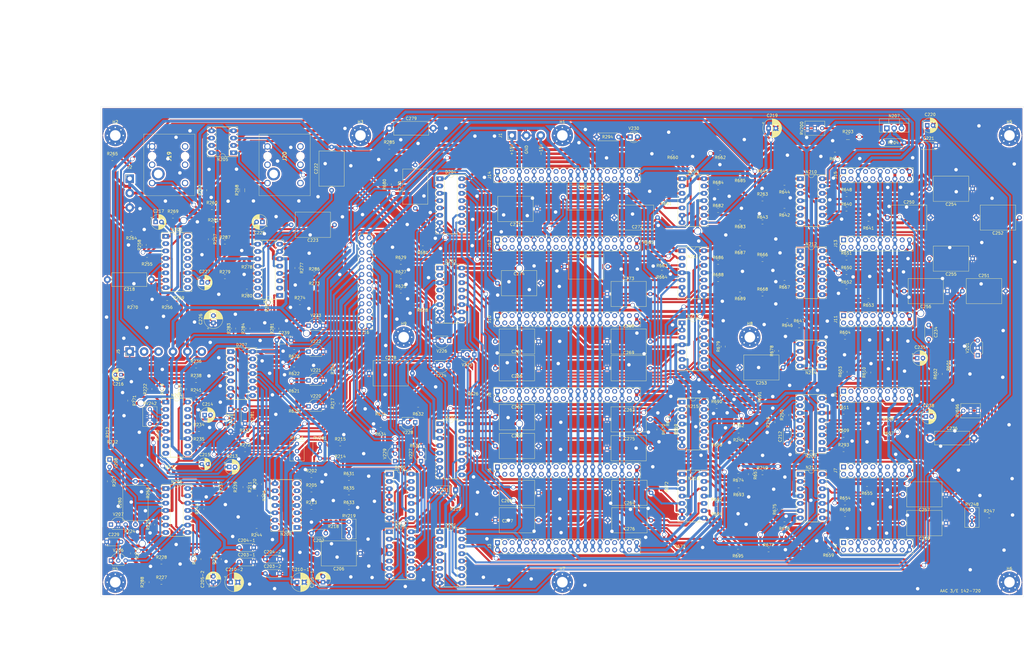
<source format=kicad_pcb>
(kicad_pcb (version 20171130) (host pcbnew "(5.1.8)-1")

  (general
    (thickness 1.6)
    (drawings 43)
    (tracks 3456)
    (zones 0)
    (modules 297)
    (nets 434)
  )

  (page A3)
  (title_block
    (title "AAC 3/E 142-723")
    (date 2021-05-24)
    (rev k)
    (company "Polyphonic Synthesizer \"Tiracon 6V\"")
    (comment 1 "ehem. VEB Automatisierungsanlagen Cottbus")
    (comment 2 "Analogleiterplatte ALP Bearbeitungszeichnung und Bestückungszeichnung")
    (comment 4 "Analog Card PCB-Layout")
  )

  (layers
    (0 F.Cu signal)
    (31 B.Cu signal)
    (32 B.Adhes user)
    (33 F.Adhes user)
    (34 B.Paste user)
    (35 F.Paste user)
    (36 B.SilkS user)
    (37 F.SilkS user)
    (38 B.Mask user)
    (39 F.Mask user)
    (40 Dwgs.User user)
    (41 Cmts.User user)
    (42 Eco1.User user)
    (43 Eco2.User user)
    (44 Edge.Cuts user)
    (45 Margin user)
    (46 B.CrtYd user)
    (47 F.CrtYd user)
    (48 B.Fab user)
    (49 F.Fab user hide)
  )

  (setup
    (last_trace_width 0.7)
    (trace_clearance 0.35)
    (zone_clearance 0.508)
    (zone_45_only no)
    (trace_min 0.2)
    (via_size 1.5)
    (via_drill 1.2)
    (via_min_size 0.4)
    (via_min_drill 0.3)
    (uvia_size 0.3)
    (uvia_drill 0.1)
    (uvias_allowed no)
    (uvia_min_size 0.2)
    (uvia_min_drill 0.1)
    (edge_width 0.05)
    (segment_width 0.2)
    (pcb_text_width 0.3)
    (pcb_text_size 1.5 1.5)
    (mod_edge_width 0.12)
    (mod_text_size 1 1)
    (mod_text_width 0.15)
    (pad_size 1.7 1.7)
    (pad_drill 1)
    (pad_to_mask_clearance 0)
    (aux_axis_origin 0 0)
    (visible_elements 7FFFFFFF)
    (pcbplotparams
      (layerselection 0x010fc_ffffffff)
      (usegerberextensions false)
      (usegerberattributes true)
      (usegerberadvancedattributes true)
      (creategerberjobfile true)
      (excludeedgelayer true)
      (linewidth 0.100000)
      (plotframeref false)
      (viasonmask false)
      (mode 1)
      (useauxorigin false)
      (hpglpennumber 1)
      (hpglpenspeed 20)
      (hpglpendiameter 15.000000)
      (psnegative false)
      (psa4output false)
      (plotreference true)
      (plotvalue true)
      (plotinvisibletext false)
      (padsonsilk false)
      (subtractmaskfromsilk false)
      (outputformat 1)
      (mirror false)
      (drillshape 0)
      (scaleselection 1)
      (outputdirectory "ALP1F"))
  )

  (net 0 "")
  (net 1 "Net-(J3-Pad4)")
  (net 2 X901-1-3)
  (net 3 X901-1-2)
  (net 4 X901-1-4)
  (net 5 +7.5V)
  (net 6 X902-1-5)
  (net 7 DM1-A0)
  (net 8 DM1-A7)
  (net 9 DM2-A0)
  (net 10 DM2-A7)
  (net 11 DM3-A0)
  (net 12 DM3-A7)
  (net 13 DM4-A0)
  (net 14 DM1-A1)
  (net 15 DM1-A6)
  (net 16 DM2-A1)
  (net 17 DM2-A6)
  (net 18 DM3-A1)
  (net 19 DM3-A6)
  (net 20 DM4-A1)
  (net 21 DM1-A2)
  (net 22 DM1-A5)
  (net 23 DM2-A2)
  (net 24 DM2-A5)
  (net 25 DM3-A2)
  (net 26 DM3-A5)
  (net 27 DM4-A2)
  (net 28 DM1-A3)
  (net 29 DM1-A4)
  (net 30 DM2-A3)
  (net 31 DM2-A4)
  (net 32 DM3-A3)
  (net 33 DM3-A4)
  (net 34 DM4-A3)
  (net 35 Z3)
  (net 36 Y2)
  (net 37 Y1)
  (net 38 X902-1-3)
  (net 39 XL1)
  (net 40 X901-1-10)
  (net 41 ALIN)
  (net 42 XL2)
  (net 43 X902-6-7)
  (net 44 X902-1-6)
  (net 45 X901-6-12)
  (net 46 X901-1-9)
  (net 47 X901-1-8)
  (net 48 X901-1-7)
  (net 49 X901-1-6)
  (net 50 X901-1-5)
  (net 51 X901-6-1)
  (net 52 "Net-(J5-Pad6)")
  (net 53 "Net-(J5-Pad2)")
  (net 54 X902-5-7)
  (net 55 "Net-(J6-Pad4)")
  (net 56 X901-5-12)
  (net 57 X901-5-1)
  (net 58 X902-4-7)
  (net 59 "Net-(J8-Pad4)")
  (net 60 X901-4-12)
  (net 61 X901-4-1)
  (net 62 X902-3-7)
  (net 63 "Net-(J10-Pad4)")
  (net 64 X901-3-12)
  (net 65 X901-3-1)
  (net 66 X902-2-7)
  (net 67 "Net-(J12-Pad4)")
  (net 68 X901-2-12)
  (net 69 X901-2-1)
  (net 70 X902-1-7)
  (net 71 "Net-(J14-Pad4)")
  (net 72 X901-1-12)
  (net 73 X901-1-1)
  (net 74 X210A-B8)
  (net 75 X210A-B9)
  (net 76 X210A-B10)
  (net 77 X210A-A10)
  (net 78 X210A-A9)
  (net 79 X210A-A8)
  (net 80 X210A-A7)
  (net 81 X210A-B6)
  (net 82 X210A-B3)
  (net 83 X210A-B4)
  (net 84 NI)
  (net 85 Y0)
  (net 86 LFO1)
  (net 87 LI1)
  (net 88 LFO3)
  (net 89 LI3)
  (net 90 OI)
  (net 91 FH)
  (net 92 LI2)
  (net 93 Z1)
  (net 94 KAL)
  (net 95 LFO2)
  (net 96 "Net-(J16-Pad22)")
  (net 97 "Net-(J16-Pad11)")
  (net 98 "Net-(J16-Pad7)")
  (net 99 "Net-(J16-Pad5)")
  (net 100 "Net-(J19-PadTN1)")
  (net 101 "Net-(J19-PadSN1)")
  (net 102 "Net-(J19-PadRN1)")
  (net 103 "Net-(J19-PadMH1)")
  (net 104 "Net-(J19-PadR1)")
  (net 105 "Net-(J20-PadTN1)")
  (net 106 "Net-(J20-PadSN1)")
  (net 107 "Net-(J20-PadRN1)")
  (net 108 "Net-(J20-PadMH1)")
  (net 109 "Net-(J20-PadR1)")
  (net 110 "Net-(J20-PadT1)")
  (net 111 "Net-(C202-Pad2)")
  (net 112 "Net-(C202-Pad1)")
  (net 113 "Net-(C212-Pad1)")
  (net 114 "Net-(C213-Pad2)")
  (net 115 "Net-(C213-Pad1)")
  (net 116 "Net-(C214-Pad2)")
  (net 117 "Net-(C214-Pad1)")
  (net 118 "Net-(C217-Pad2)")
  (net 119 "Net-(C218-Pad1)")
  (net 120 "Net-(C222-Pad1)")
  (net 121 "Net-(C223-Pad2)")
  (net 122 "Net-(C223-Pad1)")
  (net 123 "Net-(C225-Pad2)")
  (net 124 "Net-(C225-Pad1)")
  (net 125 "Net-(C226-Pad2)")
  (net 126 "Net-(C227-Pad2)")
  (net 127 "Net-(C229-Pad2)")
  (net 128 "Net-(C234-Pad2)")
  (net 129 "Net-(C234-Pad1)")
  (net 130 "Net-(C235-Pad2)")
  (net 131 "Net-(C235-Pad1)")
  (net 132 "Net-(C236-Pad1)")
  (net 133 "Net-(C238-Pad1)")
  (net 134 "Net-(C280-Pad2)")
  (net 135 "Net-(C280-Pad1)")
  (net 136 "Net-(C281-Pad1)")
  (net 137 "Net-(D201-Pad6)")
  (net 138 "Net-(D201-Pad11)")
  (net 139 "Net-(D201-Pad10)")
  (net 140 "Net-(D201-Pad9)")
  (net 141 "Net-(D202-Pad6)")
  (net 142 "Net-(D203-Pad6)")
  (net 143 "Net-(D203-Pad5)")
  (net 144 "Net-(D203-Pad4)")
  (net 145 "Net-(D203-Pad2)")
  (net 146 "Net-(D203-Pad1)")
  (net 147 "Net-(D204-Pad6)")
  (net 148 "Net-(D205-Pad1)")
  (net 149 "Net-(D205-Pad12)")
  (net 150 "Net-(D205-Pad3)")
  (net 151 "Net-(D205-Pad11)")
  (net 152 "Net-(D205-Pad2)")
  (net 153 "Net-(D207-Pad13)")
  (net 154 "Net-(D207-Pad6)")
  (net 155 "Net-(D207-Pad12)")
  (net 156 "Net-(D207-Pad5)")
  (net 157 X210A-A11)
  (net 158 X210A-B7)
  (net 159 X210A-B5)
  (net 160 X210A-B1)
  (net 161 "Net-(J19-PadT1)")
  (net 162 "Net-(N201-Pad16)")
  (net 163 "Net-(N201-Pad15)")
  (net 164 "Net-(N201-Pad14)")
  (net 165 "Net-(N201-Pad13)")
  (net 166 "Net-(N201-Pad4)")
  (net 167 "Net-(N201-Pad3)")
  (net 168 "Net-(N201-Pad2)")
  (net 169 "Net-(N201-Pad1)")
  (net 170 "Net-(N202-Pad16)")
  (net 171 "Net-(N202-Pad15)")
  (net 172 "Net-(N202-Pad14)")
  (net 173 "Net-(N202-Pad13)")
  (net 174 "Net-(N202-Pad4)")
  (net 175 "Net-(N202-Pad3)")
  (net 176 "Net-(N202-Pad2)")
  (net 177 "Net-(N202-Pad1)")
  (net 178 "Net-(N203-Pad4)")
  (net 179 "Net-(N203-Pad3)")
  (net 180 "Net-(N203-Pad10)")
  (net 181 "Net-(N203-Pad2)")
  (net 182 "Net-(N203-Pad9)")
  (net 183 "Net-(N203-Pad1)")
  (net 184 "Net-(N204-Pad16)")
  (net 185 "Net-(N204-Pad8)")
  (net 186 "Net-(N204-Pad15)")
  (net 187 "Net-(N204-Pad7)")
  (net 188 "Net-(N204-Pad13)")
  (net 189 "Net-(N204-Pad4)")
  (net 190 "Net-(N204-Pad10)")
  (net 191 "Net-(N204-Pad2)")
  (net 192 "Net-(N204-Pad9)")
  (net 193 "Net-(N204-Pad1)")
  (net 194 "Net-(N205-Pad7)")
  (net 195 "Net-(N205-Pad6)")
  (net 196 "Net-(N205-Pad2)")
  (net 197 "Net-(N206-Pad14)")
  (net 198 "Net-(N206-Pad7)")
  (net 199 "Net-(N206-Pad13)")
  (net 200 "Net-(N206-Pad6)")
  (net 201 "Net-(N206-Pad5)")
  (net 202 "Net-(N206-Pad10)")
  (net 203 "Net-(N206-Pad9)")
  (net 204 "Net-(N206-Pad8)")
  (net 205 "Net-(N207-Pad1)")
  (net 206 "Net-(N208-Pad13)")
  (net 207 "Net-(N208-Pad10)")
  (net 208 "Net-(N208-Pad9)")
  (net 209 "Net-(N209-Pad6)")
  (net 210 "Net-(N209-Pad13)")
  (net 211 "Net-(N209-Pad3)")
  (net 212 "Net-(N209-Pad9)")
  (net 213 "Net-(N209-Pad2)")
  (net 214 "Net-(N210-Pad13)")
  (net 215 "Net-(N210-Pad6)")
  (net 216 "Net-(N210-Pad9)")
  (net 217 "Net-(N210-Pad2)")
  (net 218 "Net-(N211-Pad6)")
  (net 219 "Net-(N211-Pad13)")
  (net 220 "Net-(N211-Pad3)")
  (net 221 "Net-(N211-Pad9)")
  (net 222 "Net-(N211-Pad2)")
  (net 223 "Net-(N212-Pad13)")
  (net 224 "Net-(N212-Pad6)")
  (net 225 "Net-(N212-Pad5)")
  (net 226 "Net-(N212-Pad9)")
  (net 227 "Net-(N212-Pad1)")
  (net 228 "Net-(N213-Pad13)")
  (net 229 "Net-(N214-Pad3)")
  (net 230 "Net-(N214-Pad6)")
  (net 231 "Net-(N215-Pad6)")
  (net 232 "Net-(N215-Pad13)")
  (net 233 "Net-(N215-Pad3)")
  (net 234 "Net-(N215-Pad9)")
  (net 235 "Net-(N215-Pad2)")
  (net 236 "Net-(N216-Pad6)")
  (net 237 "Net-(N216-Pad13)")
  (net 238 "Net-(N216-Pad3)")
  (net 239 "Net-(N216-Pad9)")
  (net 240 "Net-(N216-Pad2)")
  (net 241 "Net-(N217-Pad13)")
  (net 242 "Net-(N217-Pad6)")
  (net 243 "Net-(N217-Pad5)")
  (net 244 "Net-(N217-Pad9)")
  (net 245 "Net-(N217-Pad1)")
  (net 246 "Net-(R202-Pad2)")
  (net 247 "Net-(R203-Pad1)")
  (net 248 "Net-(R213-Pad2)")
  (net 249 "Net-(R214-Pad1)")
  (net 250 "Net-(R218-Pad1)")
  (net 251 "Net-(R247-Pad1)")
  (net 252 "Net-(R624-Pad1)")
  (net 253 "Net-(R626-Pad1)")
  (net 254 "Net-(R628-Pad1)")
  (net 255 "Net-(R630-Pad1)")
  (net 256 "Net-(R632-Pad1)")
  (net 257 "Net-(R634-Pad1)")
  (net 258 "Net-(V201-Pad1)")
  (net 259 "Net-(V207-Pad1)")
  (net 260 "Net-(J3-Pad38)")
  (net 261 "Net-(J3-Pad37)")
  (net 262 "Net-(J3-Pad34)")
  (net 263 "Net-(J3-Pad33)")
  (net 264 "Net-(J3-Pad32)")
  (net 265 "Net-(J3-Pad31)")
  (net 266 "Net-(J3-Pad20)")
  (net 267 "Net-(J3-Pad19)")
  (net 268 "Net-(J3-Pad18)")
  (net 269 "Net-(J3-Pad17)")
  (net 270 "Net-(J3-Pad14)")
  (net 271 "Net-(J3-Pad13)")
  (net 272 "Net-(J3-Pad10)")
  (net 273 "Net-(J3-Pad9)")
  (net 274 "Net-(J3-Pad6)")
  (net 275 "Net-(J3-Pad5)")
  (net 276 "Net-(J3-Pad3)")
  (net 277 "Net-(J4-Pad18)")
  (net 278 "Net-(J4-Pad17)")
  (net 279 "Net-(J4-Pad14)")
  (net 280 "Net-(J4-Pad13)")
  (net 281 "Net-(J4-Pad10)")
  (net 282 "Net-(J4-Pad9)")
  (net 283 "Net-(J4-Pad8)")
  (net 284 "Net-(J4-Pad7)")
  (net 285 "Net-(J4-Pad4)")
  (net 286 "Net-(J4-Pad3)")
  (net 287 "Net-(J4-Pad2)")
  (net 288 "Net-(J4-Pad1)")
  (net 289 "Net-(J6-Pad38)")
  (net 290 "Net-(J6-Pad37)")
  (net 291 "Net-(J6-Pad34)")
  (net 292 "Net-(J6-Pad33)")
  (net 293 "Net-(J6-Pad32)")
  (net 294 "Net-(J6-Pad31)")
  (net 295 "Net-(J6-Pad20)")
  (net 296 "Net-(J6-Pad19)")
  (net 297 "Net-(J6-Pad18)")
  (net 298 "Net-(J6-Pad17)")
  (net 299 "Net-(J6-Pad14)")
  (net 300 "Net-(J6-Pad13)")
  (net 301 "Net-(J6-Pad10)")
  (net 302 "Net-(J6-Pad9)")
  (net 303 "Net-(J6-Pad6)")
  (net 304 "Net-(J6-Pad5)")
  (net 305 "Net-(J6-Pad3)")
  (net 306 "Net-(J7-Pad18)")
  (net 307 "Net-(J7-Pad17)")
  (net 308 "Net-(J7-Pad14)")
  (net 309 "Net-(J7-Pad13)")
  (net 310 "Net-(J7-Pad10)")
  (net 311 "Net-(J7-Pad9)")
  (net 312 "Net-(J7-Pad8)")
  (net 313 "Net-(J7-Pad7)")
  (net 314 "Net-(J7-Pad4)")
  (net 315 "Net-(J7-Pad3)")
  (net 316 "Net-(J7-Pad2)")
  (net 317 "Net-(J7-Pad1)")
  (net 318 "Net-(J8-Pad38)")
  (net 319 "Net-(J8-Pad37)")
  (net 320 "Net-(J8-Pad34)")
  (net 321 "Net-(J8-Pad33)")
  (net 322 "Net-(J8-Pad32)")
  (net 323 "Net-(J8-Pad31)")
  (net 324 "Net-(J8-Pad20)")
  (net 325 "Net-(J8-Pad19)")
  (net 326 "Net-(J8-Pad18)")
  (net 327 "Net-(J8-Pad17)")
  (net 328 "Net-(J8-Pad14)")
  (net 329 "Net-(J8-Pad13)")
  (net 330 "Net-(J8-Pad10)")
  (net 331 "Net-(J8-Pad9)")
  (net 332 "Net-(J8-Pad6)")
  (net 333 "Net-(J8-Pad5)")
  (net 334 "Net-(J8-Pad3)")
  (net 335 "Net-(J9-Pad18)")
  (net 336 "Net-(J9-Pad17)")
  (net 337 "Net-(J9-Pad14)")
  (net 338 "Net-(J9-Pad13)")
  (net 339 "Net-(J9-Pad10)")
  (net 340 "Net-(J9-Pad9)")
  (net 341 "Net-(J9-Pad8)")
  (net 342 "Net-(J9-Pad7)")
  (net 343 "Net-(J9-Pad4)")
  (net 344 "Net-(J9-Pad3)")
  (net 345 "Net-(J9-Pad2)")
  (net 346 "Net-(J9-Pad1)")
  (net 347 "Net-(J10-Pad38)")
  (net 348 "Net-(J10-Pad37)")
  (net 349 "Net-(J10-Pad34)")
  (net 350 "Net-(J10-Pad33)")
  (net 351 "Net-(J10-Pad32)")
  (net 352 "Net-(J10-Pad31)")
  (net 353 "Net-(J10-Pad20)")
  (net 354 "Net-(J10-Pad19)")
  (net 355 "Net-(J10-Pad18)")
  (net 356 "Net-(J10-Pad17)")
  (net 357 "Net-(J10-Pad14)")
  (net 358 "Net-(J10-Pad13)")
  (net 359 "Net-(J10-Pad10)")
  (net 360 "Net-(J10-Pad9)")
  (net 361 "Net-(J10-Pad6)")
  (net 362 "Net-(J10-Pad5)")
  (net 363 "Net-(J10-Pad3)")
  (net 364 "Net-(J11-Pad18)")
  (net 365 "Net-(J11-Pad17)")
  (net 366 "Net-(J11-Pad14)")
  (net 367 "Net-(J11-Pad13)")
  (net 368 "Net-(J11-Pad10)")
  (net 369 "Net-(J11-Pad9)")
  (net 370 "Net-(J11-Pad8)")
  (net 371 "Net-(J11-Pad7)")
  (net 372 "Net-(J11-Pad4)")
  (net 373 "Net-(J11-Pad3)")
  (net 374 "Net-(J11-Pad2)")
  (net 375 "Net-(J11-Pad1)")
  (net 376 "Net-(J12-Pad38)")
  (net 377 "Net-(J12-Pad37)")
  (net 378 "Net-(J12-Pad34)")
  (net 379 "Net-(J12-Pad33)")
  (net 380 "Net-(J12-Pad32)")
  (net 381 "Net-(J12-Pad31)")
  (net 382 "Net-(J12-Pad20)")
  (net 383 "Net-(J12-Pad19)")
  (net 384 "Net-(J12-Pad18)")
  (net 385 "Net-(J12-Pad17)")
  (net 386 "Net-(J12-Pad14)")
  (net 387 "Net-(J12-Pad13)")
  (net 388 "Net-(J12-Pad10)")
  (net 389 "Net-(J12-Pad9)")
  (net 390 "Net-(J12-Pad6)")
  (net 391 "Net-(J12-Pad5)")
  (net 392 "Net-(J12-Pad3)")
  (net 393 "Net-(J13-Pad18)")
  (net 394 "Net-(J13-Pad17)")
  (net 395 "Net-(J13-Pad14)")
  (net 396 "Net-(J13-Pad13)")
  (net 397 "Net-(J13-Pad10)")
  (net 398 "Net-(J13-Pad9)")
  (net 399 "Net-(J13-Pad8)")
  (net 400 "Net-(J13-Pad7)")
  (net 401 "Net-(J13-Pad4)")
  (net 402 "Net-(J13-Pad3)")
  (net 403 "Net-(J13-Pad2)")
  (net 404 "Net-(J13-Pad1)")
  (net 405 "Net-(J14-Pad38)")
  (net 406 "Net-(J14-Pad37)")
  (net 407 "Net-(J14-Pad34)")
  (net 408 "Net-(J14-Pad33)")
  (net 409 "Net-(J14-Pad32)")
  (net 410 "Net-(J14-Pad31)")
  (net 411 "Net-(J14-Pad20)")
  (net 412 "Net-(J14-Pad19)")
  (net 413 "Net-(J14-Pad18)")
  (net 414 "Net-(J14-Pad17)")
  (net 415 "Net-(J14-Pad14)")
  (net 416 "Net-(J14-Pad13)")
  (net 417 "Net-(J14-Pad10)")
  (net 418 "Net-(J14-Pad9)")
  (net 419 "Net-(J14-Pad6)")
  (net 420 "Net-(J14-Pad5)")
  (net 421 "Net-(J14-Pad3)")
  (net 422 "Net-(J15-Pad14)")
  (net 423 "Net-(J15-Pad13)")
  (net 424 "Net-(J15-Pad10)")
  (net 425 "Net-(J15-Pad9)")
  (net 426 "Net-(J15-Pad8)")
  (net 427 "Net-(J15-Pad7)")
  (net 428 "Net-(J15-Pad4)")
  (net 429 "Net-(J15-Pad3)")
  (net 430 "Net-(J15-Pad2)")
  (net 431 "Net-(J15-Pad1)")
  (net 432 "Net-(J15-Pad18)")
  (net 433 "Net-(J15-Pad17)")

  (net_class Default "This is the default net class."
    (clearance 0.35)
    (trace_width 0.7)
    (via_dia 1.5)
    (via_drill 1.2)
    (uvia_dia 0.3)
    (uvia_drill 0.1)
    (add_net DM1-A0)
    (add_net DM1-A1)
    (add_net DM1-A2)
    (add_net DM1-A3)
    (add_net DM1-A4)
    (add_net DM1-A5)
    (add_net DM1-A6)
    (add_net DM1-A7)
    (add_net DM2-A0)
    (add_net DM2-A1)
    (add_net DM2-A2)
    (add_net DM2-A3)
    (add_net DM2-A4)
    (add_net DM2-A5)
    (add_net DM2-A6)
    (add_net DM2-A7)
    (add_net DM3-A0)
    (add_net DM3-A1)
    (add_net DM3-A2)
    (add_net DM3-A3)
    (add_net DM3-A4)
    (add_net DM3-A5)
    (add_net DM3-A6)
    (add_net DM3-A7)
    (add_net DM4-A0)
    (add_net DM4-A1)
    (add_net DM4-A2)
    (add_net DM4-A3)
    (add_net FH)
    (add_net KAL)
    (add_net LFO1)
    (add_net LFO2)
    (add_net LFO3)
    (add_net LI1)
    (add_net LI2)
    (add_net LI3)
    (add_net NI)
    (add_net "Net-(C202-Pad1)")
    (add_net "Net-(C202-Pad2)")
    (add_net "Net-(C212-Pad1)")
    (add_net "Net-(C213-Pad1)")
    (add_net "Net-(C213-Pad2)")
    (add_net "Net-(C214-Pad1)")
    (add_net "Net-(C214-Pad2)")
    (add_net "Net-(C217-Pad2)")
    (add_net "Net-(C218-Pad1)")
    (add_net "Net-(C222-Pad1)")
    (add_net "Net-(C223-Pad1)")
    (add_net "Net-(C223-Pad2)")
    (add_net "Net-(C225-Pad1)")
    (add_net "Net-(C225-Pad2)")
    (add_net "Net-(C226-Pad2)")
    (add_net "Net-(C227-Pad2)")
    (add_net "Net-(C229-Pad2)")
    (add_net "Net-(C234-Pad1)")
    (add_net "Net-(C234-Pad2)")
    (add_net "Net-(C235-Pad1)")
    (add_net "Net-(C235-Pad2)")
    (add_net "Net-(C236-Pad1)")
    (add_net "Net-(C238-Pad1)")
    (add_net "Net-(C280-Pad1)")
    (add_net "Net-(C280-Pad2)")
    (add_net "Net-(C281-Pad1)")
    (add_net "Net-(D201-Pad10)")
    (add_net "Net-(D201-Pad11)")
    (add_net "Net-(D201-Pad6)")
    (add_net "Net-(D201-Pad9)")
    (add_net "Net-(D202-Pad6)")
    (add_net "Net-(D203-Pad1)")
    (add_net "Net-(D203-Pad2)")
    (add_net "Net-(D203-Pad4)")
    (add_net "Net-(D203-Pad5)")
    (add_net "Net-(D203-Pad6)")
    (add_net "Net-(D204-Pad6)")
    (add_net "Net-(D205-Pad1)")
    (add_net "Net-(D205-Pad11)")
    (add_net "Net-(D205-Pad12)")
    (add_net "Net-(D205-Pad2)")
    (add_net "Net-(D205-Pad3)")
    (add_net "Net-(D207-Pad12)")
    (add_net "Net-(D207-Pad13)")
    (add_net "Net-(D207-Pad5)")
    (add_net "Net-(D207-Pad6)")
    (add_net "Net-(J10-Pad10)")
    (add_net "Net-(J10-Pad13)")
    (add_net "Net-(J10-Pad14)")
    (add_net "Net-(J10-Pad17)")
    (add_net "Net-(J10-Pad18)")
    (add_net "Net-(J10-Pad19)")
    (add_net "Net-(J10-Pad20)")
    (add_net "Net-(J10-Pad3)")
    (add_net "Net-(J10-Pad31)")
    (add_net "Net-(J10-Pad32)")
    (add_net "Net-(J10-Pad33)")
    (add_net "Net-(J10-Pad34)")
    (add_net "Net-(J10-Pad37)")
    (add_net "Net-(J10-Pad38)")
    (add_net "Net-(J10-Pad4)")
    (add_net "Net-(J10-Pad5)")
    (add_net "Net-(J10-Pad6)")
    (add_net "Net-(J10-Pad9)")
    (add_net "Net-(J11-Pad1)")
    (add_net "Net-(J11-Pad10)")
    (add_net "Net-(J11-Pad13)")
    (add_net "Net-(J11-Pad14)")
    (add_net "Net-(J11-Pad17)")
    (add_net "Net-(J11-Pad18)")
    (add_net "Net-(J11-Pad2)")
    (add_net "Net-(J11-Pad3)")
    (add_net "Net-(J11-Pad4)")
    (add_net "Net-(J11-Pad7)")
    (add_net "Net-(J11-Pad8)")
    (add_net "Net-(J11-Pad9)")
    (add_net "Net-(J12-Pad10)")
    (add_net "Net-(J12-Pad13)")
    (add_net "Net-(J12-Pad14)")
    (add_net "Net-(J12-Pad17)")
    (add_net "Net-(J12-Pad18)")
    (add_net "Net-(J12-Pad19)")
    (add_net "Net-(J12-Pad20)")
    (add_net "Net-(J12-Pad3)")
    (add_net "Net-(J12-Pad31)")
    (add_net "Net-(J12-Pad32)")
    (add_net "Net-(J12-Pad33)")
    (add_net "Net-(J12-Pad34)")
    (add_net "Net-(J12-Pad37)")
    (add_net "Net-(J12-Pad38)")
    (add_net "Net-(J12-Pad4)")
    (add_net "Net-(J12-Pad5)")
    (add_net "Net-(J12-Pad6)")
    (add_net "Net-(J12-Pad9)")
    (add_net "Net-(J13-Pad1)")
    (add_net "Net-(J13-Pad10)")
    (add_net "Net-(J13-Pad13)")
    (add_net "Net-(J13-Pad14)")
    (add_net "Net-(J13-Pad17)")
    (add_net "Net-(J13-Pad18)")
    (add_net "Net-(J13-Pad2)")
    (add_net "Net-(J13-Pad3)")
    (add_net "Net-(J13-Pad4)")
    (add_net "Net-(J13-Pad7)")
    (add_net "Net-(J13-Pad8)")
    (add_net "Net-(J13-Pad9)")
    (add_net "Net-(J14-Pad10)")
    (add_net "Net-(J14-Pad13)")
    (add_net "Net-(J14-Pad14)")
    (add_net "Net-(J14-Pad17)")
    (add_net "Net-(J14-Pad18)")
    (add_net "Net-(J14-Pad19)")
    (add_net "Net-(J14-Pad20)")
    (add_net "Net-(J14-Pad3)")
    (add_net "Net-(J14-Pad31)")
    (add_net "Net-(J14-Pad32)")
    (add_net "Net-(J14-Pad33)")
    (add_net "Net-(J14-Pad34)")
    (add_net "Net-(J14-Pad37)")
    (add_net "Net-(J14-Pad38)")
    (add_net "Net-(J14-Pad4)")
    (add_net "Net-(J14-Pad5)")
    (add_net "Net-(J14-Pad6)")
    (add_net "Net-(J14-Pad9)")
    (add_net "Net-(J15-Pad1)")
    (add_net "Net-(J15-Pad10)")
    (add_net "Net-(J15-Pad13)")
    (add_net "Net-(J15-Pad14)")
    (add_net "Net-(J15-Pad17)")
    (add_net "Net-(J15-Pad18)")
    (add_net "Net-(J15-Pad2)")
    (add_net "Net-(J15-Pad3)")
    (add_net "Net-(J15-Pad4)")
    (add_net "Net-(J15-Pad7)")
    (add_net "Net-(J15-Pad8)")
    (add_net "Net-(J15-Pad9)")
    (add_net "Net-(J16-Pad11)")
    (add_net "Net-(J16-Pad22)")
    (add_net "Net-(J16-Pad5)")
    (add_net "Net-(J16-Pad7)")
    (add_net "Net-(J19-PadMH1)")
    (add_net "Net-(J19-PadR1)")
    (add_net "Net-(J19-PadRN1)")
    (add_net "Net-(J19-PadSN1)")
    (add_net "Net-(J19-PadT1)")
    (add_net "Net-(J19-PadTN1)")
    (add_net "Net-(J20-PadMH1)")
    (add_net "Net-(J20-PadR1)")
    (add_net "Net-(J20-PadRN1)")
    (add_net "Net-(J20-PadSN1)")
    (add_net "Net-(J20-PadT1)")
    (add_net "Net-(J20-PadTN1)")
    (add_net "Net-(J3-Pad10)")
    (add_net "Net-(J3-Pad13)")
    (add_net "Net-(J3-Pad14)")
    (add_net "Net-(J3-Pad17)")
    (add_net "Net-(J3-Pad18)")
    (add_net "Net-(J3-Pad19)")
    (add_net "Net-(J3-Pad20)")
    (add_net "Net-(J3-Pad3)")
    (add_net "Net-(J3-Pad31)")
    (add_net "Net-(J3-Pad32)")
    (add_net "Net-(J3-Pad33)")
    (add_net "Net-(J3-Pad34)")
    (add_net "Net-(J3-Pad37)")
    (add_net "Net-(J3-Pad38)")
    (add_net "Net-(J3-Pad4)")
    (add_net "Net-(J3-Pad5)")
    (add_net "Net-(J3-Pad6)")
    (add_net "Net-(J3-Pad9)")
    (add_net "Net-(J4-Pad1)")
    (add_net "Net-(J4-Pad10)")
    (add_net "Net-(J4-Pad13)")
    (add_net "Net-(J4-Pad14)")
    (add_net "Net-(J4-Pad17)")
    (add_net "Net-(J4-Pad18)")
    (add_net "Net-(J4-Pad2)")
    (add_net "Net-(J4-Pad3)")
    (add_net "Net-(J4-Pad4)")
    (add_net "Net-(J4-Pad7)")
    (add_net "Net-(J4-Pad8)")
    (add_net "Net-(J4-Pad9)")
    (add_net "Net-(J5-Pad2)")
    (add_net "Net-(J5-Pad6)")
    (add_net "Net-(J6-Pad10)")
    (add_net "Net-(J6-Pad13)")
    (add_net "Net-(J6-Pad14)")
    (add_net "Net-(J6-Pad17)")
    (add_net "Net-(J6-Pad18)")
    (add_net "Net-(J6-Pad19)")
    (add_net "Net-(J6-Pad20)")
    (add_net "Net-(J6-Pad3)")
    (add_net "Net-(J6-Pad31)")
    (add_net "Net-(J6-Pad32)")
    (add_net "Net-(J6-Pad33)")
    (add_net "Net-(J6-Pad34)")
    (add_net "Net-(J6-Pad37)")
    (add_net "Net-(J6-Pad38)")
    (add_net "Net-(J6-Pad4)")
    (add_net "Net-(J6-Pad5)")
    (add_net "Net-(J6-Pad6)")
    (add_net "Net-(J6-Pad9)")
    (add_net "Net-(J7-Pad1)")
    (add_net "Net-(J7-Pad10)")
    (add_net "Net-(J7-Pad13)")
    (add_net "Net-(J7-Pad14)")
    (add_net "Net-(J7-Pad17)")
    (add_net "Net-(J7-Pad18)")
    (add_net "Net-(J7-Pad2)")
    (add_net "Net-(J7-Pad3)")
    (add_net "Net-(J7-Pad4)")
    (add_net "Net-(J7-Pad7)")
    (add_net "Net-(J7-Pad8)")
    (add_net "Net-(J7-Pad9)")
    (add_net "Net-(J8-Pad10)")
    (add_net "Net-(J8-Pad13)")
    (add_net "Net-(J8-Pad14)")
    (add_net "Net-(J8-Pad17)")
    (add_net "Net-(J8-Pad18)")
    (add_net "Net-(J8-Pad19)")
    (add_net "Net-(J8-Pad20)")
    (add_net "Net-(J8-Pad3)")
    (add_net "Net-(J8-Pad31)")
    (add_net "Net-(J8-Pad32)")
    (add_net "Net-(J8-Pad33)")
    (add_net "Net-(J8-Pad34)")
    (add_net "Net-(J8-Pad37)")
    (add_net "Net-(J8-Pad38)")
    (add_net "Net-(J8-Pad4)")
    (add_net "Net-(J8-Pad5)")
    (add_net "Net-(J8-Pad6)")
    (add_net "Net-(J8-Pad9)")
    (add_net "Net-(J9-Pad1)")
    (add_net "Net-(J9-Pad10)")
    (add_net "Net-(J9-Pad13)")
    (add_net "Net-(J9-Pad14)")
    (add_net "Net-(J9-Pad17)")
    (add_net "Net-(J9-Pad18)")
    (add_net "Net-(J9-Pad2)")
    (add_net "Net-(J9-Pad3)")
    (add_net "Net-(J9-Pad4)")
    (add_net "Net-(J9-Pad7)")
    (add_net "Net-(J9-Pad8)")
    (add_net "Net-(J9-Pad9)")
    (add_net "Net-(N201-Pad1)")
    (add_net "Net-(N201-Pad13)")
    (add_net "Net-(N201-Pad14)")
    (add_net "Net-(N201-Pad15)")
    (add_net "Net-(N201-Pad16)")
    (add_net "Net-(N201-Pad2)")
    (add_net "Net-(N201-Pad3)")
    (add_net "Net-(N201-Pad4)")
    (add_net "Net-(N202-Pad1)")
    (add_net "Net-(N202-Pad13)")
    (add_net "Net-(N202-Pad14)")
    (add_net "Net-(N202-Pad15)")
    (add_net "Net-(N202-Pad16)")
    (add_net "Net-(N202-Pad2)")
    (add_net "Net-(N202-Pad3)")
    (add_net "Net-(N202-Pad4)")
    (add_net "Net-(N203-Pad1)")
    (add_net "Net-(N203-Pad10)")
    (add_net "Net-(N203-Pad2)")
    (add_net "Net-(N203-Pad3)")
    (add_net "Net-(N203-Pad4)")
    (add_net "Net-(N203-Pad9)")
    (add_net "Net-(N204-Pad1)")
    (add_net "Net-(N204-Pad10)")
    (add_net "Net-(N204-Pad13)")
    (add_net "Net-(N204-Pad15)")
    (add_net "Net-(N204-Pad16)")
    (add_net "Net-(N204-Pad2)")
    (add_net "Net-(N204-Pad4)")
    (add_net "Net-(N204-Pad7)")
    (add_net "Net-(N204-Pad8)")
    (add_net "Net-(N204-Pad9)")
    (add_net "Net-(N205-Pad2)")
    (add_net "Net-(N205-Pad6)")
    (add_net "Net-(N205-Pad7)")
    (add_net "Net-(N206-Pad10)")
    (add_net "Net-(N206-Pad13)")
    (add_net "Net-(N206-Pad14)")
    (add_net "Net-(N206-Pad5)")
    (add_net "Net-(N206-Pad6)")
    (add_net "Net-(N206-Pad7)")
    (add_net "Net-(N206-Pad8)")
    (add_net "Net-(N206-Pad9)")
    (add_net "Net-(N207-Pad1)")
    (add_net "Net-(N208-Pad10)")
    (add_net "Net-(N208-Pad13)")
    (add_net "Net-(N208-Pad9)")
    (add_net "Net-(N209-Pad13)")
    (add_net "Net-(N209-Pad2)")
    (add_net "Net-(N209-Pad3)")
    (add_net "Net-(N209-Pad6)")
    (add_net "Net-(N209-Pad9)")
    (add_net "Net-(N210-Pad13)")
    (add_net "Net-(N210-Pad2)")
    (add_net "Net-(N210-Pad6)")
    (add_net "Net-(N210-Pad9)")
    (add_net "Net-(N211-Pad13)")
    (add_net "Net-(N211-Pad2)")
    (add_net "Net-(N211-Pad3)")
    (add_net "Net-(N211-Pad6)")
    (add_net "Net-(N211-Pad9)")
    (add_net "Net-(N212-Pad1)")
    (add_net "Net-(N212-Pad13)")
    (add_net "Net-(N212-Pad5)")
    (add_net "Net-(N212-Pad6)")
    (add_net "Net-(N212-Pad9)")
    (add_net "Net-(N213-Pad13)")
    (add_net "Net-(N214-Pad3)")
    (add_net "Net-(N214-Pad6)")
    (add_net "Net-(N215-Pad13)")
    (add_net "Net-(N215-Pad2)")
    (add_net "Net-(N215-Pad3)")
    (add_net "Net-(N215-Pad6)")
    (add_net "Net-(N215-Pad9)")
    (add_net "Net-(N216-Pad13)")
    (add_net "Net-(N216-Pad2)")
    (add_net "Net-(N216-Pad3)")
    (add_net "Net-(N216-Pad6)")
    (add_net "Net-(N216-Pad9)")
    (add_net "Net-(N217-Pad1)")
    (add_net "Net-(N217-Pad13)")
    (add_net "Net-(N217-Pad5)")
    (add_net "Net-(N217-Pad6)")
    (add_net "Net-(N217-Pad9)")
    (add_net "Net-(R202-Pad2)")
    (add_net "Net-(R203-Pad1)")
    (add_net "Net-(R213-Pad2)")
    (add_net "Net-(R214-Pad1)")
    (add_net "Net-(R218-Pad1)")
    (add_net "Net-(R247-Pad1)")
    (add_net "Net-(R624-Pad1)")
    (add_net "Net-(R626-Pad1)")
    (add_net "Net-(R628-Pad1)")
    (add_net "Net-(R630-Pad1)")
    (add_net "Net-(R632-Pad1)")
    (add_net "Net-(R634-Pad1)")
    (add_net "Net-(V201-Pad1)")
    (add_net "Net-(V207-Pad1)")
    (add_net OI)
    (add_net X210A-A10)
    (add_net X210A-A11)
    (add_net X210A-A7)
    (add_net X210A-A8)
    (add_net X210A-A9)
    (add_net X210A-B1)
    (add_net X210A-B10)
    (add_net X210A-B3)
    (add_net X210A-B4)
    (add_net X210A-B5)
    (add_net X210A-B6)
    (add_net X210A-B7)
    (add_net X210A-B8)
    (add_net X210A-B9)
    (add_net Y0)
    (add_net Y1)
    (add_net Y2)
    (add_net Z1)
    (add_net Z3)
  )

  (net_class GND ""
    (clearance 0.1)
    (trace_width 0.4)
    (via_dia 1.5)
    (via_drill 1.2)
    (uvia_dia 0.3)
    (uvia_drill 0.1)
    (add_net X901-1-3)
  )

  (net_class Spannungen ""
    (clearance 0.5)
    (trace_width 1)
    (via_dia 2.4)
    (via_drill 2)
    (uvia_dia 0.3)
    (uvia_drill 0.1)
    (add_net +7.5V)
    (add_net X901-1-2)
    (add_net X901-1-4)
  )

  (net_class X901KLP ""
    (clearance 0.35)
    (trace_width 1)
    (via_dia 1.5)
    (via_drill 1.2)
    (uvia_dia 0.3)
    (uvia_drill 0.1)
    (add_net ALIN)
    (add_net X901-1-1)
    (add_net X901-1-10)
    (add_net X901-1-12)
    (add_net X901-1-5)
    (add_net X901-1-6)
    (add_net X901-1-7)
    (add_net X901-1-8)
    (add_net X901-1-9)
    (add_net X901-2-1)
    (add_net X901-2-12)
    (add_net X901-3-1)
    (add_net X901-3-12)
    (add_net X901-4-1)
    (add_net X901-4-12)
    (add_net X901-5-1)
    (add_net X901-5-12)
    (add_net X901-6-1)
    (add_net X901-6-12)
    (add_net X902-1-3)
    (add_net X902-1-5)
    (add_net X902-1-6)
    (add_net X902-1-7)
    (add_net X902-2-7)
    (add_net X902-3-7)
    (add_net X902-4-7)
    (add_net X902-5-7)
    (add_net X902-6-7)
    (add_net XL1)
    (add_net XL2)
  )

  (module Resistor_SMD:R_0805_2012Metric (layer F.Cu) (tedit 5B36C52B) (tstamp 607E9585)
    (at 270.87 209.25 180)
    (descr "Resistor SMD 0805 (2012 Metric), square (rectangular) end terminal, IPC_7351 nominal, (Body size source: https://docs.google.com/spreadsheets/d/1BsfQQcO9C6DZCsRaXUlFlo91Tg2WpOkGARC1WS5S8t0/edit?usp=sharing), generated with kicad-footprint-generator")
    (tags resistor)
    (path /664EA594)
    (attr smd)
    (fp_text reference R695 (at 0 -1.65) (layer F.SilkS)
      (effects (font (size 1 1) (thickness 0.15)))
    )
    (fp_text value "180k 1%" (at 0 1.65) (layer F.Fab)
      (effects (font (size 1 1) (thickness 0.15)))
    )
    (fp_line (start 1.68 0.95) (end -1.68 0.95) (layer F.CrtYd) (width 0.05))
    (fp_line (start 1.68 -0.95) (end 1.68 0.95) (layer F.CrtYd) (width 0.05))
    (fp_line (start -1.68 -0.95) (end 1.68 -0.95) (layer F.CrtYd) (width 0.05))
    (fp_line (start -1.68 0.95) (end -1.68 -0.95) (layer F.CrtYd) (width 0.05))
    (fp_line (start -0.258578 0.71) (end 0.258578 0.71) (layer F.SilkS) (width 0.12))
    (fp_line (start -0.258578 -0.71) (end 0.258578 -0.71) (layer F.SilkS) (width 0.12))
    (fp_line (start 1 0.6) (end -1 0.6) (layer F.Fab) (width 0.1))
    (fp_line (start 1 -0.6) (end 1 0.6) (layer F.Fab) (width 0.1))
    (fp_line (start -1 -0.6) (end 1 -0.6) (layer F.Fab) (width 0.1))
    (fp_line (start -1 0.6) (end -1 -0.6) (layer F.Fab) (width 0.1))
    (fp_text user %R (at 0 0) (layer F.Fab)
      (effects (font (size 0.5 0.5) (thickness 0.08)))
    )
    (pad 2 smd roundrect (at 0.9375 0 180) (size 0.975 1.4) (layers F.Cu F.Paste F.Mask) (roundrect_rratio 0.25)
      (net 45 X901-6-12))
    (pad 1 smd roundrect (at -0.9375 0 180) (size 0.975 1.4) (layers F.Cu F.Paste F.Mask) (roundrect_rratio 0.25)
      (net 239 "Net-(N216-Pad9)"))
    (model ${KISYS3DMOD}/Resistor_SMD.3dshapes/R_0805_2012Metric.wrl
      (at (xyz 0 0 0))
      (scale (xyz 1 1 1))
      (rotate (xyz 0 0 0))
    )
  )

  (module Resistor_SMD:R_0805_2012Metric (layer F.Cu) (tedit 5B36C52B) (tstamp 607E94B6)
    (at 263.5 198)
    (descr "Resistor SMD 0805 (2012 Metric), square (rectangular) end terminal, IPC_7351 nominal, (Body size source: https://docs.google.com/spreadsheets/d/1BsfQQcO9C6DZCsRaXUlFlo91Tg2WpOkGARC1WS5S8t0/edit?usp=sharing), generated with kicad-footprint-generator")
    (tags resistor)
    (path /664EA5A0)
    (attr smd)
    (fp_text reference R694 (at 0 -1.65) (layer F.SilkS)
      (effects (font (size 1 1) (thickness 0.15)))
    )
    (fp_text value "100k 1%" (at 0 1.65) (layer F.Fab)
      (effects (font (size 1 1) (thickness 0.15)))
    )
    (fp_line (start 1.68 0.95) (end -1.68 0.95) (layer F.CrtYd) (width 0.05))
    (fp_line (start 1.68 -0.95) (end 1.68 0.95) (layer F.CrtYd) (width 0.05))
    (fp_line (start -1.68 -0.95) (end 1.68 -0.95) (layer F.CrtYd) (width 0.05))
    (fp_line (start -1.68 0.95) (end -1.68 -0.95) (layer F.CrtYd) (width 0.05))
    (fp_line (start -0.258578 0.71) (end 0.258578 0.71) (layer F.SilkS) (width 0.12))
    (fp_line (start -0.258578 -0.71) (end 0.258578 -0.71) (layer F.SilkS) (width 0.12))
    (fp_line (start 1 0.6) (end -1 0.6) (layer F.Fab) (width 0.1))
    (fp_line (start 1 -0.6) (end 1 0.6) (layer F.Fab) (width 0.1))
    (fp_line (start -1 -0.6) (end 1 -0.6) (layer F.Fab) (width 0.1))
    (fp_line (start -1 0.6) (end -1 -0.6) (layer F.Fab) (width 0.1))
    (fp_text user %R (at 0 0) (layer F.Fab)
      (effects (font (size 0.5 0.5) (thickness 0.08)))
    )
    (pad 2 smd roundrect (at 0.9375 0) (size 0.975 1.4) (layers F.Cu F.Paste F.Mask) (roundrect_rratio 0.25)
      (net 5 +7.5V))
    (pad 1 smd roundrect (at -0.9375 0) (size 0.975 1.4) (layers F.Cu F.Paste F.Mask) (roundrect_rratio 0.25)
      (net 239 "Net-(N216-Pad9)"))
    (model ${KISYS3DMOD}/Resistor_SMD.3dshapes/R_0805_2012Metric.wrl
      (at (xyz 0 0 0))
      (scale (xyz 1 1 1))
      (rotate (xyz 0 0 0))
    )
  )

  (module Resistor_SMD:R_0805_2012Metric (layer F.Cu) (tedit 5B36C52B) (tstamp 607E956E)
    (at 271.12 188 180)
    (descr "Resistor SMD 0805 (2012 Metric), square (rectangular) end terminal, IPC_7351 nominal, (Body size source: https://docs.google.com/spreadsheets/d/1BsfQQcO9C6DZCsRaXUlFlo91Tg2WpOkGARC1WS5S8t0/edit?usp=sharing), generated with kicad-footprint-generator")
    (tags resistor)
    (path /664EA593)
    (attr smd)
    (fp_text reference R693 (at 0 -1.65) (layer F.SilkS)
      (effects (font (size 1 1) (thickness 0.15)))
    )
    (fp_text value "180k 1%" (at 0 1.65) (layer F.Fab)
      (effects (font (size 1 1) (thickness 0.15)))
    )
    (fp_line (start 1.68 0.95) (end -1.68 0.95) (layer F.CrtYd) (width 0.05))
    (fp_line (start 1.68 -0.95) (end 1.68 0.95) (layer F.CrtYd) (width 0.05))
    (fp_line (start -1.68 -0.95) (end 1.68 -0.95) (layer F.CrtYd) (width 0.05))
    (fp_line (start -1.68 0.95) (end -1.68 -0.95) (layer F.CrtYd) (width 0.05))
    (fp_line (start -0.258578 0.71) (end 0.258578 0.71) (layer F.SilkS) (width 0.12))
    (fp_line (start -0.258578 -0.71) (end 0.258578 -0.71) (layer F.SilkS) (width 0.12))
    (fp_line (start 1 0.6) (end -1 0.6) (layer F.Fab) (width 0.1))
    (fp_line (start 1 -0.6) (end 1 0.6) (layer F.Fab) (width 0.1))
    (fp_line (start -1 -0.6) (end 1 -0.6) (layer F.Fab) (width 0.1))
    (fp_line (start -1 0.6) (end -1 -0.6) (layer F.Fab) (width 0.1))
    (fp_text user %R (at 0 0) (layer F.Fab)
      (effects (font (size 0.5 0.5) (thickness 0.08)))
    )
    (pad 2 smd roundrect (at 0.9375 0 180) (size 0.975 1.4) (layers F.Cu F.Paste F.Mask) (roundrect_rratio 0.25)
      (net 56 X901-5-12))
    (pad 1 smd roundrect (at -0.9375 0 180) (size 0.975 1.4) (layers F.Cu F.Paste F.Mask) (roundrect_rratio 0.25)
      (net 237 "Net-(N216-Pad13)"))
    (model ${KISYS3DMOD}/Resistor_SMD.3dshapes/R_0805_2012Metric.wrl
      (at (xyz 0 0 0))
      (scale (xyz 1 1 1))
      (rotate (xyz 0 0 0))
    )
  )

  (module Resistor_SMD:R_0805_2012Metric (layer F.Cu) (tedit 5B36C52B) (tstamp 607E949F)
    (at 263.5 193)
    (descr "Resistor SMD 0805 (2012 Metric), square (rectangular) end terminal, IPC_7351 nominal, (Body size source: https://docs.google.com/spreadsheets/d/1BsfQQcO9C6DZCsRaXUlFlo91Tg2WpOkGARC1WS5S8t0/edit?usp=sharing), generated with kicad-footprint-generator")
    (tags resistor)
    (path /664EA59F)
    (attr smd)
    (fp_text reference R692 (at 0 -1.65) (layer F.SilkS)
      (effects (font (size 1 1) (thickness 0.15)))
    )
    (fp_text value "100k 1%" (at 0 1.65) (layer F.Fab)
      (effects (font (size 1 1) (thickness 0.15)))
    )
    (fp_line (start 1.68 0.95) (end -1.68 0.95) (layer F.CrtYd) (width 0.05))
    (fp_line (start 1.68 -0.95) (end 1.68 0.95) (layer F.CrtYd) (width 0.05))
    (fp_line (start -1.68 -0.95) (end 1.68 -0.95) (layer F.CrtYd) (width 0.05))
    (fp_line (start -1.68 0.95) (end -1.68 -0.95) (layer F.CrtYd) (width 0.05))
    (fp_line (start -0.258578 0.71) (end 0.258578 0.71) (layer F.SilkS) (width 0.12))
    (fp_line (start -0.258578 -0.71) (end 0.258578 -0.71) (layer F.SilkS) (width 0.12))
    (fp_line (start 1 0.6) (end -1 0.6) (layer F.Fab) (width 0.1))
    (fp_line (start 1 -0.6) (end 1 0.6) (layer F.Fab) (width 0.1))
    (fp_line (start -1 -0.6) (end 1 -0.6) (layer F.Fab) (width 0.1))
    (fp_line (start -1 0.6) (end -1 -0.6) (layer F.Fab) (width 0.1))
    (fp_text user %R (at 0 0) (layer F.Fab)
      (effects (font (size 0.5 0.5) (thickness 0.08)))
    )
    (pad 2 smd roundrect (at 0.9375 0) (size 0.975 1.4) (layers F.Cu F.Paste F.Mask) (roundrect_rratio 0.25)
      (net 5 +7.5V))
    (pad 1 smd roundrect (at -0.9375 0) (size 0.975 1.4) (layers F.Cu F.Paste F.Mask) (roundrect_rratio 0.25)
      (net 237 "Net-(N216-Pad13)"))
    (model ${KISYS3DMOD}/Resistor_SMD.3dshapes/R_0805_2012Metric.wrl
      (at (xyz 0 0 0))
      (scale (xyz 1 1 1))
      (rotate (xyz 0 0 0))
    )
  )

  (module Resistor_SMD:R_0805_2012Metric (layer F.Cu) (tedit 5B36C52B) (tstamp 607E9557)
    (at 276.75 155.75 270)
    (descr "Resistor SMD 0805 (2012 Metric), square (rectangular) end terminal, IPC_7351 nominal, (Body size source: https://docs.google.com/spreadsheets/d/1BsfQQcO9C6DZCsRaXUlFlo91Tg2WpOkGARC1WS5S8t0/edit?usp=sharing), generated with kicad-footprint-generator")
    (tags resistor)
    (path /664EA592)
    (attr smd)
    (fp_text reference R691 (at 0 -1.65 90) (layer F.SilkS)
      (effects (font (size 1 1) (thickness 0.15)))
    )
    (fp_text value "180k 1%" (at 0 1.65 90) (layer F.Fab)
      (effects (font (size 1 1) (thickness 0.15)))
    )
    (fp_line (start 1.68 0.95) (end -1.68 0.95) (layer F.CrtYd) (width 0.05))
    (fp_line (start 1.68 -0.95) (end 1.68 0.95) (layer F.CrtYd) (width 0.05))
    (fp_line (start -1.68 -0.95) (end 1.68 -0.95) (layer F.CrtYd) (width 0.05))
    (fp_line (start -1.68 0.95) (end -1.68 -0.95) (layer F.CrtYd) (width 0.05))
    (fp_line (start -0.258578 0.71) (end 0.258578 0.71) (layer F.SilkS) (width 0.12))
    (fp_line (start -0.258578 -0.71) (end 0.258578 -0.71) (layer F.SilkS) (width 0.12))
    (fp_line (start 1 0.6) (end -1 0.6) (layer F.Fab) (width 0.1))
    (fp_line (start 1 -0.6) (end 1 0.6) (layer F.Fab) (width 0.1))
    (fp_line (start -1 -0.6) (end 1 -0.6) (layer F.Fab) (width 0.1))
    (fp_line (start -1 0.6) (end -1 -0.6) (layer F.Fab) (width 0.1))
    (fp_text user %R (at 0 0 90) (layer F.Fab)
      (effects (font (size 0.5 0.5) (thickness 0.08)))
    )
    (pad 2 smd roundrect (at 0.9375 0 270) (size 0.975 1.4) (layers F.Cu F.Paste F.Mask) (roundrect_rratio 0.25)
      (net 60 X901-4-12))
    (pad 1 smd roundrect (at -0.9375 0 270) (size 0.975 1.4) (layers F.Cu F.Paste F.Mask) (roundrect_rratio 0.25)
      (net 232 "Net-(N215-Pad13)"))
    (model ${KISYS3DMOD}/Resistor_SMD.3dshapes/R_0805_2012Metric.wrl
      (at (xyz 0 0 0))
      (scale (xyz 1 1 1))
      (rotate (xyz 0 0 0))
    )
  )

  (module Resistor_SMD:R_0805_2012Metric (layer F.Cu) (tedit 5B36C52B) (tstamp 607E9488)
    (at 263.5 159)
    (descr "Resistor SMD 0805 (2012 Metric), square (rectangular) end terminal, IPC_7351 nominal, (Body size source: https://docs.google.com/spreadsheets/d/1BsfQQcO9C6DZCsRaXUlFlo91Tg2WpOkGARC1WS5S8t0/edit?usp=sharing), generated with kicad-footprint-generator")
    (tags resistor)
    (path /664EA59E)
    (attr smd)
    (fp_text reference R690 (at 0 -1.65) (layer F.SilkS)
      (effects (font (size 1 1) (thickness 0.15)))
    )
    (fp_text value "100k 1%" (at 0 1.65) (layer F.Fab)
      (effects (font (size 1 1) (thickness 0.15)))
    )
    (fp_line (start 1.68 0.95) (end -1.68 0.95) (layer F.CrtYd) (width 0.05))
    (fp_line (start 1.68 -0.95) (end 1.68 0.95) (layer F.CrtYd) (width 0.05))
    (fp_line (start -1.68 -0.95) (end 1.68 -0.95) (layer F.CrtYd) (width 0.05))
    (fp_line (start -1.68 0.95) (end -1.68 -0.95) (layer F.CrtYd) (width 0.05))
    (fp_line (start -0.258578 0.71) (end 0.258578 0.71) (layer F.SilkS) (width 0.12))
    (fp_line (start -0.258578 -0.71) (end 0.258578 -0.71) (layer F.SilkS) (width 0.12))
    (fp_line (start 1 0.6) (end -1 0.6) (layer F.Fab) (width 0.1))
    (fp_line (start 1 -0.6) (end 1 0.6) (layer F.Fab) (width 0.1))
    (fp_line (start -1 -0.6) (end 1 -0.6) (layer F.Fab) (width 0.1))
    (fp_line (start -1 0.6) (end -1 -0.6) (layer F.Fab) (width 0.1))
    (fp_text user %R (at 0 0) (layer F.Fab)
      (effects (font (size 0.5 0.5) (thickness 0.08)))
    )
    (pad 2 smd roundrect (at 0.9375 0) (size 0.975 1.4) (layers F.Cu F.Paste F.Mask) (roundrect_rratio 0.25)
      (net 5 +7.5V))
    (pad 1 smd roundrect (at -0.9375 0) (size 0.975 1.4) (layers F.Cu F.Paste F.Mask) (roundrect_rratio 0.25)
      (net 232 "Net-(N215-Pad13)"))
    (model ${KISYS3DMOD}/Resistor_SMD.3dshapes/R_0805_2012Metric.wrl
      (at (xyz 0 0 0))
      (scale (xyz 1 1 1))
      (rotate (xyz 0 0 0))
    )
  )

  (module Resistor_SMD:R_0805_2012Metric (layer F.Cu) (tedit 5B36C52B) (tstamp 607E9540)
    (at 271.62 120 180)
    (descr "Resistor SMD 0805 (2012 Metric), square (rectangular) end terminal, IPC_7351 nominal, (Body size source: https://docs.google.com/spreadsheets/d/1BsfQQcO9C6DZCsRaXUlFlo91Tg2WpOkGARC1WS5S8t0/edit?usp=sharing), generated with kicad-footprint-generator")
    (tags resistor)
    (path /63154E38)
    (attr smd)
    (fp_text reference R689 (at 0 -1.65) (layer F.SilkS)
      (effects (font (size 1 1) (thickness 0.15)))
    )
    (fp_text value "180k 1%" (at 0 1.65) (layer F.Fab)
      (effects (font (size 1 1) (thickness 0.15)))
    )
    (fp_line (start 1.68 0.95) (end -1.68 0.95) (layer F.CrtYd) (width 0.05))
    (fp_line (start 1.68 -0.95) (end 1.68 0.95) (layer F.CrtYd) (width 0.05))
    (fp_line (start -1.68 -0.95) (end 1.68 -0.95) (layer F.CrtYd) (width 0.05))
    (fp_line (start -1.68 0.95) (end -1.68 -0.95) (layer F.CrtYd) (width 0.05))
    (fp_line (start -0.258578 0.71) (end 0.258578 0.71) (layer F.SilkS) (width 0.12))
    (fp_line (start -0.258578 -0.71) (end 0.258578 -0.71) (layer F.SilkS) (width 0.12))
    (fp_line (start 1 0.6) (end -1 0.6) (layer F.Fab) (width 0.1))
    (fp_line (start 1 -0.6) (end 1 0.6) (layer F.Fab) (width 0.1))
    (fp_line (start -1 -0.6) (end 1 -0.6) (layer F.Fab) (width 0.1))
    (fp_line (start -1 0.6) (end -1 -0.6) (layer F.Fab) (width 0.1))
    (fp_text user %R (at 0 0) (layer F.Fab)
      (effects (font (size 0.5 0.5) (thickness 0.08)))
    )
    (pad 2 smd roundrect (at 0.9375 0 180) (size 0.975 1.4) (layers F.Cu F.Paste F.Mask) (roundrect_rratio 0.25)
      (net 64 X901-3-12))
    (pad 1 smd roundrect (at -0.9375 0 180) (size 0.975 1.4) (layers F.Cu F.Paste F.Mask) (roundrect_rratio 0.25)
      (net 221 "Net-(N211-Pad9)"))
    (model ${KISYS3DMOD}/Resistor_SMD.3dshapes/R_0805_2012Metric.wrl
      (at (xyz 0 0 0))
      (scale (xyz 1 1 1))
      (rotate (xyz 0 0 0))
    )
  )

  (module Resistor_SMD:R_0805_2012Metric (layer F.Cu) (tedit 5B36C52B) (tstamp 607E9471)
    (at 264 115)
    (descr "Resistor SMD 0805 (2012 Metric), square (rectangular) end terminal, IPC_7351 nominal, (Body size source: https://docs.google.com/spreadsheets/d/1BsfQQcO9C6DZCsRaXUlFlo91Tg2WpOkGARC1WS5S8t0/edit?usp=sharing), generated with kicad-footprint-generator")
    (tags resistor)
    (path /664EA59D)
    (attr smd)
    (fp_text reference R688 (at 0 -1.65) (layer F.SilkS)
      (effects (font (size 1 1) (thickness 0.15)))
    )
    (fp_text value "100k 1%" (at 0 1.65) (layer F.Fab)
      (effects (font (size 1 1) (thickness 0.15)))
    )
    (fp_line (start 1.68 0.95) (end -1.68 0.95) (layer F.CrtYd) (width 0.05))
    (fp_line (start 1.68 -0.95) (end 1.68 0.95) (layer F.CrtYd) (width 0.05))
    (fp_line (start -1.68 -0.95) (end 1.68 -0.95) (layer F.CrtYd) (width 0.05))
    (fp_line (start -1.68 0.95) (end -1.68 -0.95) (layer F.CrtYd) (width 0.05))
    (fp_line (start -0.258578 0.71) (end 0.258578 0.71) (layer F.SilkS) (width 0.12))
    (fp_line (start -0.258578 -0.71) (end 0.258578 -0.71) (layer F.SilkS) (width 0.12))
    (fp_line (start 1 0.6) (end -1 0.6) (layer F.Fab) (width 0.1))
    (fp_line (start 1 -0.6) (end 1 0.6) (layer F.Fab) (width 0.1))
    (fp_line (start -1 -0.6) (end 1 -0.6) (layer F.Fab) (width 0.1))
    (fp_line (start -1 0.6) (end -1 -0.6) (layer F.Fab) (width 0.1))
    (fp_text user %R (at 0 0) (layer F.Fab)
      (effects (font (size 0.5 0.5) (thickness 0.08)))
    )
    (pad 2 smd roundrect (at 0.9375 0) (size 0.975 1.4) (layers F.Cu F.Paste F.Mask) (roundrect_rratio 0.25)
      (net 5 +7.5V))
    (pad 1 smd roundrect (at -0.9375 0) (size 0.975 1.4) (layers F.Cu F.Paste F.Mask) (roundrect_rratio 0.25)
      (net 221 "Net-(N211-Pad9)"))
    (model ${KISYS3DMOD}/Resistor_SMD.3dshapes/R_0805_2012Metric.wrl
      (at (xyz 0 0 0))
      (scale (xyz 1 1 1))
      (rotate (xyz 0 0 0))
    )
  )

  (module Resistor_SMD:R_0805_2012Metric (layer F.Cu) (tedit 5B36C52B) (tstamp 607E9529)
    (at 271.62 104 180)
    (descr "Resistor SMD 0805 (2012 Metric), square (rectangular) end terminal, IPC_7351 nominal, (Body size source: https://docs.google.com/spreadsheets/d/1BsfQQcO9C6DZCsRaXUlFlo91Tg2WpOkGARC1WS5S8t0/edit?usp=sharing), generated with kicad-footprint-generator")
    (tags resistor)
    (path /664EA591)
    (attr smd)
    (fp_text reference R687 (at 0 -1.65) (layer F.SilkS)
      (effects (font (size 1 1) (thickness 0.15)))
    )
    (fp_text value "180k 1%" (at 0 1.65) (layer F.Fab)
      (effects (font (size 1 1) (thickness 0.15)))
    )
    (fp_line (start 1.68 0.95) (end -1.68 0.95) (layer F.CrtYd) (width 0.05))
    (fp_line (start 1.68 -0.95) (end 1.68 0.95) (layer F.CrtYd) (width 0.05))
    (fp_line (start -1.68 -0.95) (end 1.68 -0.95) (layer F.CrtYd) (width 0.05))
    (fp_line (start -1.68 0.95) (end -1.68 -0.95) (layer F.CrtYd) (width 0.05))
    (fp_line (start -0.258578 0.71) (end 0.258578 0.71) (layer F.SilkS) (width 0.12))
    (fp_line (start -0.258578 -0.71) (end 0.258578 -0.71) (layer F.SilkS) (width 0.12))
    (fp_line (start 1 0.6) (end -1 0.6) (layer F.Fab) (width 0.1))
    (fp_line (start 1 -0.6) (end 1 0.6) (layer F.Fab) (width 0.1))
    (fp_line (start -1 -0.6) (end 1 -0.6) (layer F.Fab) (width 0.1))
    (fp_line (start -1 0.6) (end -1 -0.6) (layer F.Fab) (width 0.1))
    (fp_text user %R (at 0 0) (layer F.Fab)
      (effects (font (size 0.5 0.5) (thickness 0.08)))
    )
    (pad 2 smd roundrect (at 0.9375 0 180) (size 0.975 1.4) (layers F.Cu F.Paste F.Mask) (roundrect_rratio 0.25)
      (net 68 X901-2-12))
    (pad 1 smd roundrect (at -0.9375 0 180) (size 0.975 1.4) (layers F.Cu F.Paste F.Mask) (roundrect_rratio 0.25)
      (net 219 "Net-(N211-Pad13)"))
    (model ${KISYS3DMOD}/Resistor_SMD.3dshapes/R_0805_2012Metric.wrl
      (at (xyz 0 0 0))
      (scale (xyz 1 1 1))
      (rotate (xyz 0 0 0))
    )
  )

  (module Resistor_SMD:R_0805_2012Metric (layer F.Cu) (tedit 5B36C52B) (tstamp 607E945A)
    (at 264 109)
    (descr "Resistor SMD 0805 (2012 Metric), square (rectangular) end terminal, IPC_7351 nominal, (Body size source: https://docs.google.com/spreadsheets/d/1BsfQQcO9C6DZCsRaXUlFlo91Tg2WpOkGARC1WS5S8t0/edit?usp=sharing), generated with kicad-footprint-generator")
    (tags resistor)
    (path /664EA59C)
    (attr smd)
    (fp_text reference R686 (at 0 -1.65) (layer F.SilkS)
      (effects (font (size 1 1) (thickness 0.15)))
    )
    (fp_text value "100k 1%" (at 0 1.65) (layer F.Fab)
      (effects (font (size 1 1) (thickness 0.15)))
    )
    (fp_line (start 1.68 0.95) (end -1.68 0.95) (layer F.CrtYd) (width 0.05))
    (fp_line (start 1.68 -0.95) (end 1.68 0.95) (layer F.CrtYd) (width 0.05))
    (fp_line (start -1.68 -0.95) (end 1.68 -0.95) (layer F.CrtYd) (width 0.05))
    (fp_line (start -1.68 0.95) (end -1.68 -0.95) (layer F.CrtYd) (width 0.05))
    (fp_line (start -0.258578 0.71) (end 0.258578 0.71) (layer F.SilkS) (width 0.12))
    (fp_line (start -0.258578 -0.71) (end 0.258578 -0.71) (layer F.SilkS) (width 0.12))
    (fp_line (start 1 0.6) (end -1 0.6) (layer F.Fab) (width 0.1))
    (fp_line (start 1 -0.6) (end 1 0.6) (layer F.Fab) (width 0.1))
    (fp_line (start -1 -0.6) (end 1 -0.6) (layer F.Fab) (width 0.1))
    (fp_line (start -1 0.6) (end -1 -0.6) (layer F.Fab) (width 0.1))
    (fp_text user %R (at 0 0) (layer F.Fab)
      (effects (font (size 0.5 0.5) (thickness 0.08)))
    )
    (pad 2 smd roundrect (at 0.9375 0) (size 0.975 1.4) (layers F.Cu F.Paste F.Mask) (roundrect_rratio 0.25)
      (net 5 +7.5V))
    (pad 1 smd roundrect (at -0.9375 0) (size 0.975 1.4) (layers F.Cu F.Paste F.Mask) (roundrect_rratio 0.25)
      (net 219 "Net-(N211-Pad13)"))
    (model ${KISYS3DMOD}/Resistor_SMD.3dshapes/R_0805_2012Metric.wrl
      (at (xyz 0 0 0))
      (scale (xyz 1 1 1))
      (rotate (xyz 0 0 0))
    )
  )

  (module Resistor_SMD:R_0805_2012Metric (layer F.Cu) (tedit 5B36C52B) (tstamp 607E9512)
    (at 271.62 79 180)
    (descr "Resistor SMD 0805 (2012 Metric), square (rectangular) end terminal, IPC_7351 nominal, (Body size source: https://docs.google.com/spreadsheets/d/1BsfQQcO9C6DZCsRaXUlFlo91Tg2WpOkGARC1WS5S8t0/edit?usp=sharing), generated with kicad-footprint-generator")
    (tags resistor)
    (path /63154E4F)
    (attr smd)
    (fp_text reference R685 (at 0 -1.65) (layer F.SilkS)
      (effects (font (size 1 1) (thickness 0.15)))
    )
    (fp_text value "180k 1%" (at 0 1.65) (layer F.Fab)
      (effects (font (size 1 1) (thickness 0.15)))
    )
    (fp_line (start 1.68 0.95) (end -1.68 0.95) (layer F.CrtYd) (width 0.05))
    (fp_line (start 1.68 -0.95) (end 1.68 0.95) (layer F.CrtYd) (width 0.05))
    (fp_line (start -1.68 -0.95) (end 1.68 -0.95) (layer F.CrtYd) (width 0.05))
    (fp_line (start -1.68 0.95) (end -1.68 -0.95) (layer F.CrtYd) (width 0.05))
    (fp_line (start -0.258578 0.71) (end 0.258578 0.71) (layer F.SilkS) (width 0.12))
    (fp_line (start -0.258578 -0.71) (end 0.258578 -0.71) (layer F.SilkS) (width 0.12))
    (fp_line (start 1 0.6) (end -1 0.6) (layer F.Fab) (width 0.1))
    (fp_line (start 1 -0.6) (end 1 0.6) (layer F.Fab) (width 0.1))
    (fp_line (start -1 -0.6) (end 1 -0.6) (layer F.Fab) (width 0.1))
    (fp_line (start -1 0.6) (end -1 -0.6) (layer F.Fab) (width 0.1))
    (fp_text user %R (at 0 0) (layer F.Fab)
      (effects (font (size 0.5 0.5) (thickness 0.08)))
    )
    (pad 2 smd roundrect (at 0.9375 0 180) (size 0.975 1.4) (layers F.Cu F.Paste F.Mask) (roundrect_rratio 0.25)
      (net 72 X901-1-12))
    (pad 1 smd roundrect (at -0.9375 0 180) (size 0.975 1.4) (layers F.Cu F.Paste F.Mask) (roundrect_rratio 0.25)
      (net 210 "Net-(N209-Pad13)"))
    (model ${KISYS3DMOD}/Resistor_SMD.3dshapes/R_0805_2012Metric.wrl
      (at (xyz 0 0 0))
      (scale (xyz 1 1 1))
      (rotate (xyz 0 0 0))
    )
  )

  (module Resistor_SMD:R_0805_2012Metric (layer F.Cu) (tedit 5B36C52B) (tstamp 607E9443)
    (at 264 83)
    (descr "Resistor SMD 0805 (2012 Metric), square (rectangular) end terminal, IPC_7351 nominal, (Body size source: https://docs.google.com/spreadsheets/d/1BsfQQcO9C6DZCsRaXUlFlo91Tg2WpOkGARC1WS5S8t0/edit?usp=sharing), generated with kicad-footprint-generator")
    (tags resistor)
    (path /664EA551)
    (attr smd)
    (fp_text reference R684 (at 0 -1.65) (layer F.SilkS)
      (effects (font (size 1 1) (thickness 0.15)))
    )
    (fp_text value "100k 1%" (at 0 1.65) (layer F.Fab)
      (effects (font (size 1 1) (thickness 0.15)))
    )
    (fp_line (start 1.68 0.95) (end -1.68 0.95) (layer F.CrtYd) (width 0.05))
    (fp_line (start 1.68 -0.95) (end 1.68 0.95) (layer F.CrtYd) (width 0.05))
    (fp_line (start -1.68 -0.95) (end 1.68 -0.95) (layer F.CrtYd) (width 0.05))
    (fp_line (start -1.68 0.95) (end -1.68 -0.95) (layer F.CrtYd) (width 0.05))
    (fp_line (start -0.258578 0.71) (end 0.258578 0.71) (layer F.SilkS) (width 0.12))
    (fp_line (start -0.258578 -0.71) (end 0.258578 -0.71) (layer F.SilkS) (width 0.12))
    (fp_line (start 1 0.6) (end -1 0.6) (layer F.Fab) (width 0.1))
    (fp_line (start 1 -0.6) (end 1 0.6) (layer F.Fab) (width 0.1))
    (fp_line (start -1 -0.6) (end 1 -0.6) (layer F.Fab) (width 0.1))
    (fp_line (start -1 0.6) (end -1 -0.6) (layer F.Fab) (width 0.1))
    (fp_text user %R (at 0 0) (layer F.Fab)
      (effects (font (size 0.5 0.5) (thickness 0.08)))
    )
    (pad 2 smd roundrect (at 0.9375 0) (size 0.975 1.4) (layers F.Cu F.Paste F.Mask) (roundrect_rratio 0.25)
      (net 5 +7.5V))
    (pad 1 smd roundrect (at -0.9375 0) (size 0.975 1.4) (layers F.Cu F.Paste F.Mask) (roundrect_rratio 0.25)
      (net 210 "Net-(N209-Pad13)"))
    (model ${KISYS3DMOD}/Resistor_SMD.3dshapes/R_0805_2012Metric.wrl
      (at (xyz 0 0 0))
      (scale (xyz 1 1 1))
      (rotate (xyz 0 0 0))
    )
  )

  (module Resistor_SMD:R_0805_2012Metric (layer F.Cu) (tedit 5B36C52B) (tstamp 607E9837)
    (at 271.62 95 180)
    (descr "Resistor SMD 0805 (2012 Metric), square (rectangular) end terminal, IPC_7351 nominal, (Body size source: https://docs.google.com/spreadsheets/d/1BsfQQcO9C6DZCsRaXUlFlo91Tg2WpOkGARC1WS5S8t0/edit?usp=sharing), generated with kicad-footprint-generator")
    (tags resistor)
    (path /664EA599)
    (attr smd)
    (fp_text reference R683 (at 0 -1.65) (layer F.SilkS)
      (effects (font (size 1 1) (thickness 0.15)))
    )
    (fp_text value "180k 1%" (at 0 1.65) (layer F.Fab)
      (effects (font (size 1 1) (thickness 0.15)))
    )
    (fp_line (start 1.68 0.95) (end -1.68 0.95) (layer F.CrtYd) (width 0.05))
    (fp_line (start 1.68 -0.95) (end 1.68 0.95) (layer F.CrtYd) (width 0.05))
    (fp_line (start -1.68 -0.95) (end 1.68 -0.95) (layer F.CrtYd) (width 0.05))
    (fp_line (start -1.68 0.95) (end -1.68 -0.95) (layer F.CrtYd) (width 0.05))
    (fp_line (start -0.258578 0.71) (end 0.258578 0.71) (layer F.SilkS) (width 0.12))
    (fp_line (start -0.258578 -0.71) (end 0.258578 -0.71) (layer F.SilkS) (width 0.12))
    (fp_line (start 1 0.6) (end -1 0.6) (layer F.Fab) (width 0.1))
    (fp_line (start 1 -0.6) (end 1 0.6) (layer F.Fab) (width 0.1))
    (fp_line (start -1 -0.6) (end 1 -0.6) (layer F.Fab) (width 0.1))
    (fp_line (start -1 0.6) (end -1 -0.6) (layer F.Fab) (width 0.1))
    (fp_text user %R (at 0 0) (layer F.Fab)
      (effects (font (size 0.5 0.5) (thickness 0.08)))
    )
    (pad 2 smd roundrect (at 0.9375 0 180) (size 0.975 1.4) (layers F.Cu F.Paste F.Mask) (roundrect_rratio 0.25)
      (net 87 LI1))
    (pad 1 smd roundrect (at -0.9375 0 180) (size 0.975 1.4) (layers F.Cu F.Paste F.Mask) (roundrect_rratio 0.25)
      (net 212 "Net-(N209-Pad9)"))
    (model ${KISYS3DMOD}/Resistor_SMD.3dshapes/R_0805_2012Metric.wrl
      (at (xyz 0 0 0))
      (scale (xyz 1 1 1))
      (rotate (xyz 0 0 0))
    )
  )

  (module Resistor_SMD:R_0805_2012Metric (layer F.Cu) (tedit 5B36C52B) (tstamp 607E9768)
    (at 264 91)
    (descr "Resistor SMD 0805 (2012 Metric), square (rectangular) end terminal, IPC_7351 nominal, (Body size source: https://docs.google.com/spreadsheets/d/1BsfQQcO9C6DZCsRaXUlFlo91Tg2WpOkGARC1WS5S8t0/edit?usp=sharing), generated with kicad-footprint-generator")
    (tags resistor)
    (path /64051246)
    (attr smd)
    (fp_text reference R682 (at 0 -1.65) (layer F.SilkS)
      (effects (font (size 1 1) (thickness 0.15)))
    )
    (fp_text value "100k 1%" (at 0 1.65) (layer F.Fab)
      (effects (font (size 1 1) (thickness 0.15)))
    )
    (fp_line (start 1.68 0.95) (end -1.68 0.95) (layer F.CrtYd) (width 0.05))
    (fp_line (start 1.68 -0.95) (end 1.68 0.95) (layer F.CrtYd) (width 0.05))
    (fp_line (start -1.68 -0.95) (end 1.68 -0.95) (layer F.CrtYd) (width 0.05))
    (fp_line (start -1.68 0.95) (end -1.68 -0.95) (layer F.CrtYd) (width 0.05))
    (fp_line (start -0.258578 0.71) (end 0.258578 0.71) (layer F.SilkS) (width 0.12))
    (fp_line (start -0.258578 -0.71) (end 0.258578 -0.71) (layer F.SilkS) (width 0.12))
    (fp_line (start 1 0.6) (end -1 0.6) (layer F.Fab) (width 0.1))
    (fp_line (start 1 -0.6) (end 1 0.6) (layer F.Fab) (width 0.1))
    (fp_line (start -1 -0.6) (end 1 -0.6) (layer F.Fab) (width 0.1))
    (fp_line (start -1 0.6) (end -1 -0.6) (layer F.Fab) (width 0.1))
    (fp_text user %R (at 0 0) (layer F.Fab)
      (effects (font (size 0.5 0.5) (thickness 0.08)))
    )
    (pad 2 smd roundrect (at 0.9375 0) (size 0.975 1.4) (layers F.Cu F.Paste F.Mask) (roundrect_rratio 0.25)
      (net 5 +7.5V))
    (pad 1 smd roundrect (at -0.9375 0) (size 0.975 1.4) (layers F.Cu F.Paste F.Mask) (roundrect_rratio 0.25)
      (net 212 "Net-(N209-Pad9)"))
    (model ${KISYS3DMOD}/Resistor_SMD.3dshapes/R_0805_2012Metric.wrl
      (at (xyz 0 0 0))
      (scale (xyz 1 1 1))
      (rotate (xyz 0 0 0))
    )
  )

  (module Resistor_SMD:R_0805_2012Metric (layer F.Cu) (tedit 5B36C52B) (tstamp 607E9820)
    (at 161.62 104 180)
    (descr "Resistor SMD 0805 (2012 Metric), square (rectangular) end terminal, IPC_7351 nominal, (Body size source: https://docs.google.com/spreadsheets/d/1BsfQQcO9C6DZCsRaXUlFlo91Tg2WpOkGARC1WS5S8t0/edit?usp=sharing), generated with kicad-footprint-generator")
    (tags resistor)
    (path /634AAE1B)
    (attr smd)
    (fp_text reference R681 (at 0 -1.65) (layer F.SilkS)
      (effects (font (size 1 1) (thickness 0.15)))
    )
    (fp_text value "180k 1%" (at 0 1.65) (layer F.Fab)
      (effects (font (size 1 1) (thickness 0.15)))
    )
    (fp_line (start 1.68 0.95) (end -1.68 0.95) (layer F.CrtYd) (width 0.05))
    (fp_line (start 1.68 -0.95) (end 1.68 0.95) (layer F.CrtYd) (width 0.05))
    (fp_line (start -1.68 -0.95) (end 1.68 -0.95) (layer F.CrtYd) (width 0.05))
    (fp_line (start -1.68 0.95) (end -1.68 -0.95) (layer F.CrtYd) (width 0.05))
    (fp_line (start -0.258578 0.71) (end 0.258578 0.71) (layer F.SilkS) (width 0.12))
    (fp_line (start -0.258578 -0.71) (end 0.258578 -0.71) (layer F.SilkS) (width 0.12))
    (fp_line (start 1 0.6) (end -1 0.6) (layer F.Fab) (width 0.1))
    (fp_line (start 1 -0.6) (end 1 0.6) (layer F.Fab) (width 0.1))
    (fp_line (start -1 -0.6) (end 1 -0.6) (layer F.Fab) (width 0.1))
    (fp_line (start -1 0.6) (end -1 -0.6) (layer F.Fab) (width 0.1))
    (fp_text user %R (at 0 0) (layer F.Fab)
      (effects (font (size 0.5 0.5) (thickness 0.08)))
    )
    (pad 2 smd roundrect (at 0.9375 0 180) (size 0.975 1.4) (layers F.Cu F.Paste F.Mask) (roundrect_rratio 0.25)
      (net 91 FH))
    (pad 1 smd roundrect (at -0.9375 0 180) (size 0.975 1.4) (layers F.Cu F.Paste F.Mask) (roundrect_rratio 0.25)
      (net 196 "Net-(N205-Pad2)"))
    (model ${KISYS3DMOD}/Resistor_SMD.3dshapes/R_0805_2012Metric.wrl
      (at (xyz 0 0 0))
      (scale (xyz 1 1 1))
      (rotate (xyz 0 0 0))
    )
  )

  (module Resistor_SMD:R_0805_2012Metric (layer F.Cu) (tedit 5B36C52B) (tstamp 607E9751)
    (at 150 82 90)
    (descr "Resistor SMD 0805 (2012 Metric), square (rectangular) end terminal, IPC_7351 nominal, (Body size source: https://docs.google.com/spreadsheets/d/1BsfQQcO9C6DZCsRaXUlFlo91Tg2WpOkGARC1WS5S8t0/edit?usp=sharing), generated with kicad-footprint-generator")
    (tags resistor)
    (path /64012EBF)
    (attr smd)
    (fp_text reference R680 (at 0 -1.65 90) (layer F.SilkS)
      (effects (font (size 1 1) (thickness 0.15)))
    )
    (fp_text value "100k 1%" (at 0 1.65 90) (layer F.Fab)
      (effects (font (size 1 1) (thickness 0.15)))
    )
    (fp_line (start 1.68 0.95) (end -1.68 0.95) (layer F.CrtYd) (width 0.05))
    (fp_line (start 1.68 -0.95) (end 1.68 0.95) (layer F.CrtYd) (width 0.05))
    (fp_line (start -1.68 -0.95) (end 1.68 -0.95) (layer F.CrtYd) (width 0.05))
    (fp_line (start -1.68 0.95) (end -1.68 -0.95) (layer F.CrtYd) (width 0.05))
    (fp_line (start -0.258578 0.71) (end 0.258578 0.71) (layer F.SilkS) (width 0.12))
    (fp_line (start -0.258578 -0.71) (end 0.258578 -0.71) (layer F.SilkS) (width 0.12))
    (fp_line (start 1 0.6) (end -1 0.6) (layer F.Fab) (width 0.1))
    (fp_line (start 1 -0.6) (end 1 0.6) (layer F.Fab) (width 0.1))
    (fp_line (start -1 -0.6) (end 1 -0.6) (layer F.Fab) (width 0.1))
    (fp_line (start -1 0.6) (end -1 -0.6) (layer F.Fab) (width 0.1))
    (fp_text user %R (at 0 0 90) (layer F.Fab)
      (effects (font (size 0.5 0.5) (thickness 0.08)))
    )
    (pad 2 smd roundrect (at 0.9375 0 90) (size 0.975 1.4) (layers F.Cu F.Paste F.Mask) (roundrect_rratio 0.25)
      (net 5 +7.5V))
    (pad 1 smd roundrect (at -0.9375 0 90) (size 0.975 1.4) (layers F.Cu F.Paste F.Mask) (roundrect_rratio 0.25)
      (net 196 "Net-(N205-Pad2)"))
    (model ${KISYS3DMOD}/Resistor_SMD.3dshapes/R_0805_2012Metric.wrl
      (at (xyz 0 0 0))
      (scale (xyz 1 1 1))
      (rotate (xyz 0 0 0))
    )
  )

  (module Resistor_SMD:R_0805_2012Metric (layer F.Cu) (tedit 5B36C52B) (tstamp 607E9CE3)
    (at 265.75 138.25 90)
    (descr "Resistor SMD 0805 (2012 Metric), square (rectangular) end terminal, IPC_7351 nominal, (Body size source: https://docs.google.com/spreadsheets/d/1BsfQQcO9C6DZCsRaXUlFlo91Tg2WpOkGARC1WS5S8t0/edit?usp=sharing), generated with kicad-footprint-generator")
    (tags resistor)
    (path /658F3C86)
    (attr smd)
    (fp_text reference R679 (at 0 -1.65 90) (layer F.SilkS)
      (effects (font (size 1 1) (thickness 0.15)))
    )
    (fp_text value "180k 1%" (at 0 1.65 90) (layer F.Fab)
      (effects (font (size 1 1) (thickness 0.15)))
    )
    (fp_line (start 1.68 0.95) (end -1.68 0.95) (layer F.CrtYd) (width 0.05))
    (fp_line (start 1.68 -0.95) (end 1.68 0.95) (layer F.CrtYd) (width 0.05))
    (fp_line (start -1.68 -0.95) (end 1.68 -0.95) (layer F.CrtYd) (width 0.05))
    (fp_line (start -1.68 0.95) (end -1.68 -0.95) (layer F.CrtYd) (width 0.05))
    (fp_line (start -0.258578 0.71) (end 0.258578 0.71) (layer F.SilkS) (width 0.12))
    (fp_line (start -0.258578 -0.71) (end 0.258578 -0.71) (layer F.SilkS) (width 0.12))
    (fp_line (start 1 0.6) (end -1 0.6) (layer F.Fab) (width 0.1))
    (fp_line (start 1 -0.6) (end 1 0.6) (layer F.Fab) (width 0.1))
    (fp_line (start -1 -0.6) (end 1 -0.6) (layer F.Fab) (width 0.1))
    (fp_line (start -1 0.6) (end -1 -0.6) (layer F.Fab) (width 0.1))
    (fp_text user %R (at 0 0 90) (layer F.Fab)
      (effects (font (size 0.5 0.5) (thickness 0.08)))
    )
    (pad 2 smd roundrect (at 0.9375 0 90) (size 0.975 1.4) (layers F.Cu F.Paste F.Mask) (roundrect_rratio 0.25)
      (net 44 X902-1-6))
    (pad 1 smd roundrect (at -0.9375 0 90) (size 0.975 1.4) (layers F.Cu F.Paste F.Mask) (roundrect_rratio 0.25)
      (net 228 "Net-(N213-Pad13)"))
    (model ${KISYS3DMOD}/Resistor_SMD.3dshapes/R_0805_2012Metric.wrl
      (at (xyz 0 0 0))
      (scale (xyz 1 1 1))
      (rotate (xyz 0 0 0))
    )
  )

  (module Resistor_SMD:R_0805_2012Metric (layer F.Cu) (tedit 5B36C52B) (tstamp 607E9C42)
    (at 284.25 139.75 90)
    (descr "Resistor SMD 0805 (2012 Metric), square (rectangular) end terminal, IPC_7351 nominal, (Body size source: https://docs.google.com/spreadsheets/d/1BsfQQcO9C6DZCsRaXUlFlo91Tg2WpOkGARC1WS5S8t0/edit?usp=sharing), generated with kicad-footprint-generator")
    (tags resistor)
    (path /658F3CC5)
    (attr smd)
    (fp_text reference R678 (at 0 -1.65 90) (layer F.SilkS)
      (effects (font (size 1 1) (thickness 0.15)))
    )
    (fp_text value "100k 1%" (at 0 1.65 90) (layer F.Fab)
      (effects (font (size 1 1) (thickness 0.15)))
    )
    (fp_line (start 1.68 0.95) (end -1.68 0.95) (layer F.CrtYd) (width 0.05))
    (fp_line (start 1.68 -0.95) (end 1.68 0.95) (layer F.CrtYd) (width 0.05))
    (fp_line (start -1.68 -0.95) (end 1.68 -0.95) (layer F.CrtYd) (width 0.05))
    (fp_line (start -1.68 0.95) (end -1.68 -0.95) (layer F.CrtYd) (width 0.05))
    (fp_line (start -0.258578 0.71) (end 0.258578 0.71) (layer F.SilkS) (width 0.12))
    (fp_line (start -0.258578 -0.71) (end 0.258578 -0.71) (layer F.SilkS) (width 0.12))
    (fp_line (start 1 0.6) (end -1 0.6) (layer F.Fab) (width 0.1))
    (fp_line (start 1 -0.6) (end 1 0.6) (layer F.Fab) (width 0.1))
    (fp_line (start -1 -0.6) (end 1 -0.6) (layer F.Fab) (width 0.1))
    (fp_line (start -1 0.6) (end -1 -0.6) (layer F.Fab) (width 0.1))
    (fp_text user %R (at 0 0 90) (layer F.Fab)
      (effects (font (size 0.5 0.5) (thickness 0.08)))
    )
    (pad 2 smd roundrect (at 0.9375 0 90) (size 0.975 1.4) (layers F.Cu F.Paste F.Mask) (roundrect_rratio 0.25)
      (net 5 +7.5V))
    (pad 1 smd roundrect (at -0.9375 0 90) (size 0.975 1.4) (layers F.Cu F.Paste F.Mask) (roundrect_rratio 0.25)
      (net 228 "Net-(N213-Pad13)"))
    (model ${KISYS3DMOD}/Resistor_SMD.3dshapes/R_0805_2012Metric.wrl
      (at (xyz 0 0 0))
      (scale (xyz 1 1 1))
      (rotate (xyz 0 0 0))
    )
  )

  (module Resistor_SMD:R_0805_2012Metric (layer F.Cu) (tedit 5B36C52B) (tstamp 607E9AA4)
    (at 281.5 208.75)
    (descr "Resistor SMD 0805 (2012 Metric), square (rectangular) end terminal, IPC_7351 nominal, (Body size source: https://docs.google.com/spreadsheets/d/1BsfQQcO9C6DZCsRaXUlFlo91Tg2WpOkGARC1WS5S8t0/edit?usp=sharing), generated with kicad-footprint-generator")
    (tags resistor)
    (path /64DF4579)
    (attr smd)
    (fp_text reference R677 (at 0 -1.65) (layer F.SilkS)
      (effects (font (size 1 1) (thickness 0.15)))
    )
    (fp_text value 100k (at 0 1.65) (layer F.Fab)
      (effects (font (size 1 1) (thickness 0.15)))
    )
    (fp_line (start 1.68 0.95) (end -1.68 0.95) (layer F.CrtYd) (width 0.05))
    (fp_line (start 1.68 -0.95) (end 1.68 0.95) (layer F.CrtYd) (width 0.05))
    (fp_line (start -1.68 -0.95) (end 1.68 -0.95) (layer F.CrtYd) (width 0.05))
    (fp_line (start -1.68 0.95) (end -1.68 -0.95) (layer F.CrtYd) (width 0.05))
    (fp_line (start -0.258578 0.71) (end 0.258578 0.71) (layer F.SilkS) (width 0.12))
    (fp_line (start -0.258578 -0.71) (end 0.258578 -0.71) (layer F.SilkS) (width 0.12))
    (fp_line (start 1 0.6) (end -1 0.6) (layer F.Fab) (width 0.1))
    (fp_line (start 1 -0.6) (end 1 0.6) (layer F.Fab) (width 0.1))
    (fp_line (start -1 -0.6) (end 1 -0.6) (layer F.Fab) (width 0.1))
    (fp_line (start -1 0.6) (end -1 -0.6) (layer F.Fab) (width 0.1))
    (fp_text user %R (at 0 0) (layer F.Fab)
      (effects (font (size 0.5 0.5) (thickness 0.08)))
    )
    (pad 2 smd roundrect (at 0.9375 0) (size 0.975 1.4) (layers F.Cu F.Paste F.Mask) (roundrect_rratio 0.25)
      (net 51 X901-6-1))
    (pad 1 smd roundrect (at -0.9375 0) (size 0.975 1.4) (layers F.Cu F.Paste F.Mask) (roundrect_rratio 0.25)
      (net 242 "Net-(N217-Pad6)"))
    (model ${KISYS3DMOD}/Resistor_SMD.3dshapes/R_0805_2012Metric.wrl
      (at (xyz 0 0 0))
      (scale (xyz 1 1 1))
      (rotate (xyz 0 0 0))
    )
  )

  (module Resistor_SMD:R_0805_2012Metric (layer F.Cu) (tedit 5B36C52B) (tstamp 607E9A03)
    (at 287 199.75 180)
    (descr "Resistor SMD 0805 (2012 Metric), square (rectangular) end terminal, IPC_7351 nominal, (Body size source: https://docs.google.com/spreadsheets/d/1BsfQQcO9C6DZCsRaXUlFlo91Tg2WpOkGARC1WS5S8t0/edit?usp=sharing), generated with kicad-footprint-generator")
    (tags resistor)
    (path /664EA5BC)
    (attr smd)
    (fp_text reference R676 (at 0 -1.65) (layer F.SilkS)
      (effects (font (size 1 1) (thickness 0.15)))
    )
    (fp_text value 100k (at 0 1.65) (layer F.Fab)
      (effects (font (size 1 1) (thickness 0.15)))
    )
    (fp_line (start 1.68 0.95) (end -1.68 0.95) (layer F.CrtYd) (width 0.05))
    (fp_line (start 1.68 -0.95) (end 1.68 0.95) (layer F.CrtYd) (width 0.05))
    (fp_line (start -1.68 -0.95) (end 1.68 -0.95) (layer F.CrtYd) (width 0.05))
    (fp_line (start -1.68 0.95) (end -1.68 -0.95) (layer F.CrtYd) (width 0.05))
    (fp_line (start -0.258578 0.71) (end 0.258578 0.71) (layer F.SilkS) (width 0.12))
    (fp_line (start -0.258578 -0.71) (end 0.258578 -0.71) (layer F.SilkS) (width 0.12))
    (fp_line (start 1 0.6) (end -1 0.6) (layer F.Fab) (width 0.1))
    (fp_line (start 1 -0.6) (end 1 0.6) (layer F.Fab) (width 0.1))
    (fp_line (start -1 -0.6) (end 1 -0.6) (layer F.Fab) (width 0.1))
    (fp_line (start -1 0.6) (end -1 -0.6) (layer F.Fab) (width 0.1))
    (fp_text user %R (at 0 0) (layer F.Fab)
      (effects (font (size 0.5 0.5) (thickness 0.08)))
    )
    (pad 2 smd roundrect (at 0.9375 0 180) (size 0.975 1.4) (layers F.Cu F.Paste F.Mask) (roundrect_rratio 0.25)
      (net 2 X901-1-3))
    (pad 1 smd roundrect (at -0.9375 0 180) (size 0.975 1.4) (layers F.Cu F.Paste F.Mask) (roundrect_rratio 0.25)
      (net 243 "Net-(N217-Pad5)"))
    (model ${KISYS3DMOD}/Resistor_SMD.3dshapes/R_0805_2012Metric.wrl
      (at (xyz 0 0 0))
      (scale (xyz 1 1 1))
      (rotate (xyz 0 0 0))
    )
  )

  (module Resistor_SMD:R_0805_2012Metric (layer F.Cu) (tedit 5B36C52B) (tstamp 607E99EC)
    (at 285.25 194.75 90)
    (descr "Resistor SMD 0805 (2012 Metric), square (rectangular) end terminal, IPC_7351 nominal, (Body size source: https://docs.google.com/spreadsheets/d/1BsfQQcO9C6DZCsRaXUlFlo91Tg2WpOkGARC1WS5S8t0/edit?usp=sharing), generated with kicad-footprint-generator")
    (tags resistor)
    (path /664EA5BA)
    (attr smd)
    (fp_text reference R675 (at 0 -1.65 90) (layer F.SilkS)
      (effects (font (size 1 1) (thickness 0.15)))
    )
    (fp_text value 100k (at 0 1.65 90) (layer F.Fab)
      (effects (font (size 1 1) (thickness 0.15)))
    )
    (fp_line (start 1.68 0.95) (end -1.68 0.95) (layer F.CrtYd) (width 0.05))
    (fp_line (start 1.68 -0.95) (end 1.68 0.95) (layer F.CrtYd) (width 0.05))
    (fp_line (start -1.68 -0.95) (end 1.68 -0.95) (layer F.CrtYd) (width 0.05))
    (fp_line (start -1.68 0.95) (end -1.68 -0.95) (layer F.CrtYd) (width 0.05))
    (fp_line (start -0.258578 0.71) (end 0.258578 0.71) (layer F.SilkS) (width 0.12))
    (fp_line (start -0.258578 -0.71) (end 0.258578 -0.71) (layer F.SilkS) (width 0.12))
    (fp_line (start 1 0.6) (end -1 0.6) (layer F.Fab) (width 0.1))
    (fp_line (start 1 -0.6) (end 1 0.6) (layer F.Fab) (width 0.1))
    (fp_line (start -1 -0.6) (end 1 -0.6) (layer F.Fab) (width 0.1))
    (fp_line (start -1 0.6) (end -1 -0.6) (layer F.Fab) (width 0.1))
    (fp_text user %R (at 0 0 90) (layer F.Fab)
      (effects (font (size 0.5 0.5) (thickness 0.08)))
    )
    (pad 2 smd roundrect (at 0.9375 0 90) (size 0.975 1.4) (layers F.Cu F.Paste F.Mask) (roundrect_rratio 0.25)
      (net 245 "Net-(N217-Pad1)"))
    (pad 1 smd roundrect (at -0.9375 0 90) (size 0.975 1.4) (layers F.Cu F.Paste F.Mask) (roundrect_rratio 0.25)
      (net 242 "Net-(N217-Pad6)"))
    (model ${KISYS3DMOD}/Resistor_SMD.3dshapes/R_0805_2012Metric.wrl
      (at (xyz 0 0 0))
      (scale (xyz 1 1 1))
      (rotate (xyz 0 0 0))
    )
  )

  (module Resistor_SMD:R_0805_2012Metric (layer F.Cu) (tedit 5B36C52B) (tstamp 607E9A8D)
    (at 271 183 180)
    (descr "Resistor SMD 0805 (2012 Metric), square (rectangular) end terminal, IPC_7351 nominal, (Body size source: https://docs.google.com/spreadsheets/d/1BsfQQcO9C6DZCsRaXUlFlo91Tg2WpOkGARC1WS5S8t0/edit?usp=sharing), generated with kicad-footprint-generator")
    (tags resistor)
    (path /664EA5B9)
    (attr smd)
    (fp_text reference R674 (at 0 -1.65) (layer F.SilkS)
      (effects (font (size 1 1) (thickness 0.15)))
    )
    (fp_text value 100k (at 0 1.65) (layer F.Fab)
      (effects (font (size 1 1) (thickness 0.15)))
    )
    (fp_line (start 1.68 0.95) (end -1.68 0.95) (layer F.CrtYd) (width 0.05))
    (fp_line (start 1.68 -0.95) (end 1.68 0.95) (layer F.CrtYd) (width 0.05))
    (fp_line (start -1.68 -0.95) (end 1.68 -0.95) (layer F.CrtYd) (width 0.05))
    (fp_line (start -1.68 0.95) (end -1.68 -0.95) (layer F.CrtYd) (width 0.05))
    (fp_line (start -0.258578 0.71) (end 0.258578 0.71) (layer F.SilkS) (width 0.12))
    (fp_line (start -0.258578 -0.71) (end 0.258578 -0.71) (layer F.SilkS) (width 0.12))
    (fp_line (start 1 0.6) (end -1 0.6) (layer F.Fab) (width 0.1))
    (fp_line (start 1 -0.6) (end 1 0.6) (layer F.Fab) (width 0.1))
    (fp_line (start -1 -0.6) (end 1 -0.6) (layer F.Fab) (width 0.1))
    (fp_line (start -1 0.6) (end -1 -0.6) (layer F.Fab) (width 0.1))
    (fp_text user %R (at 0 0) (layer F.Fab)
      (effects (font (size 0.5 0.5) (thickness 0.08)))
    )
    (pad 2 smd roundrect (at 0.9375 0 180) (size 0.975 1.4) (layers F.Cu F.Paste F.Mask) (roundrect_rratio 0.25)
      (net 57 X901-5-1))
    (pad 1 smd roundrect (at -0.9375 0 180) (size 0.975 1.4) (layers F.Cu F.Paste F.Mask) (roundrect_rratio 0.25)
      (net 240 "Net-(N216-Pad2)"))
    (model ${KISYS3DMOD}/Resistor_SMD.3dshapes/R_0805_2012Metric.wrl
      (at (xyz 0 0 0))
      (scale (xyz 1 1 1))
      (rotate (xyz 0 0 0))
    )
  )

  (module Resistor_SMD:R_0805_2012Metric (layer F.Cu) (tedit 5B36C52B) (tstamp 607E99D5)
    (at 250.75 209.25)
    (descr "Resistor SMD 0805 (2012 Metric), square (rectangular) end terminal, IPC_7351 nominal, (Body size source: https://docs.google.com/spreadsheets/d/1BsfQQcO9C6DZCsRaXUlFlo91Tg2WpOkGARC1WS5S8t0/edit?usp=sharing), generated with kicad-footprint-generator")
    (tags resistor)
    (path /64CFE963)
    (attr smd)
    (fp_text reference R673 (at 0 -1.65) (layer F.SilkS)
      (effects (font (size 1 1) (thickness 0.15)))
    )
    (fp_text value 100k (at 0 1.65) (layer F.Fab)
      (effects (font (size 1 1) (thickness 0.15)))
    )
    (fp_line (start 1.68 0.95) (end -1.68 0.95) (layer F.CrtYd) (width 0.05))
    (fp_line (start 1.68 -0.95) (end 1.68 0.95) (layer F.CrtYd) (width 0.05))
    (fp_line (start -1.68 -0.95) (end 1.68 -0.95) (layer F.CrtYd) (width 0.05))
    (fp_line (start -1.68 0.95) (end -1.68 -0.95) (layer F.CrtYd) (width 0.05))
    (fp_line (start -0.258578 0.71) (end 0.258578 0.71) (layer F.SilkS) (width 0.12))
    (fp_line (start -0.258578 -0.71) (end 0.258578 -0.71) (layer F.SilkS) (width 0.12))
    (fp_line (start 1 0.6) (end -1 0.6) (layer F.Fab) (width 0.1))
    (fp_line (start 1 -0.6) (end 1 0.6) (layer F.Fab) (width 0.1))
    (fp_line (start -1 -0.6) (end 1 -0.6) (layer F.Fab) (width 0.1))
    (fp_line (start -1 0.6) (end -1 -0.6) (layer F.Fab) (width 0.1))
    (fp_text user %R (at 0 0) (layer F.Fab)
      (effects (font (size 0.5 0.5) (thickness 0.08)))
    )
    (pad 2 smd roundrect (at 0.9375 0) (size 0.975 1.4) (layers F.Cu F.Paste F.Mask) (roundrect_rratio 0.25)
      (net 2 X901-1-3))
    (pad 1 smd roundrect (at -0.9375 0) (size 0.975 1.4) (layers F.Cu F.Paste F.Mask) (roundrect_rratio 0.25)
      (net 238 "Net-(N216-Pad3)"))
    (model ${KISYS3DMOD}/Resistor_SMD.3dshapes/R_0805_2012Metric.wrl
      (at (xyz 0 0 0))
      (scale (xyz 1 1 1))
      (rotate (xyz 0 0 0))
    )
  )

  (module Resistor_SMD:R_0805_2012Metric (layer F.Cu) (tedit 5B36C52B) (tstamp 607E99BE)
    (at 244.5 187 270)
    (descr "Resistor SMD 0805 (2012 Metric), square (rectangular) end terminal, IPC_7351 nominal, (Body size source: https://docs.google.com/spreadsheets/d/1BsfQQcO9C6DZCsRaXUlFlo91Tg2WpOkGARC1WS5S8t0/edit?usp=sharing), generated with kicad-footprint-generator")
    (tags resistor)
    (path /64CFE951)
    (attr smd)
    (fp_text reference R672 (at 0 -1.65 90) (layer F.SilkS)
      (effects (font (size 1 1) (thickness 0.15)))
    )
    (fp_text value 100k (at 0 1.65 90) (layer F.Fab)
      (effects (font (size 1 1) (thickness 0.15)))
    )
    (fp_line (start 1.68 0.95) (end -1.68 0.95) (layer F.CrtYd) (width 0.05))
    (fp_line (start 1.68 -0.95) (end 1.68 0.95) (layer F.CrtYd) (width 0.05))
    (fp_line (start -1.68 -0.95) (end 1.68 -0.95) (layer F.CrtYd) (width 0.05))
    (fp_line (start -1.68 0.95) (end -1.68 -0.95) (layer F.CrtYd) (width 0.05))
    (fp_line (start -0.258578 0.71) (end 0.258578 0.71) (layer F.SilkS) (width 0.12))
    (fp_line (start -0.258578 -0.71) (end 0.258578 -0.71) (layer F.SilkS) (width 0.12))
    (fp_line (start 1 0.6) (end -1 0.6) (layer F.Fab) (width 0.1))
    (fp_line (start 1 -0.6) (end 1 0.6) (layer F.Fab) (width 0.1))
    (fp_line (start -1 -0.6) (end 1 -0.6) (layer F.Fab) (width 0.1))
    (fp_line (start -1 0.6) (end -1 -0.6) (layer F.Fab) (width 0.1))
    (fp_text user %R (at 0 0 90) (layer F.Fab)
      (effects (font (size 0.5 0.5) (thickness 0.08)))
    )
    (pad 2 smd roundrect (at 0.9375 0 270) (size 0.975 1.4) (layers F.Cu F.Paste F.Mask) (roundrect_rratio 0.25)
      (net 236 "Net-(N216-Pad6)"))
    (pad 1 smd roundrect (at -0.9375 0 270) (size 0.975 1.4) (layers F.Cu F.Paste F.Mask) (roundrect_rratio 0.25)
      (net 240 "Net-(N216-Pad2)"))
    (model ${KISYS3DMOD}/Resistor_SMD.3dshapes/R_0805_2012Metric.wrl
      (at (xyz 0 0 0))
      (scale (xyz 1 1 1))
      (rotate (xyz 0 0 0))
    )
  )

  (module Resistor_SMD:R_0805_2012Metric (layer F.Cu) (tedit 5B36C52B) (tstamp 607E9A76)
    (at 248.25 164 90)
    (descr "Resistor SMD 0805 (2012 Metric), square (rectangular) end terminal, IPC_7351 nominal, (Body size source: https://docs.google.com/spreadsheets/d/1BsfQQcO9C6DZCsRaXUlFlo91Tg2WpOkGARC1WS5S8t0/edit?usp=sharing), generated with kicad-footprint-generator")
    (tags resistor)
    (path /64B1AD87)
    (attr smd)
    (fp_text reference R671 (at 0 -1.65 90) (layer F.SilkS)
      (effects (font (size 1 1) (thickness 0.15)))
    )
    (fp_text value 100k (at 0 1.65 90) (layer F.Fab)
      (effects (font (size 1 1) (thickness 0.15)))
    )
    (fp_line (start 1.68 0.95) (end -1.68 0.95) (layer F.CrtYd) (width 0.05))
    (fp_line (start 1.68 -0.95) (end 1.68 0.95) (layer F.CrtYd) (width 0.05))
    (fp_line (start -1.68 -0.95) (end 1.68 -0.95) (layer F.CrtYd) (width 0.05))
    (fp_line (start -1.68 0.95) (end -1.68 -0.95) (layer F.CrtYd) (width 0.05))
    (fp_line (start -0.258578 0.71) (end 0.258578 0.71) (layer F.SilkS) (width 0.12))
    (fp_line (start -0.258578 -0.71) (end 0.258578 -0.71) (layer F.SilkS) (width 0.12))
    (fp_line (start 1 0.6) (end -1 0.6) (layer F.Fab) (width 0.1))
    (fp_line (start 1 -0.6) (end 1 0.6) (layer F.Fab) (width 0.1))
    (fp_line (start -1 -0.6) (end 1 -0.6) (layer F.Fab) (width 0.1))
    (fp_line (start -1 0.6) (end -1 -0.6) (layer F.Fab) (width 0.1))
    (fp_text user %R (at 0 0 90) (layer F.Fab)
      (effects (font (size 0.5 0.5) (thickness 0.08)))
    )
    (pad 2 smd roundrect (at 0.9375 0 90) (size 0.975 1.4) (layers F.Cu F.Paste F.Mask) (roundrect_rratio 0.25)
      (net 61 X901-4-1))
    (pad 1 smd roundrect (at -0.9375 0 90) (size 0.975 1.4) (layers F.Cu F.Paste F.Mask) (roundrect_rratio 0.25)
      (net 235 "Net-(N215-Pad2)"))
    (model ${KISYS3DMOD}/Resistor_SMD.3dshapes/R_0805_2012Metric.wrl
      (at (xyz 0 0 0))
      (scale (xyz 1 1 1))
      (rotate (xyz 0 0 0))
    )
  )

  (module Resistor_SMD:R_0805_2012Metric (layer F.Cu) (tedit 5B36C52B) (tstamp 607E99A7)
    (at 243.5 167 270)
    (descr "Resistor SMD 0805 (2012 Metric), square (rectangular) end terminal, IPC_7351 nominal, (Body size source: https://docs.google.com/spreadsheets/d/1BsfQQcO9C6DZCsRaXUlFlo91Tg2WpOkGARC1WS5S8t0/edit?usp=sharing), generated with kicad-footprint-generator")
    (tags resistor)
    (path /64B1AD81)
    (attr smd)
    (fp_text reference R670 (at 0 -1.65 90) (layer F.SilkS)
      (effects (font (size 1 1) (thickness 0.15)))
    )
    (fp_text value 100k (at 0 1.65 90) (layer F.Fab)
      (effects (font (size 1 1) (thickness 0.15)))
    )
    (fp_line (start 1.68 0.95) (end -1.68 0.95) (layer F.CrtYd) (width 0.05))
    (fp_line (start 1.68 -0.95) (end 1.68 0.95) (layer F.CrtYd) (width 0.05))
    (fp_line (start -1.68 -0.95) (end 1.68 -0.95) (layer F.CrtYd) (width 0.05))
    (fp_line (start -1.68 0.95) (end -1.68 -0.95) (layer F.CrtYd) (width 0.05))
    (fp_line (start -0.258578 0.71) (end 0.258578 0.71) (layer F.SilkS) (width 0.12))
    (fp_line (start -0.258578 -0.71) (end 0.258578 -0.71) (layer F.SilkS) (width 0.12))
    (fp_line (start 1 0.6) (end -1 0.6) (layer F.Fab) (width 0.1))
    (fp_line (start 1 -0.6) (end 1 0.6) (layer F.Fab) (width 0.1))
    (fp_line (start -1 -0.6) (end 1 -0.6) (layer F.Fab) (width 0.1))
    (fp_line (start -1 0.6) (end -1 -0.6) (layer F.Fab) (width 0.1))
    (fp_text user %R (at 0 0 90) (layer F.Fab)
      (effects (font (size 0.5 0.5) (thickness 0.08)))
    )
    (pad 2 smd roundrect (at 0.9375 0 270) (size 0.975 1.4) (layers F.Cu F.Paste F.Mask) (roundrect_rratio 0.25)
      (net 2 X901-1-3))
    (pad 1 smd roundrect (at -0.9375 0 270) (size 0.975 1.4) (layers F.Cu F.Paste F.Mask) (roundrect_rratio 0.25)
      (net 233 "Net-(N215-Pad3)"))
    (model ${KISYS3DMOD}/Resistor_SMD.3dshapes/R_0805_2012Metric.wrl
      (at (xyz 0 0 0))
      (scale (xyz 1 1 1))
      (rotate (xyz 0 0 0))
    )
  )

  (module Resistor_SMD:R_0805_2012Metric (layer F.Cu) (tedit 5B36C52B) (tstamp 607E9990)
    (at 247.75 167 270)
    (descr "Resistor SMD 0805 (2012 Metric), square (rectangular) end terminal, IPC_7351 nominal, (Body size source: https://docs.google.com/spreadsheets/d/1BsfQQcO9C6DZCsRaXUlFlo91Tg2WpOkGARC1WS5S8t0/edit?usp=sharing), generated with kicad-footprint-generator")
    (tags resistor)
    (path /64B1AD6F)
    (attr smd)
    (fp_text reference R669 (at 0 -1.65 90) (layer F.SilkS)
      (effects (font (size 1 1) (thickness 0.15)))
    )
    (fp_text value 100k (at 0 1.65 90) (layer F.Fab)
      (effects (font (size 1 1) (thickness 0.15)))
    )
    (fp_line (start 1.68 0.95) (end -1.68 0.95) (layer F.CrtYd) (width 0.05))
    (fp_line (start 1.68 -0.95) (end 1.68 0.95) (layer F.CrtYd) (width 0.05))
    (fp_line (start -1.68 -0.95) (end 1.68 -0.95) (layer F.CrtYd) (width 0.05))
    (fp_line (start -1.68 0.95) (end -1.68 -0.95) (layer F.CrtYd) (width 0.05))
    (fp_line (start -0.258578 0.71) (end 0.258578 0.71) (layer F.SilkS) (width 0.12))
    (fp_line (start -0.258578 -0.71) (end 0.258578 -0.71) (layer F.SilkS) (width 0.12))
    (fp_line (start 1 0.6) (end -1 0.6) (layer F.Fab) (width 0.1))
    (fp_line (start 1 -0.6) (end 1 0.6) (layer F.Fab) (width 0.1))
    (fp_line (start -1 -0.6) (end 1 -0.6) (layer F.Fab) (width 0.1))
    (fp_line (start -1 0.6) (end -1 -0.6) (layer F.Fab) (width 0.1))
    (fp_text user %R (at 0 0 90) (layer F.Fab)
      (effects (font (size 0.5 0.5) (thickness 0.08)))
    )
    (pad 2 smd roundrect (at 0.9375 0 270) (size 0.975 1.4) (layers F.Cu F.Paste F.Mask) (roundrect_rratio 0.25)
      (net 231 "Net-(N215-Pad6)"))
    (pad 1 smd roundrect (at -0.9375 0 270) (size 0.975 1.4) (layers F.Cu F.Paste F.Mask) (roundrect_rratio 0.25)
      (net 235 "Net-(N215-Pad2)"))
    (model ${KISYS3DMOD}/Resistor_SMD.3dshapes/R_0805_2012Metric.wrl
      (at (xyz 0 0 0))
      (scale (xyz 1 1 1))
      (rotate (xyz 0 0 0))
    )
  )

  (module Resistor_SMD:R_0805_2012Metric (layer F.Cu) (tedit 5B36C52B) (tstamp 607E9A5F)
    (at 279.38 120)
    (descr "Resistor SMD 0805 (2012 Metric), square (rectangular) end terminal, IPC_7351 nominal, (Body size source: https://docs.google.com/spreadsheets/d/1BsfQQcO9C6DZCsRaXUlFlo91Tg2WpOkGARC1WS5S8t0/edit?usp=sharing), generated with kicad-footprint-generator")
    (tags resistor)
    (path /64A36A46)
    (attr smd)
    (fp_text reference R668 (at 0 -1.65) (layer F.SilkS)
      (effects (font (size 1 1) (thickness 0.15)))
    )
    (fp_text value 100k (at 0 1.65) (layer F.Fab)
      (effects (font (size 1 1) (thickness 0.15)))
    )
    (fp_line (start 1.68 0.95) (end -1.68 0.95) (layer F.CrtYd) (width 0.05))
    (fp_line (start 1.68 -0.95) (end 1.68 0.95) (layer F.CrtYd) (width 0.05))
    (fp_line (start -1.68 -0.95) (end 1.68 -0.95) (layer F.CrtYd) (width 0.05))
    (fp_line (start -1.68 0.95) (end -1.68 -0.95) (layer F.CrtYd) (width 0.05))
    (fp_line (start -0.258578 0.71) (end 0.258578 0.71) (layer F.SilkS) (width 0.12))
    (fp_line (start -0.258578 -0.71) (end 0.258578 -0.71) (layer F.SilkS) (width 0.12))
    (fp_line (start 1 0.6) (end -1 0.6) (layer F.Fab) (width 0.1))
    (fp_line (start 1 -0.6) (end 1 0.6) (layer F.Fab) (width 0.1))
    (fp_line (start -1 -0.6) (end 1 -0.6) (layer F.Fab) (width 0.1))
    (fp_line (start -1 0.6) (end -1 -0.6) (layer F.Fab) (width 0.1))
    (fp_text user %R (at 0 0) (layer F.Fab)
      (effects (font (size 0.5 0.5) (thickness 0.08)))
    )
    (pad 2 smd roundrect (at 0.9375 0) (size 0.975 1.4) (layers F.Cu F.Paste F.Mask) (roundrect_rratio 0.25)
      (net 65 X901-3-1))
    (pad 1 smd roundrect (at -0.9375 0) (size 0.975 1.4) (layers F.Cu F.Paste F.Mask) (roundrect_rratio 0.25)
      (net 224 "Net-(N212-Pad6)"))
    (model ${KISYS3DMOD}/Resistor_SMD.3dshapes/R_0805_2012Metric.wrl
      (at (xyz 0 0 0))
      (scale (xyz 1 1 1))
      (rotate (xyz 0 0 0))
    )
  )

  (module Resistor_SMD:R_0805_2012Metric (layer F.Cu) (tedit 5B36C52B) (tstamp 607E9979)
    (at 287 116 180)
    (descr "Resistor SMD 0805 (2012 Metric), square (rectangular) end terminal, IPC_7351 nominal, (Body size source: https://docs.google.com/spreadsheets/d/1BsfQQcO9C6DZCsRaXUlFlo91Tg2WpOkGARC1WS5S8t0/edit?usp=sharing), generated with kicad-footprint-generator")
    (tags resistor)
    (path /664EA5B0)
    (attr smd)
    (fp_text reference R667 (at 0 -1.65) (layer F.SilkS)
      (effects (font (size 1 1) (thickness 0.15)))
    )
    (fp_text value 100k (at 0 1.65) (layer F.Fab)
      (effects (font (size 1 1) (thickness 0.15)))
    )
    (fp_line (start 1.68 0.95) (end -1.68 0.95) (layer F.CrtYd) (width 0.05))
    (fp_line (start 1.68 -0.95) (end 1.68 0.95) (layer F.CrtYd) (width 0.05))
    (fp_line (start -1.68 -0.95) (end 1.68 -0.95) (layer F.CrtYd) (width 0.05))
    (fp_line (start -1.68 0.95) (end -1.68 -0.95) (layer F.CrtYd) (width 0.05))
    (fp_line (start -0.258578 0.71) (end 0.258578 0.71) (layer F.SilkS) (width 0.12))
    (fp_line (start -0.258578 -0.71) (end 0.258578 -0.71) (layer F.SilkS) (width 0.12))
    (fp_line (start 1 0.6) (end -1 0.6) (layer F.Fab) (width 0.1))
    (fp_line (start 1 -0.6) (end 1 0.6) (layer F.Fab) (width 0.1))
    (fp_line (start -1 -0.6) (end 1 -0.6) (layer F.Fab) (width 0.1))
    (fp_line (start -1 0.6) (end -1 -0.6) (layer F.Fab) (width 0.1))
    (fp_text user %R (at 0 0) (layer F.Fab)
      (effects (font (size 0.5 0.5) (thickness 0.08)))
    )
    (pad 2 smd roundrect (at 0.9375 0 180) (size 0.975 1.4) (layers F.Cu F.Paste F.Mask) (roundrect_rratio 0.25)
      (net 2 X901-1-3))
    (pad 1 smd roundrect (at -0.9375 0 180) (size 0.975 1.4) (layers F.Cu F.Paste F.Mask) (roundrect_rratio 0.25)
      (net 225 "Net-(N212-Pad5)"))
    (model ${KISYS3DMOD}/Resistor_SMD.3dshapes/R_0805_2012Metric.wrl
      (at (xyz 0 0 0))
      (scale (xyz 1 1 1))
      (rotate (xyz 0 0 0))
    )
  )

  (module Resistor_SMD:R_0805_2012Metric (layer F.Cu) (tedit 5B36C52B) (tstamp 607E9962)
    (at 279.38 108)
    (descr "Resistor SMD 0805 (2012 Metric), square (rectangular) end terminal, IPC_7351 nominal, (Body size source: https://docs.google.com/spreadsheets/d/1BsfQQcO9C6DZCsRaXUlFlo91Tg2WpOkGARC1WS5S8t0/edit?usp=sharing), generated with kicad-footprint-generator")
    (tags resistor)
    (path /664EA5AE)
    (attr smd)
    (fp_text reference R666 (at 0 -1.65) (layer F.SilkS)
      (effects (font (size 1 1) (thickness 0.15)))
    )
    (fp_text value 100k (at 0 1.65) (layer F.Fab)
      (effects (font (size 1 1) (thickness 0.15)))
    )
    (fp_line (start 1.68 0.95) (end -1.68 0.95) (layer F.CrtYd) (width 0.05))
    (fp_line (start 1.68 -0.95) (end 1.68 0.95) (layer F.CrtYd) (width 0.05))
    (fp_line (start -1.68 -0.95) (end 1.68 -0.95) (layer F.CrtYd) (width 0.05))
    (fp_line (start -1.68 0.95) (end -1.68 -0.95) (layer F.CrtYd) (width 0.05))
    (fp_line (start -0.258578 0.71) (end 0.258578 0.71) (layer F.SilkS) (width 0.12))
    (fp_line (start -0.258578 -0.71) (end 0.258578 -0.71) (layer F.SilkS) (width 0.12))
    (fp_line (start 1 0.6) (end -1 0.6) (layer F.Fab) (width 0.1))
    (fp_line (start 1 -0.6) (end 1 0.6) (layer F.Fab) (width 0.1))
    (fp_line (start -1 -0.6) (end 1 -0.6) (layer F.Fab) (width 0.1))
    (fp_line (start -1 0.6) (end -1 -0.6) (layer F.Fab) (width 0.1))
    (fp_text user %R (at 0 0) (layer F.Fab)
      (effects (font (size 0.5 0.5) (thickness 0.08)))
    )
    (pad 2 smd roundrect (at 0.9375 0) (size 0.975 1.4) (layers F.Cu F.Paste F.Mask) (roundrect_rratio 0.25)
      (net 227 "Net-(N212-Pad1)"))
    (pad 1 smd roundrect (at -0.9375 0) (size 0.975 1.4) (layers F.Cu F.Paste F.Mask) (roundrect_rratio 0.25)
      (net 224 "Net-(N212-Pad6)"))
    (model ${KISYS3DMOD}/Resistor_SMD.3dshapes/R_0805_2012Metric.wrl
      (at (xyz 0 0 0))
      (scale (xyz 1 1 1))
      (rotate (xyz 0 0 0))
    )
  )

  (module Resistor_SMD:R_0805_2012Metric (layer F.Cu) (tedit 5B36C52B) (tstamp 607E9A48)
    (at 239.75 103.75)
    (descr "Resistor SMD 0805 (2012 Metric), square (rectangular) end terminal, IPC_7351 nominal, (Body size source: https://docs.google.com/spreadsheets/d/1BsfQQcO9C6DZCsRaXUlFlo91Tg2WpOkGARC1WS5S8t0/edit?usp=sharing), generated with kicad-footprint-generator")
    (tags resistor)
    (path /664EA5AD)
    (attr smd)
    (fp_text reference R665 (at 0 -1.65) (layer F.SilkS)
      (effects (font (size 1 1) (thickness 0.15)))
    )
    (fp_text value 100k (at 0 1.65) (layer F.Fab)
      (effects (font (size 1 1) (thickness 0.15)))
    )
    (fp_line (start 1.68 0.95) (end -1.68 0.95) (layer F.CrtYd) (width 0.05))
    (fp_line (start 1.68 -0.95) (end 1.68 0.95) (layer F.CrtYd) (width 0.05))
    (fp_line (start -1.68 -0.95) (end 1.68 -0.95) (layer F.CrtYd) (width 0.05))
    (fp_line (start -1.68 0.95) (end -1.68 -0.95) (layer F.CrtYd) (width 0.05))
    (fp_line (start -0.258578 0.71) (end 0.258578 0.71) (layer F.SilkS) (width 0.12))
    (fp_line (start -0.258578 -0.71) (end 0.258578 -0.71) (layer F.SilkS) (width 0.12))
    (fp_line (start 1 0.6) (end -1 0.6) (layer F.Fab) (width 0.1))
    (fp_line (start 1 -0.6) (end 1 0.6) (layer F.Fab) (width 0.1))
    (fp_line (start -1 -0.6) (end 1 -0.6) (layer F.Fab) (width 0.1))
    (fp_line (start -1 0.6) (end -1 -0.6) (layer F.Fab) (width 0.1))
    (fp_text user %R (at 0 0) (layer F.Fab)
      (effects (font (size 0.5 0.5) (thickness 0.08)))
    )
    (pad 2 smd roundrect (at 0.9375 0) (size 0.975 1.4) (layers F.Cu F.Paste F.Mask) (roundrect_rratio 0.25)
      (net 69 X901-2-1))
    (pad 1 smd roundrect (at -0.9375 0) (size 0.975 1.4) (layers F.Cu F.Paste F.Mask) (roundrect_rratio 0.25)
      (net 222 "Net-(N211-Pad2)"))
    (model ${KISYS3DMOD}/Resistor_SMD.3dshapes/R_0805_2012Metric.wrl
      (at (xyz 0 0 0))
      (scale (xyz 1 1 1))
      (rotate (xyz 0 0 0))
    )
  )

  (module Resistor_SMD:R_0805_2012Metric (layer F.Cu) (tedit 5B36C52B) (tstamp 607E994B)
    (at 244.5 112.5 180)
    (descr "Resistor SMD 0805 (2012 Metric), square (rectangular) end terminal, IPC_7351 nominal, (Body size source: https://docs.google.com/spreadsheets/d/1BsfQQcO9C6DZCsRaXUlFlo91Tg2WpOkGARC1WS5S8t0/edit?usp=sharing), generated with kicad-footprint-generator")
    (tags resistor)
    (path /664EA5AC)
    (attr smd)
    (fp_text reference R664 (at 0 -1.65) (layer F.SilkS)
      (effects (font (size 1 1) (thickness 0.15)))
    )
    (fp_text value 100k (at 0 1.65) (layer F.Fab)
      (effects (font (size 1 1) (thickness 0.15)))
    )
    (fp_line (start 1.68 0.95) (end -1.68 0.95) (layer F.CrtYd) (width 0.05))
    (fp_line (start 1.68 -0.95) (end 1.68 0.95) (layer F.CrtYd) (width 0.05))
    (fp_line (start -1.68 -0.95) (end 1.68 -0.95) (layer F.CrtYd) (width 0.05))
    (fp_line (start -1.68 0.95) (end -1.68 -0.95) (layer F.CrtYd) (width 0.05))
    (fp_line (start -0.258578 0.71) (end 0.258578 0.71) (layer F.SilkS) (width 0.12))
    (fp_line (start -0.258578 -0.71) (end 0.258578 -0.71) (layer F.SilkS) (width 0.12))
    (fp_line (start 1 0.6) (end -1 0.6) (layer F.Fab) (width 0.1))
    (fp_line (start 1 -0.6) (end 1 0.6) (layer F.Fab) (width 0.1))
    (fp_line (start -1 -0.6) (end 1 -0.6) (layer F.Fab) (width 0.1))
    (fp_line (start -1 0.6) (end -1 -0.6) (layer F.Fab) (width 0.1))
    (fp_text user %R (at 0 0) (layer F.Fab)
      (effects (font (size 0.5 0.5) (thickness 0.08)))
    )
    (pad 2 smd roundrect (at 0.9375 0 180) (size 0.975 1.4) (layers F.Cu F.Paste F.Mask) (roundrect_rratio 0.25)
      (net 2 X901-1-3))
    (pad 1 smd roundrect (at -0.9375 0 180) (size 0.975 1.4) (layers F.Cu F.Paste F.Mask) (roundrect_rratio 0.25)
      (net 220 "Net-(N211-Pad3)"))
    (model ${KISYS3DMOD}/Resistor_SMD.3dshapes/R_0805_2012Metric.wrl
      (at (xyz 0 0 0))
      (scale (xyz 1 1 1))
      (rotate (xyz 0 0 0))
    )
  )

  (module Resistor_SMD:R_0805_2012Metric (layer F.Cu) (tedit 5B36C52B) (tstamp 607E9934)
    (at 244.5 108.5 180)
    (descr "Resistor SMD 0805 (2012 Metric), square (rectangular) end terminal, IPC_7351 nominal, (Body size source: https://docs.google.com/spreadsheets/d/1BsfQQcO9C6DZCsRaXUlFlo91Tg2WpOkGARC1WS5S8t0/edit?usp=sharing), generated with kicad-footprint-generator")
    (tags resistor)
    (path /648BE628)
    (attr smd)
    (fp_text reference R663 (at 0 -1.65) (layer F.SilkS)
      (effects (font (size 1 1) (thickness 0.15)))
    )
    (fp_text value 100k (at 0 1.65) (layer F.Fab)
      (effects (font (size 1 1) (thickness 0.15)))
    )
    (fp_line (start 1.68 0.95) (end -1.68 0.95) (layer F.CrtYd) (width 0.05))
    (fp_line (start 1.68 -0.95) (end 1.68 0.95) (layer F.CrtYd) (width 0.05))
    (fp_line (start -1.68 -0.95) (end 1.68 -0.95) (layer F.CrtYd) (width 0.05))
    (fp_line (start -1.68 0.95) (end -1.68 -0.95) (layer F.CrtYd) (width 0.05))
    (fp_line (start -0.258578 0.71) (end 0.258578 0.71) (layer F.SilkS) (width 0.12))
    (fp_line (start -0.258578 -0.71) (end 0.258578 -0.71) (layer F.SilkS) (width 0.12))
    (fp_line (start 1 0.6) (end -1 0.6) (layer F.Fab) (width 0.1))
    (fp_line (start 1 -0.6) (end 1 0.6) (layer F.Fab) (width 0.1))
    (fp_line (start -1 -0.6) (end 1 -0.6) (layer F.Fab) (width 0.1))
    (fp_line (start -1 0.6) (end -1 -0.6) (layer F.Fab) (width 0.1))
    (fp_text user %R (at 0 0) (layer F.Fab)
      (effects (font (size 0.5 0.5) (thickness 0.08)))
    )
    (pad 2 smd roundrect (at 0.9375 0 180) (size 0.975 1.4) (layers F.Cu F.Paste F.Mask) (roundrect_rratio 0.25)
      (net 218 "Net-(N211-Pad6)"))
    (pad 1 smd roundrect (at -0.9375 0 180) (size 0.975 1.4) (layers F.Cu F.Paste F.Mask) (roundrect_rratio 0.25)
      (net 222 "Net-(N211-Pad2)"))
    (model ${KISYS3DMOD}/Resistor_SMD.3dshapes/R_0805_2012Metric.wrl
      (at (xyz 0 0 0))
      (scale (xyz 1 1 1))
      (rotate (xyz 0 0 0))
    )
  )

  (module Resistor_SMD:R_0805_2012Metric (layer F.Cu) (tedit 5B36C52B) (tstamp 607E9A31)
    (at 264.75 71 180)
    (descr "Resistor SMD 0805 (2012 Metric), square (rectangular) end terminal, IPC_7351 nominal, (Body size source: https://docs.google.com/spreadsheets/d/1BsfQQcO9C6DZCsRaXUlFlo91Tg2WpOkGARC1WS5S8t0/edit?usp=sharing), generated with kicad-footprint-generator")
    (tags resistor)
    (path /664EA5A9)
    (attr smd)
    (fp_text reference R662 (at 0 -1.65) (layer F.SilkS)
      (effects (font (size 1 1) (thickness 0.15)))
    )
    (fp_text value 100k (at 0 1.65) (layer F.Fab)
      (effects (font (size 1 1) (thickness 0.15)))
    )
    (fp_line (start 1.68 0.95) (end -1.68 0.95) (layer F.CrtYd) (width 0.05))
    (fp_line (start 1.68 -0.95) (end 1.68 0.95) (layer F.CrtYd) (width 0.05))
    (fp_line (start -1.68 -0.95) (end 1.68 -0.95) (layer F.CrtYd) (width 0.05))
    (fp_line (start -1.68 0.95) (end -1.68 -0.95) (layer F.CrtYd) (width 0.05))
    (fp_line (start -0.258578 0.71) (end 0.258578 0.71) (layer F.SilkS) (width 0.12))
    (fp_line (start -0.258578 -0.71) (end 0.258578 -0.71) (layer F.SilkS) (width 0.12))
    (fp_line (start 1 0.6) (end -1 0.6) (layer F.Fab) (width 0.1))
    (fp_line (start 1 -0.6) (end 1 0.6) (layer F.Fab) (width 0.1))
    (fp_line (start -1 -0.6) (end 1 -0.6) (layer F.Fab) (width 0.1))
    (fp_line (start -1 0.6) (end -1 -0.6) (layer F.Fab) (width 0.1))
    (fp_text user %R (at 0 0) (layer F.Fab)
      (effects (font (size 0.5 0.5) (thickness 0.08)))
    )
    (pad 2 smd roundrect (at 0.9375 0 180) (size 0.975 1.4) (layers F.Cu F.Paste F.Mask) (roundrect_rratio 0.25)
      (net 73 X901-1-1))
    (pad 1 smd roundrect (at -0.9375 0 180) (size 0.975 1.4) (layers F.Cu F.Paste F.Mask) (roundrect_rratio 0.25)
      (net 213 "Net-(N209-Pad2)"))
    (model ${KISYS3DMOD}/Resistor_SMD.3dshapes/R_0805_2012Metric.wrl
      (at (xyz 0 0 0))
      (scale (xyz 1 1 1))
      (rotate (xyz 0 0 0))
    )
  )

  (module Resistor_SMD:R_0805_2012Metric (layer F.Cu) (tedit 5B36C52B) (tstamp 607E991D)
    (at 246 87 180)
    (descr "Resistor SMD 0805 (2012 Metric), square (rectangular) end terminal, IPC_7351 nominal, (Body size source: https://docs.google.com/spreadsheets/d/1BsfQQcO9C6DZCsRaXUlFlo91Tg2WpOkGARC1WS5S8t0/edit?usp=sharing), generated with kicad-footprint-generator")
    (tags resistor)
    (path /664EA5A8)
    (attr smd)
    (fp_text reference R661 (at 0 -1.65) (layer F.SilkS)
      (effects (font (size 1 1) (thickness 0.15)))
    )
    (fp_text value 100k (at 0 1.65) (layer F.Fab)
      (effects (font (size 1 1) (thickness 0.15)))
    )
    (fp_line (start 1.68 0.95) (end -1.68 0.95) (layer F.CrtYd) (width 0.05))
    (fp_line (start 1.68 -0.95) (end 1.68 0.95) (layer F.CrtYd) (width 0.05))
    (fp_line (start -1.68 -0.95) (end 1.68 -0.95) (layer F.CrtYd) (width 0.05))
    (fp_line (start -1.68 0.95) (end -1.68 -0.95) (layer F.CrtYd) (width 0.05))
    (fp_line (start -0.258578 0.71) (end 0.258578 0.71) (layer F.SilkS) (width 0.12))
    (fp_line (start -0.258578 -0.71) (end 0.258578 -0.71) (layer F.SilkS) (width 0.12))
    (fp_line (start 1 0.6) (end -1 0.6) (layer F.Fab) (width 0.1))
    (fp_line (start 1 -0.6) (end 1 0.6) (layer F.Fab) (width 0.1))
    (fp_line (start -1 -0.6) (end 1 -0.6) (layer F.Fab) (width 0.1))
    (fp_line (start -1 0.6) (end -1 -0.6) (layer F.Fab) (width 0.1))
    (fp_text user %R (at 0 0) (layer F.Fab)
      (effects (font (size 0.5 0.5) (thickness 0.08)))
    )
    (pad 2 smd roundrect (at 0.9375 0 180) (size 0.975 1.4) (layers F.Cu F.Paste F.Mask) (roundrect_rratio 0.25)
      (net 2 X901-1-3))
    (pad 1 smd roundrect (at -0.9375 0 180) (size 0.975 1.4) (layers F.Cu F.Paste F.Mask) (roundrect_rratio 0.25)
      (net 211 "Net-(N209-Pad3)"))
    (model ${KISYS3DMOD}/Resistor_SMD.3dshapes/R_0805_2012Metric.wrl
      (at (xyz 0 0 0))
      (scale (xyz 1 1 1))
      (rotate (xyz 0 0 0))
    )
  )

  (module Resistor_SMD:R_0805_2012Metric (layer F.Cu) (tedit 5B36C52B) (tstamp 607E9906)
    (at 248.25 71 180)
    (descr "Resistor SMD 0805 (2012 Metric), square (rectangular) end terminal, IPC_7351 nominal, (Body size source: https://docs.google.com/spreadsheets/d/1BsfQQcO9C6DZCsRaXUlFlo91Tg2WpOkGARC1WS5S8t0/edit?usp=sharing), generated with kicad-footprint-generator")
    (tags resistor)
    (path /664EA552)
    (attr smd)
    (fp_text reference R660 (at 0 -1.65) (layer F.SilkS)
      (effects (font (size 1 1) (thickness 0.15)))
    )
    (fp_text value 100k (at 0 1.65) (layer F.Fab)
      (effects (font (size 1 1) (thickness 0.15)))
    )
    (fp_line (start 1.68 0.95) (end -1.68 0.95) (layer F.CrtYd) (width 0.05))
    (fp_line (start 1.68 -0.95) (end 1.68 0.95) (layer F.CrtYd) (width 0.05))
    (fp_line (start -1.68 -0.95) (end 1.68 -0.95) (layer F.CrtYd) (width 0.05))
    (fp_line (start -1.68 0.95) (end -1.68 -0.95) (layer F.CrtYd) (width 0.05))
    (fp_line (start -0.258578 0.71) (end 0.258578 0.71) (layer F.SilkS) (width 0.12))
    (fp_line (start -0.258578 -0.71) (end 0.258578 -0.71) (layer F.SilkS) (width 0.12))
    (fp_line (start 1 0.6) (end -1 0.6) (layer F.Fab) (width 0.1))
    (fp_line (start 1 -0.6) (end 1 0.6) (layer F.Fab) (width 0.1))
    (fp_line (start -1 -0.6) (end 1 -0.6) (layer F.Fab) (width 0.1))
    (fp_line (start -1 0.6) (end -1 -0.6) (layer F.Fab) (width 0.1))
    (fp_text user %R (at 0 0) (layer F.Fab)
      (effects (font (size 0.5 0.5) (thickness 0.08)))
    )
    (pad 2 smd roundrect (at 0.9375 0 180) (size 0.975 1.4) (layers F.Cu F.Paste F.Mask) (roundrect_rratio 0.25)
      (net 209 "Net-(N209-Pad6)"))
    (pad 1 smd roundrect (at -0.9375 0 180) (size 0.975 1.4) (layers F.Cu F.Paste F.Mask) (roundrect_rratio 0.25)
      (net 213 "Net-(N209-Pad2)"))
    (model ${KISYS3DMOD}/Resistor_SMD.3dshapes/R_0805_2012Metric.wrl
      (at (xyz 0 0 0))
      (scale (xyz 1 1 1))
      (rotate (xyz 0 0 0))
    )
  )

  (module Resistor_SMD:R_0805_2012Metric (layer F.Cu) (tedit 5B36C52B) (tstamp 607E9318)
    (at 302.25 209 180)
    (descr "Resistor SMD 0805 (2012 Metric), square (rectangular) end terminal, IPC_7351 nominal, (Body size source: https://docs.google.com/spreadsheets/d/1BsfQQcO9C6DZCsRaXUlFlo91Tg2WpOkGARC1WS5S8t0/edit?usp=sharing), generated with kicad-footprint-generator")
    (tags resistor)
    (path /664EA58D)
    (attr smd)
    (fp_text reference R659 (at 0 -1.65) (layer F.SilkS)
      (effects (font (size 1 1) (thickness 0.15)))
    )
    (fp_text value "180k 1%" (at 0 1.65) (layer F.Fab)
      (effects (font (size 1 1) (thickness 0.15)))
    )
    (fp_line (start 1.68 0.95) (end -1.68 0.95) (layer F.CrtYd) (width 0.05))
    (fp_line (start 1.68 -0.95) (end 1.68 0.95) (layer F.CrtYd) (width 0.05))
    (fp_line (start -1.68 -0.95) (end 1.68 -0.95) (layer F.CrtYd) (width 0.05))
    (fp_line (start -1.68 0.95) (end -1.68 -0.95) (layer F.CrtYd) (width 0.05))
    (fp_line (start -0.258578 0.71) (end 0.258578 0.71) (layer F.SilkS) (width 0.12))
    (fp_line (start -0.258578 -0.71) (end 0.258578 -0.71) (layer F.SilkS) (width 0.12))
    (fp_line (start 1 0.6) (end -1 0.6) (layer F.Fab) (width 0.1))
    (fp_line (start 1 -0.6) (end 1 0.6) (layer F.Fab) (width 0.1))
    (fp_line (start -1 -0.6) (end 1 -0.6) (layer F.Fab) (width 0.1))
    (fp_line (start -1 0.6) (end -1 -0.6) (layer F.Fab) (width 0.1))
    (fp_text user %R (at 0 0) (layer F.Fab)
      (effects (font (size 0.5 0.5) (thickness 0.08)))
    )
    (pad 2 smd roundrect (at 0.9375 0 180) (size 0.975 1.4) (layers F.Cu F.Paste F.Mask) (roundrect_rratio 0.25)
      (net 43 X902-6-7))
    (pad 1 smd roundrect (at -0.9375 0 180) (size 0.975 1.4) (layers F.Cu F.Paste F.Mask) (roundrect_rratio 0.25)
      (net 244 "Net-(N217-Pad9)"))
    (model ${KISYS3DMOD}/Resistor_SMD.3dshapes/R_0805_2012Metric.wrl
      (at (xyz 0 0 0))
      (scale (xyz 1 1 1))
      (rotate (xyz 0 0 0))
    )
  )

  (module Resistor_SMD:R_0805_2012Metric (layer F.Cu) (tedit 5B36C52B) (tstamp 607E9277)
    (at 308 196.5)
    (descr "Resistor SMD 0805 (2012 Metric), square (rectangular) end terminal, IPC_7351 nominal, (Body size source: https://docs.google.com/spreadsheets/d/1BsfQQcO9C6DZCsRaXUlFlo91Tg2WpOkGARC1WS5S8t0/edit?usp=sharing), generated with kicad-footprint-generator")
    (tags resistor)
    (path /664EA58C)
    (attr smd)
    (fp_text reference R658 (at 0 -1.65) (layer F.SilkS)
      (effects (font (size 1 1) (thickness 0.15)))
    )
    (fp_text value 91k (at 0 1.65) (layer F.Fab)
      (effects (font (size 1 1) (thickness 0.15)))
    )
    (fp_line (start 1.68 0.95) (end -1.68 0.95) (layer F.CrtYd) (width 0.05))
    (fp_line (start 1.68 -0.95) (end 1.68 0.95) (layer F.CrtYd) (width 0.05))
    (fp_line (start -1.68 -0.95) (end 1.68 -0.95) (layer F.CrtYd) (width 0.05))
    (fp_line (start -1.68 0.95) (end -1.68 -0.95) (layer F.CrtYd) (width 0.05))
    (fp_line (start -0.258578 0.71) (end 0.258578 0.71) (layer F.SilkS) (width 0.12))
    (fp_line (start -0.258578 -0.71) (end 0.258578 -0.71) (layer F.SilkS) (width 0.12))
    (fp_line (start 1 0.6) (end -1 0.6) (layer F.Fab) (width 0.1))
    (fp_line (start 1 -0.6) (end 1 0.6) (layer F.Fab) (width 0.1))
    (fp_line (start -1 -0.6) (end 1 -0.6) (layer F.Fab) (width 0.1))
    (fp_line (start -1 0.6) (end -1 -0.6) (layer F.Fab) (width 0.1))
    (fp_text user %R (at 0 0) (layer F.Fab)
      (effects (font (size 0.5 0.5) (thickness 0.08)))
    )
    (pad 2 smd roundrect (at 0.9375 0) (size 0.975 1.4) (layers F.Cu F.Paste F.Mask) (roundrect_rratio 0.25)
      (net 5 +7.5V))
    (pad 1 smd roundrect (at -0.9375 0) (size 0.975 1.4) (layers F.Cu F.Paste F.Mask) (roundrect_rratio 0.25)
      (net 244 "Net-(N217-Pad9)"))
    (model ${KISYS3DMOD}/Resistor_SMD.3dshapes/R_0805_2012Metric.wrl
      (at (xyz 0 0 0))
      (scale (xyz 1 1 1))
      (rotate (xyz 0 0 0))
    )
  )

  (module Resistor_SMD:R_0805_2012Metric (layer F.Cu) (tedit 5B36C52B) (tstamp 607E9301)
    (at 275.25 182.5 270)
    (descr "Resistor SMD 0805 (2012 Metric), square (rectangular) end terminal, IPC_7351 nominal, (Body size source: https://docs.google.com/spreadsheets/d/1BsfQQcO9C6DZCsRaXUlFlo91Tg2WpOkGARC1WS5S8t0/edit?usp=sharing), generated with kicad-footprint-generator")
    (tags resistor)
    (path /62F235FB)
    (attr smd)
    (fp_text reference R657 (at 0 -1.65 90) (layer F.SilkS)
      (effects (font (size 1 1) (thickness 0.15)))
    )
    (fp_text value "180k 1%" (at 0 1.65 90) (layer F.Fab)
      (effects (font (size 1 1) (thickness 0.15)))
    )
    (fp_line (start 1.68 0.95) (end -1.68 0.95) (layer F.CrtYd) (width 0.05))
    (fp_line (start 1.68 -0.95) (end 1.68 0.95) (layer F.CrtYd) (width 0.05))
    (fp_line (start -1.68 -0.95) (end 1.68 -0.95) (layer F.CrtYd) (width 0.05))
    (fp_line (start -1.68 0.95) (end -1.68 -0.95) (layer F.CrtYd) (width 0.05))
    (fp_line (start -0.258578 0.71) (end 0.258578 0.71) (layer F.SilkS) (width 0.12))
    (fp_line (start -0.258578 -0.71) (end 0.258578 -0.71) (layer F.SilkS) (width 0.12))
    (fp_line (start 1 0.6) (end -1 0.6) (layer F.Fab) (width 0.1))
    (fp_line (start 1 -0.6) (end 1 0.6) (layer F.Fab) (width 0.1))
    (fp_line (start -1 -0.6) (end 1 -0.6) (layer F.Fab) (width 0.1))
    (fp_line (start -1 0.6) (end -1 -0.6) (layer F.Fab) (width 0.1))
    (fp_text user %R (at 0 0 90) (layer F.Fab)
      (effects (font (size 0.5 0.5) (thickness 0.08)))
    )
    (pad 2 smd roundrect (at 0.9375 0 270) (size 0.975 1.4) (layers F.Cu F.Paste F.Mask) (roundrect_rratio 0.25)
      (net 54 X902-5-7))
    (pad 1 smd roundrect (at -0.9375 0 270) (size 0.975 1.4) (layers F.Cu F.Paste F.Mask) (roundrect_rratio 0.25)
      (net 234 "Net-(N215-Pad9)"))
    (model ${KISYS3DMOD}/Resistor_SMD.3dshapes/R_0805_2012Metric.wrl
      (at (xyz 0 0 0))
      (scale (xyz 1 1 1))
      (rotate (xyz 0 0 0))
    )
  )

  (module Resistor_SMD:R_0805_2012Metric (layer F.Cu) (tedit 5B36C52B) (tstamp 607E9260)
    (at 263.5 174)
    (descr "Resistor SMD 0805 (2012 Metric), square (rectangular) end terminal, IPC_7351 nominal, (Body size source: https://docs.google.com/spreadsheets/d/1BsfQQcO9C6DZCsRaXUlFlo91Tg2WpOkGARC1WS5S8t0/edit?usp=sharing), generated with kicad-footprint-generator")
    (tags resistor)
    (path /62F235F0)
    (attr smd)
    (fp_text reference R656 (at 0 -1.65) (layer F.SilkS)
      (effects (font (size 1 1) (thickness 0.15)))
    )
    (fp_text value 91k (at 0 1.65) (layer F.Fab)
      (effects (font (size 1 1) (thickness 0.15)))
    )
    (fp_line (start 1.68 0.95) (end -1.68 0.95) (layer F.CrtYd) (width 0.05))
    (fp_line (start 1.68 -0.95) (end 1.68 0.95) (layer F.CrtYd) (width 0.05))
    (fp_line (start -1.68 -0.95) (end 1.68 -0.95) (layer F.CrtYd) (width 0.05))
    (fp_line (start -1.68 0.95) (end -1.68 -0.95) (layer F.CrtYd) (width 0.05))
    (fp_line (start -0.258578 0.71) (end 0.258578 0.71) (layer F.SilkS) (width 0.12))
    (fp_line (start -0.258578 -0.71) (end 0.258578 -0.71) (layer F.SilkS) (width 0.12))
    (fp_line (start 1 0.6) (end -1 0.6) (layer F.Fab) (width 0.1))
    (fp_line (start 1 -0.6) (end 1 0.6) (layer F.Fab) (width 0.1))
    (fp_line (start -1 -0.6) (end 1 -0.6) (layer F.Fab) (width 0.1))
    (fp_line (start -1 0.6) (end -1 -0.6) (layer F.Fab) (width 0.1))
    (fp_text user %R (at 0 0) (layer F.Fab)
      (effects (font (size 0.5 0.5) (thickness 0.08)))
    )
    (pad 2 smd roundrect (at 0.9375 0) (size 0.975 1.4) (layers F.Cu F.Paste F.Mask) (roundrect_rratio 0.25)
      (net 5 +7.5V))
    (pad 1 smd roundrect (at -0.9375 0) (size 0.975 1.4) (layers F.Cu F.Paste F.Mask) (roundrect_rratio 0.25)
      (net 234 "Net-(N215-Pad9)"))
    (model ${KISYS3DMOD}/Resistor_SMD.3dshapes/R_0805_2012Metric.wrl
      (at (xyz 0 0 0))
      (scale (xyz 1 1 1))
      (rotate (xyz 0 0 0))
    )
  )

  (module Resistor_SMD:R_0805_2012Metric (layer F.Cu) (tedit 5B36C52B) (tstamp 607E92EA)
    (at 315.62 187.5 180)
    (descr "Resistor SMD 0805 (2012 Metric), square (rectangular) end terminal, IPC_7351 nominal, (Body size source: https://docs.google.com/spreadsheets/d/1BsfQQcO9C6DZCsRaXUlFlo91Tg2WpOkGARC1WS5S8t0/edit?usp=sharing), generated with kicad-footprint-generator")
    (tags resistor)
    (path /62D85162)
    (attr smd)
    (fp_text reference R655 (at 0 -1.65) (layer F.SilkS)
      (effects (font (size 1 1) (thickness 0.15)))
    )
    (fp_text value "180k 1%" (at 0 1.65) (layer F.Fab)
      (effects (font (size 1 1) (thickness 0.15)))
    )
    (fp_line (start 1.68 0.95) (end -1.68 0.95) (layer F.CrtYd) (width 0.05))
    (fp_line (start 1.68 -0.95) (end 1.68 0.95) (layer F.CrtYd) (width 0.05))
    (fp_line (start -1.68 -0.95) (end 1.68 -0.95) (layer F.CrtYd) (width 0.05))
    (fp_line (start -1.68 0.95) (end -1.68 -0.95) (layer F.CrtYd) (width 0.05))
    (fp_line (start -0.258578 0.71) (end 0.258578 0.71) (layer F.SilkS) (width 0.12))
    (fp_line (start -0.258578 -0.71) (end 0.258578 -0.71) (layer F.SilkS) (width 0.12))
    (fp_line (start 1 0.6) (end -1 0.6) (layer F.Fab) (width 0.1))
    (fp_line (start 1 -0.6) (end 1 0.6) (layer F.Fab) (width 0.1))
    (fp_line (start -1 -0.6) (end 1 -0.6) (layer F.Fab) (width 0.1))
    (fp_line (start -1 0.6) (end -1 -0.6) (layer F.Fab) (width 0.1))
    (fp_text user %R (at 0 0) (layer F.Fab)
      (effects (font (size 0.5 0.5) (thickness 0.08)))
    )
    (pad 2 smd roundrect (at 0.9375 0 180) (size 0.975 1.4) (layers F.Cu F.Paste F.Mask) (roundrect_rratio 0.25)
      (net 58 X902-4-7))
    (pad 1 smd roundrect (at -0.9375 0 180) (size 0.975 1.4) (layers F.Cu F.Paste F.Mask) (roundrect_rratio 0.25)
      (net 241 "Net-(N217-Pad13)"))
    (model ${KISYS3DMOD}/Resistor_SMD.3dshapes/R_0805_2012Metric.wrl
      (at (xyz 0 0 0))
      (scale (xyz 1 1 1))
      (rotate (xyz 0 0 0))
    )
  )

  (module Resistor_SMD:R_0805_2012Metric (layer F.Cu) (tedit 5B36C52B) (tstamp 607E9249)
    (at 308 192.5)
    (descr "Resistor SMD 0805 (2012 Metric), square (rectangular) end terminal, IPC_7351 nominal, (Body size source: https://docs.google.com/spreadsheets/d/1BsfQQcO9C6DZCsRaXUlFlo91Tg2WpOkGARC1WS5S8t0/edit?usp=sharing), generated with kicad-footprint-generator")
    (tags resistor)
    (path /62D8515B)
    (attr smd)
    (fp_text reference R654 (at 0 -1.65) (layer F.SilkS)
      (effects (font (size 1 1) (thickness 0.15)))
    )
    (fp_text value 91k (at 0 1.65) (layer F.Fab)
      (effects (font (size 1 1) (thickness 0.15)))
    )
    (fp_line (start 1.68 0.95) (end -1.68 0.95) (layer F.CrtYd) (width 0.05))
    (fp_line (start 1.68 -0.95) (end 1.68 0.95) (layer F.CrtYd) (width 0.05))
    (fp_line (start -1.68 -0.95) (end 1.68 -0.95) (layer F.CrtYd) (width 0.05))
    (fp_line (start -1.68 0.95) (end -1.68 -0.95) (layer F.CrtYd) (width 0.05))
    (fp_line (start -0.258578 0.71) (end 0.258578 0.71) (layer F.SilkS) (width 0.12))
    (fp_line (start -0.258578 -0.71) (end 0.258578 -0.71) (layer F.SilkS) (width 0.12))
    (fp_line (start 1 0.6) (end -1 0.6) (layer F.Fab) (width 0.1))
    (fp_line (start 1 -0.6) (end 1 0.6) (layer F.Fab) (width 0.1))
    (fp_line (start -1 -0.6) (end 1 -0.6) (layer F.Fab) (width 0.1))
    (fp_line (start -1 0.6) (end -1 -0.6) (layer F.Fab) (width 0.1))
    (fp_text user %R (at 0 0) (layer F.Fab)
      (effects (font (size 0.5 0.5) (thickness 0.08)))
    )
    (pad 2 smd roundrect (at 0.9375 0) (size 0.975 1.4) (layers F.Cu F.Paste F.Mask) (roundrect_rratio 0.25)
      (net 5 +7.5V))
    (pad 1 smd roundrect (at -0.9375 0) (size 0.975 1.4) (layers F.Cu F.Paste F.Mask) (roundrect_rratio 0.25)
      (net 241 "Net-(N217-Pad13)"))
    (model ${KISYS3DMOD}/Resistor_SMD.3dshapes/R_0805_2012Metric.wrl
      (at (xyz 0 0 0))
      (scale (xyz 1 1 1))
      (rotate (xyz 0 0 0))
    )
  )

  (module Resistor_SMD:R_0805_2012Metric (layer F.Cu) (tedit 5B36C52B) (tstamp 607E92D3)
    (at 316.12 122.25 180)
    (descr "Resistor SMD 0805 (2012 Metric), square (rectangular) end terminal, IPC_7351 nominal, (Body size source: https://docs.google.com/spreadsheets/d/1BsfQQcO9C6DZCsRaXUlFlo91Tg2WpOkGARC1WS5S8t0/edit?usp=sharing), generated with kicad-footprint-generator")
    (tags resistor)
    (path /664EA583)
    (attr smd)
    (fp_text reference R653 (at 0 -1.65) (layer F.SilkS)
      (effects (font (size 1 1) (thickness 0.15)))
    )
    (fp_text value "180k 1%" (at 0 1.65) (layer F.Fab)
      (effects (font (size 1 1) (thickness 0.15)))
    )
    (fp_line (start 1.68 0.95) (end -1.68 0.95) (layer F.CrtYd) (width 0.05))
    (fp_line (start 1.68 -0.95) (end 1.68 0.95) (layer F.CrtYd) (width 0.05))
    (fp_line (start -1.68 -0.95) (end 1.68 -0.95) (layer F.CrtYd) (width 0.05))
    (fp_line (start -1.68 0.95) (end -1.68 -0.95) (layer F.CrtYd) (width 0.05))
    (fp_line (start -0.258578 0.71) (end 0.258578 0.71) (layer F.SilkS) (width 0.12))
    (fp_line (start -0.258578 -0.71) (end 0.258578 -0.71) (layer F.SilkS) (width 0.12))
    (fp_line (start 1 0.6) (end -1 0.6) (layer F.Fab) (width 0.1))
    (fp_line (start 1 -0.6) (end 1 0.6) (layer F.Fab) (width 0.1))
    (fp_line (start -1 -0.6) (end 1 -0.6) (layer F.Fab) (width 0.1))
    (fp_line (start -1 0.6) (end -1 -0.6) (layer F.Fab) (width 0.1))
    (fp_text user %R (at 0 0) (layer F.Fab)
      (effects (font (size 0.5 0.5) (thickness 0.08)))
    )
    (pad 2 smd roundrect (at 0.9375 0 180) (size 0.975 1.4) (layers F.Cu F.Paste F.Mask) (roundrect_rratio 0.25)
      (net 62 X902-3-7))
    (pad 1 smd roundrect (at -0.9375 0 180) (size 0.975 1.4) (layers F.Cu F.Paste F.Mask) (roundrect_rratio 0.25)
      (net 226 "Net-(N212-Pad9)"))
    (model ${KISYS3DMOD}/Resistor_SMD.3dshapes/R_0805_2012Metric.wrl
      (at (xyz 0 0 0))
      (scale (xyz 1 1 1))
      (rotate (xyz 0 0 0))
    )
  )

  (module Resistor_SMD:R_0805_2012Metric (layer F.Cu) (tedit 5B36C52B) (tstamp 607E9232)
    (at 308.5 117.5)
    (descr "Resistor SMD 0805 (2012 Metric), square (rectangular) end terminal, IPC_7351 nominal, (Body size source: https://docs.google.com/spreadsheets/d/1BsfQQcO9C6DZCsRaXUlFlo91Tg2WpOkGARC1WS5S8t0/edit?usp=sharing), generated with kicad-footprint-generator")
    (tags resistor)
    (path /6208BCA3)
    (attr smd)
    (fp_text reference R652 (at 0 -1.65) (layer F.SilkS)
      (effects (font (size 1 1) (thickness 0.15)))
    )
    (fp_text value 91k (at 0 1.65) (layer F.Fab)
      (effects (font (size 1 1) (thickness 0.15)))
    )
    (fp_line (start 1.68 0.95) (end -1.68 0.95) (layer F.CrtYd) (width 0.05))
    (fp_line (start 1.68 -0.95) (end 1.68 0.95) (layer F.CrtYd) (width 0.05))
    (fp_line (start -1.68 -0.95) (end 1.68 -0.95) (layer F.CrtYd) (width 0.05))
    (fp_line (start -1.68 0.95) (end -1.68 -0.95) (layer F.CrtYd) (width 0.05))
    (fp_line (start -0.258578 0.71) (end 0.258578 0.71) (layer F.SilkS) (width 0.12))
    (fp_line (start -0.258578 -0.71) (end 0.258578 -0.71) (layer F.SilkS) (width 0.12))
    (fp_line (start 1 0.6) (end -1 0.6) (layer F.Fab) (width 0.1))
    (fp_line (start 1 -0.6) (end 1 0.6) (layer F.Fab) (width 0.1))
    (fp_line (start -1 -0.6) (end 1 -0.6) (layer F.Fab) (width 0.1))
    (fp_line (start -1 0.6) (end -1 -0.6) (layer F.Fab) (width 0.1))
    (fp_text user %R (at 0 0) (layer F.Fab)
      (effects (font (size 0.5 0.5) (thickness 0.08)))
    )
    (pad 2 smd roundrect (at 0.9375 0) (size 0.975 1.4) (layers F.Cu F.Paste F.Mask) (roundrect_rratio 0.25)
      (net 5 +7.5V))
    (pad 1 smd roundrect (at -0.9375 0) (size 0.975 1.4) (layers F.Cu F.Paste F.Mask) (roundrect_rratio 0.25)
      (net 226 "Net-(N212-Pad9)"))
    (model ${KISYS3DMOD}/Resistor_SMD.3dshapes/R_0805_2012Metric.wrl
      (at (xyz 0 0 0))
      (scale (xyz 1 1 1))
      (rotate (xyz 0 0 0))
    )
  )

  (module Resistor_SMD:R_0805_2012Metric (layer F.Cu) (tedit 5B36C52B) (tstamp 607E92BC)
    (at 308.5 107.5)
    (descr "Resistor SMD 0805 (2012 Metric), square (rectangular) end terminal, IPC_7351 nominal, (Body size source: https://docs.google.com/spreadsheets/d/1BsfQQcO9C6DZCsRaXUlFlo91Tg2WpOkGARC1WS5S8t0/edit?usp=sharing), generated with kicad-footprint-generator")
    (tags resistor)
    (path /62A8DBF1)
    (attr smd)
    (fp_text reference R651 (at 0 -1.65) (layer F.SilkS)
      (effects (font (size 1 1) (thickness 0.15)))
    )
    (fp_text value "180k 1%" (at 0 1.65) (layer F.Fab)
      (effects (font (size 1 1) (thickness 0.15)))
    )
    (fp_line (start 1.68 0.95) (end -1.68 0.95) (layer F.CrtYd) (width 0.05))
    (fp_line (start 1.68 -0.95) (end 1.68 0.95) (layer F.CrtYd) (width 0.05))
    (fp_line (start -1.68 -0.95) (end 1.68 -0.95) (layer F.CrtYd) (width 0.05))
    (fp_line (start -1.68 0.95) (end -1.68 -0.95) (layer F.CrtYd) (width 0.05))
    (fp_line (start -0.258578 0.71) (end 0.258578 0.71) (layer F.SilkS) (width 0.12))
    (fp_line (start -0.258578 -0.71) (end 0.258578 -0.71) (layer F.SilkS) (width 0.12))
    (fp_line (start 1 0.6) (end -1 0.6) (layer F.Fab) (width 0.1))
    (fp_line (start 1 -0.6) (end 1 0.6) (layer F.Fab) (width 0.1))
    (fp_line (start -1 -0.6) (end 1 -0.6) (layer F.Fab) (width 0.1))
    (fp_line (start -1 0.6) (end -1 -0.6) (layer F.Fab) (width 0.1))
    (fp_text user %R (at 0 0) (layer F.Fab)
      (effects (font (size 0.5 0.5) (thickness 0.08)))
    )
    (pad 2 smd roundrect (at 0.9375 0) (size 0.975 1.4) (layers F.Cu F.Paste F.Mask) (roundrect_rratio 0.25)
      (net 66 X902-2-7))
    (pad 1 smd roundrect (at -0.9375 0) (size 0.975 1.4) (layers F.Cu F.Paste F.Mask) (roundrect_rratio 0.25)
      (net 223 "Net-(N212-Pad13)"))
    (model ${KISYS3DMOD}/Resistor_SMD.3dshapes/R_0805_2012Metric.wrl
      (at (xyz 0 0 0))
      (scale (xyz 1 1 1))
      (rotate (xyz 0 0 0))
    )
  )

  (module Resistor_SMD:R_0805_2012Metric (layer F.Cu) (tedit 5B36C52B) (tstamp 607E921B)
    (at 308.5 112.5)
    (descr "Resistor SMD 0805 (2012 Metric), square (rectangular) end terminal, IPC_7351 nominal, (Body size source: https://docs.google.com/spreadsheets/d/1BsfQQcO9C6DZCsRaXUlFlo91Tg2WpOkGARC1WS5S8t0/edit?usp=sharing), generated with kicad-footprint-generator")
    (tags resistor)
    (path /664EA586)
    (attr smd)
    (fp_text reference R650 (at 0 -1.65) (layer F.SilkS)
      (effects (font (size 1 1) (thickness 0.15)))
    )
    (fp_text value 91k (at 0 1.65) (layer F.Fab)
      (effects (font (size 1 1) (thickness 0.15)))
    )
    (fp_line (start 1.68 0.95) (end -1.68 0.95) (layer F.CrtYd) (width 0.05))
    (fp_line (start 1.68 -0.95) (end 1.68 0.95) (layer F.CrtYd) (width 0.05))
    (fp_line (start -1.68 -0.95) (end 1.68 -0.95) (layer F.CrtYd) (width 0.05))
    (fp_line (start -1.68 0.95) (end -1.68 -0.95) (layer F.CrtYd) (width 0.05))
    (fp_line (start -0.258578 0.71) (end 0.258578 0.71) (layer F.SilkS) (width 0.12))
    (fp_line (start -0.258578 -0.71) (end 0.258578 -0.71) (layer F.SilkS) (width 0.12))
    (fp_line (start 1 0.6) (end -1 0.6) (layer F.Fab) (width 0.1))
    (fp_line (start 1 -0.6) (end 1 0.6) (layer F.Fab) (width 0.1))
    (fp_line (start -1 -0.6) (end 1 -0.6) (layer F.Fab) (width 0.1))
    (fp_line (start -1 0.6) (end -1 -0.6) (layer F.Fab) (width 0.1))
    (fp_text user %R (at 0 0) (layer F.Fab)
      (effects (font (size 0.5 0.5) (thickness 0.08)))
    )
    (pad 2 smd roundrect (at 0.9375 0) (size 0.975 1.4) (layers F.Cu F.Paste F.Mask) (roundrect_rratio 0.25)
      (net 5 +7.5V))
    (pad 1 smd roundrect (at -0.9375 0) (size 0.975 1.4) (layers F.Cu F.Paste F.Mask) (roundrect_rratio 0.25)
      (net 223 "Net-(N212-Pad13)"))
    (model ${KISYS3DMOD}/Resistor_SMD.3dshapes/R_0805_2012Metric.wrl
      (at (xyz 0 0 0))
      (scale (xyz 1 1 1))
      (rotate (xyz 0 0 0))
    )
  )

  (module Resistor_SMD:R_0805_2012Metric (layer F.Cu) (tedit 5B36C52B) (tstamp 607E92A5)
    (at 304.5 71.5 180)
    (descr "Resistor SMD 0805 (2012 Metric), square (rectangular) end terminal, IPC_7351 nominal, (Body size source: https://docs.google.com/spreadsheets/d/1BsfQQcO9C6DZCsRaXUlFlo91Tg2WpOkGARC1WS5S8t0/edit?usp=sharing), generated with kicad-footprint-generator")
    (tags resistor)
    (path /629BA018)
    (attr smd)
    (fp_text reference R649 (at 0 -1.65) (layer F.SilkS)
      (effects (font (size 1 1) (thickness 0.15)))
    )
    (fp_text value "180k 1%" (at 0 1.65) (layer F.Fab)
      (effects (font (size 1 1) (thickness 0.15)))
    )
    (fp_line (start 1.68 0.95) (end -1.68 0.95) (layer F.CrtYd) (width 0.05))
    (fp_line (start 1.68 -0.95) (end 1.68 0.95) (layer F.CrtYd) (width 0.05))
    (fp_line (start -1.68 -0.95) (end 1.68 -0.95) (layer F.CrtYd) (width 0.05))
    (fp_line (start -1.68 0.95) (end -1.68 -0.95) (layer F.CrtYd) (width 0.05))
    (fp_line (start -0.258578 0.71) (end 0.258578 0.71) (layer F.SilkS) (width 0.12))
    (fp_line (start -0.258578 -0.71) (end 0.258578 -0.71) (layer F.SilkS) (width 0.12))
    (fp_line (start 1 0.6) (end -1 0.6) (layer F.Fab) (width 0.1))
    (fp_line (start 1 -0.6) (end 1 0.6) (layer F.Fab) (width 0.1))
    (fp_line (start -1 -0.6) (end 1 -0.6) (layer F.Fab) (width 0.1))
    (fp_line (start -1 0.6) (end -1 -0.6) (layer F.Fab) (width 0.1))
    (fp_text user %R (at 0 0) (layer F.Fab)
      (effects (font (size 0.5 0.5) (thickness 0.08)))
    )
    (pad 2 smd roundrect (at 0.9375 0 180) (size 0.975 1.4) (layers F.Cu F.Paste F.Mask) (roundrect_rratio 0.25)
      (net 70 X902-1-7))
    (pad 1 smd roundrect (at -0.9375 0 180) (size 0.975 1.4) (layers F.Cu F.Paste F.Mask) (roundrect_rratio 0.25)
      (net 214 "Net-(N210-Pad13)"))
    (model ${KISYS3DMOD}/Resistor_SMD.3dshapes/R_0805_2012Metric.wrl
      (at (xyz 0 0 0))
      (scale (xyz 1 1 1))
      (rotate (xyz 0 0 0))
    )
  )

  (module Resistor_SMD:R_0805_2012Metric (layer F.Cu) (tedit 5B36C52B) (tstamp 607E9204)
    (at 308.5 85.5)
    (descr "Resistor SMD 0805 (2012 Metric), square (rectangular) end terminal, IPC_7351 nominal, (Body size source: https://docs.google.com/spreadsheets/d/1BsfQQcO9C6DZCsRaXUlFlo91Tg2WpOkGARC1WS5S8t0/edit?usp=sharing), generated with kicad-footprint-generator")
    (tags resistor)
    (path /629571D9)
    (attr smd)
    (fp_text reference R648 (at 0 -1.65) (layer F.SilkS)
      (effects (font (size 1 1) (thickness 0.15)))
    )
    (fp_text value 91k (at 0 1.65) (layer F.Fab)
      (effects (font (size 1 1) (thickness 0.15)))
    )
    (fp_line (start 1.68 0.95) (end -1.68 0.95) (layer F.CrtYd) (width 0.05))
    (fp_line (start 1.68 -0.95) (end 1.68 0.95) (layer F.CrtYd) (width 0.05))
    (fp_line (start -1.68 -0.95) (end 1.68 -0.95) (layer F.CrtYd) (width 0.05))
    (fp_line (start -1.68 0.95) (end -1.68 -0.95) (layer F.CrtYd) (width 0.05))
    (fp_line (start -0.258578 0.71) (end 0.258578 0.71) (layer F.SilkS) (width 0.12))
    (fp_line (start -0.258578 -0.71) (end 0.258578 -0.71) (layer F.SilkS) (width 0.12))
    (fp_line (start 1 0.6) (end -1 0.6) (layer F.Fab) (width 0.1))
    (fp_line (start 1 -0.6) (end 1 0.6) (layer F.Fab) (width 0.1))
    (fp_line (start -1 -0.6) (end 1 -0.6) (layer F.Fab) (width 0.1))
    (fp_line (start -1 0.6) (end -1 -0.6) (layer F.Fab) (width 0.1))
    (fp_text user %R (at 0 0) (layer F.Fab)
      (effects (font (size 0.5 0.5) (thickness 0.08)))
    )
    (pad 2 smd roundrect (at 0.9375 0) (size 0.975 1.4) (layers F.Cu F.Paste F.Mask) (roundrect_rratio 0.25)
      (net 5 +7.5V))
    (pad 1 smd roundrect (at -0.9375 0) (size 0.975 1.4) (layers F.Cu F.Paste F.Mask) (roundrect_rratio 0.25)
      (net 214 "Net-(N210-Pad13)"))
    (model ${KISYS3DMOD}/Resistor_SMD.3dshapes/R_0805_2012Metric.wrl
      (at (xyz 0 0 0))
      (scale (xyz 1 1 1))
      (rotate (xyz 0 0 0))
    )
  )

  (module Resistor_SMD:R_0805_2012Metric (layer F.Cu) (tedit 5B36C52B) (tstamp 607E9809)
    (at 292.1 131)
    (descr "Resistor SMD 0805 (2012 Metric), square (rectangular) end terminal, IPC_7351 nominal, (Body size source: https://docs.google.com/spreadsheets/d/1BsfQQcO9C6DZCsRaXUlFlo91Tg2WpOkGARC1WS5S8t0/edit?usp=sharing), generated with kicad-footprint-generator")
    (tags resistor)
    (path /634AAE4A)
    (attr smd)
    (fp_text reference R647 (at 0 -1.65) (layer F.SilkS)
      (effects (font (size 1 1) (thickness 0.15)))
    )
    (fp_text value "180k 1%" (at 0 1.65) (layer F.Fab)
      (effects (font (size 1 1) (thickness 0.15)))
    )
    (fp_line (start 1.68 0.95) (end -1.68 0.95) (layer F.CrtYd) (width 0.05))
    (fp_line (start 1.68 -0.95) (end 1.68 0.95) (layer F.CrtYd) (width 0.05))
    (fp_line (start -1.68 -0.95) (end 1.68 -0.95) (layer F.CrtYd) (width 0.05))
    (fp_line (start -1.68 0.95) (end -1.68 -0.95) (layer F.CrtYd) (width 0.05))
    (fp_line (start -0.258578 0.71) (end 0.258578 0.71) (layer F.SilkS) (width 0.12))
    (fp_line (start -0.258578 -0.71) (end 0.258578 -0.71) (layer F.SilkS) (width 0.12))
    (fp_line (start 1 0.6) (end -1 0.6) (layer F.Fab) (width 0.1))
    (fp_line (start 1 -0.6) (end 1 0.6) (layer F.Fab) (width 0.1))
    (fp_line (start -1 -0.6) (end 1 -0.6) (layer F.Fab) (width 0.1))
    (fp_line (start -1 0.6) (end -1 -0.6) (layer F.Fab) (width 0.1))
    (fp_text user %R (at 0 0) (layer F.Fab)
      (effects (font (size 0.5 0.5) (thickness 0.08)))
    )
    (pad 2 smd roundrect (at 0.9375 0) (size 0.975 1.4) (layers F.Cu F.Paste F.Mask) (roundrect_rratio 0.25)
      (net 84 NI))
    (pad 1 smd roundrect (at -0.9375 0) (size 0.975 1.4) (layers F.Cu F.Paste F.Mask) (roundrect_rratio 0.25)
      (net 230 "Net-(N214-Pad6)"))
    (model ${KISYS3DMOD}/Resistor_SMD.3dshapes/R_0805_2012Metric.wrl
      (at (xyz 0 0 0))
      (scale (xyz 1 1 1))
      (rotate (xyz 0 0 0))
    )
  )

  (module Resistor_SMD:R_0805_2012Metric (layer F.Cu) (tedit 5B36C52B) (tstamp 607E973A)
    (at 288 129.25 180)
    (descr "Resistor SMD 0805 (2012 Metric), square (rectangular) end terminal, IPC_7351 nominal, (Body size source: https://docs.google.com/spreadsheets/d/1BsfQQcO9C6DZCsRaXUlFlo91Tg2WpOkGARC1WS5S8t0/edit?usp=sharing), generated with kicad-footprint-generator")
    (tags resistor)
    (path /63FD4B24)
    (attr smd)
    (fp_text reference R646 (at 0 -1.65) (layer F.SilkS)
      (effects (font (size 1 1) (thickness 0.15)))
    )
    (fp_text value "100k 1%" (at 0 1.65) (layer F.Fab)
      (effects (font (size 1 1) (thickness 0.15)))
    )
    (fp_line (start 1.68 0.95) (end -1.68 0.95) (layer F.CrtYd) (width 0.05))
    (fp_line (start 1.68 -0.95) (end 1.68 0.95) (layer F.CrtYd) (width 0.05))
    (fp_line (start -1.68 -0.95) (end 1.68 -0.95) (layer F.CrtYd) (width 0.05))
    (fp_line (start -1.68 0.95) (end -1.68 -0.95) (layer F.CrtYd) (width 0.05))
    (fp_line (start -0.258578 0.71) (end 0.258578 0.71) (layer F.SilkS) (width 0.12))
    (fp_line (start -0.258578 -0.71) (end 0.258578 -0.71) (layer F.SilkS) (width 0.12))
    (fp_line (start 1 0.6) (end -1 0.6) (layer F.Fab) (width 0.1))
    (fp_line (start 1 -0.6) (end 1 0.6) (layer F.Fab) (width 0.1))
    (fp_line (start -1 -0.6) (end 1 -0.6) (layer F.Fab) (width 0.1))
    (fp_line (start -1 0.6) (end -1 -0.6) (layer F.Fab) (width 0.1))
    (fp_text user %R (at 0 0) (layer F.Fab)
      (effects (font (size 0.5 0.5) (thickness 0.08)))
    )
    (pad 2 smd roundrect (at 0.9375 0 180) (size 0.975 1.4) (layers F.Cu F.Paste F.Mask) (roundrect_rratio 0.25)
      (net 5 +7.5V))
    (pad 1 smd roundrect (at -0.9375 0 180) (size 0.975 1.4) (layers F.Cu F.Paste F.Mask) (roundrect_rratio 0.25)
      (net 230 "Net-(N214-Pad6)"))
    (model ${KISYS3DMOD}/Resistor_SMD.3dshapes/R_0805_2012Metric.wrl
      (at (xyz 0 0 0))
      (scale (xyz 1 1 1))
      (rotate (xyz 0 0 0))
    )
  )

  (module Resistor_SMD:R_0805_2012Metric (layer F.Cu) (tedit 5B36C52B) (tstamp 607E97F2)
    (at 279.38 79)
    (descr "Resistor SMD 0805 (2012 Metric), square (rectangular) end terminal, IPC_7351 nominal, (Body size source: https://docs.google.com/spreadsheets/d/1BsfQQcO9C6DZCsRaXUlFlo91Tg2WpOkGARC1WS5S8t0/edit?usp=sharing), generated with kicad-footprint-generator")
    (tags resistor)
    (path /664EA597)
    (attr smd)
    (fp_text reference R645 (at 0 -1.65) (layer F.SilkS)
      (effects (font (size 1 1) (thickness 0.15)))
    )
    (fp_text value "180k 1%" (at 0 1.65) (layer F.Fab)
      (effects (font (size 1 1) (thickness 0.15)))
    )
    (fp_line (start 1.68 0.95) (end -1.68 0.95) (layer F.CrtYd) (width 0.05))
    (fp_line (start 1.68 -0.95) (end 1.68 0.95) (layer F.CrtYd) (width 0.05))
    (fp_line (start -1.68 -0.95) (end 1.68 -0.95) (layer F.CrtYd) (width 0.05))
    (fp_line (start -1.68 0.95) (end -1.68 -0.95) (layer F.CrtYd) (width 0.05))
    (fp_line (start -0.258578 0.71) (end 0.258578 0.71) (layer F.SilkS) (width 0.12))
    (fp_line (start -0.258578 -0.71) (end 0.258578 -0.71) (layer F.SilkS) (width 0.12))
    (fp_line (start 1 0.6) (end -1 0.6) (layer F.Fab) (width 0.1))
    (fp_line (start 1 -0.6) (end 1 0.6) (layer F.Fab) (width 0.1))
    (fp_line (start -1 -0.6) (end 1 -0.6) (layer F.Fab) (width 0.1))
    (fp_line (start -1 0.6) (end -1 -0.6) (layer F.Fab) (width 0.1))
    (fp_text user %R (at 0 0) (layer F.Fab)
      (effects (font (size 0.5 0.5) (thickness 0.08)))
    )
    (pad 2 smd roundrect (at 0.9375 0) (size 0.975 1.4) (layers F.Cu F.Paste F.Mask) (roundrect_rratio 0.25)
      (net 90 OI))
    (pad 1 smd roundrect (at -0.9375 0) (size 0.975 1.4) (layers F.Cu F.Paste F.Mask) (roundrect_rratio 0.25)
      (net 217 "Net-(N210-Pad2)"))
    (model ${KISYS3DMOD}/Resistor_SMD.3dshapes/R_0805_2012Metric.wrl
      (at (xyz 0 0 0))
      (scale (xyz 1 1 1))
      (rotate (xyz 0 0 0))
    )
  )

  (module Resistor_SMD:R_0805_2012Metric (layer F.Cu) (tedit 5B36C52B) (tstamp 607E9723)
    (at 287 83 180)
    (descr "Resistor SMD 0805 (2012 Metric), square (rectangular) end terminal, IPC_7351 nominal, (Body size source: https://docs.google.com/spreadsheets/d/1BsfQQcO9C6DZCsRaXUlFlo91Tg2WpOkGARC1WS5S8t0/edit?usp=sharing), generated with kicad-footprint-generator")
    (tags resistor)
    (path /664EA5A1)
    (attr smd)
    (fp_text reference R644 (at 0 -1.65) (layer F.SilkS)
      (effects (font (size 1 1) (thickness 0.15)))
    )
    (fp_text value "100k 1%" (at 0 1.65) (layer F.Fab)
      (effects (font (size 1 1) (thickness 0.15)))
    )
    (fp_line (start 1.68 0.95) (end -1.68 0.95) (layer F.CrtYd) (width 0.05))
    (fp_line (start 1.68 -0.95) (end 1.68 0.95) (layer F.CrtYd) (width 0.05))
    (fp_line (start -1.68 -0.95) (end 1.68 -0.95) (layer F.CrtYd) (width 0.05))
    (fp_line (start -1.68 0.95) (end -1.68 -0.95) (layer F.CrtYd) (width 0.05))
    (fp_line (start -0.258578 0.71) (end 0.258578 0.71) (layer F.SilkS) (width 0.12))
    (fp_line (start -0.258578 -0.71) (end 0.258578 -0.71) (layer F.SilkS) (width 0.12))
    (fp_line (start 1 0.6) (end -1 0.6) (layer F.Fab) (width 0.1))
    (fp_line (start 1 -0.6) (end 1 0.6) (layer F.Fab) (width 0.1))
    (fp_line (start -1 -0.6) (end 1 -0.6) (layer F.Fab) (width 0.1))
    (fp_line (start -1 0.6) (end -1 -0.6) (layer F.Fab) (width 0.1))
    (fp_text user %R (at 0 0) (layer F.Fab)
      (effects (font (size 0.5 0.5) (thickness 0.08)))
    )
    (pad 2 smd roundrect (at 0.9375 0 180) (size 0.975 1.4) (layers F.Cu F.Paste F.Mask) (roundrect_rratio 0.25)
      (net 5 +7.5V))
    (pad 1 smd roundrect (at -0.9375 0 180) (size 0.975 1.4) (layers F.Cu F.Paste F.Mask) (roundrect_rratio 0.25)
      (net 217 "Net-(N210-Pad2)"))
    (model ${KISYS3DMOD}/Resistor_SMD.3dshapes/R_0805_2012Metric.wrl
      (at (xyz 0 0 0))
      (scale (xyz 1 1 1))
      (rotate (xyz 0 0 0))
    )
  )

  (module Resistor_SMD:R_0805_2012Metric (layer F.Cu) (tedit 5B36C52B) (tstamp 607E984E)
    (at 279.38 95)
    (descr "Resistor SMD 0805 (2012 Metric), square (rectangular) end terminal, IPC_7351 nominal, (Body size source: https://docs.google.com/spreadsheets/d/1BsfQQcO9C6DZCsRaXUlFlo91Tg2WpOkGARC1WS5S8t0/edit?usp=sharing), generated with kicad-footprint-generator")
    (tags resistor)
    (path /664EA59A)
    (attr smd)
    (fp_text reference R643 (at 0 -1.65) (layer F.SilkS)
      (effects (font (size 1 1) (thickness 0.15)))
    )
    (fp_text value "180k 1%" (at 0 1.65) (layer F.Fab)
      (effects (font (size 1 1) (thickness 0.15)))
    )
    (fp_line (start 1.68 0.95) (end -1.68 0.95) (layer F.CrtYd) (width 0.05))
    (fp_line (start 1.68 -0.95) (end 1.68 0.95) (layer F.CrtYd) (width 0.05))
    (fp_line (start -1.68 -0.95) (end 1.68 -0.95) (layer F.CrtYd) (width 0.05))
    (fp_line (start -1.68 0.95) (end -1.68 -0.95) (layer F.CrtYd) (width 0.05))
    (fp_line (start -0.258578 0.71) (end 0.258578 0.71) (layer F.SilkS) (width 0.12))
    (fp_line (start -0.258578 -0.71) (end 0.258578 -0.71) (layer F.SilkS) (width 0.12))
    (fp_line (start 1 0.6) (end -1 0.6) (layer F.Fab) (width 0.1))
    (fp_line (start 1 -0.6) (end 1 0.6) (layer F.Fab) (width 0.1))
    (fp_line (start -1 -0.6) (end 1 -0.6) (layer F.Fab) (width 0.1))
    (fp_line (start -1 0.6) (end -1 -0.6) (layer F.Fab) (width 0.1))
    (fp_text user %R (at 0 0) (layer F.Fab)
      (effects (font (size 0.5 0.5) (thickness 0.08)))
    )
    (pad 2 smd roundrect (at 0.9375 0) (size 0.975 1.4) (layers F.Cu F.Paste F.Mask) (roundrect_rratio 0.25)
      (net 92 LI2))
    (pad 1 smd roundrect (at -0.9375 0) (size 0.975 1.4) (layers F.Cu F.Paste F.Mask) (roundrect_rratio 0.25)
      (net 215 "Net-(N210-Pad6)"))
    (model ${KISYS3DMOD}/Resistor_SMD.3dshapes/R_0805_2012Metric.wrl
      (at (xyz 0 0 0))
      (scale (xyz 1 1 1))
      (rotate (xyz 0 0 0))
    )
  )

  (module Resistor_SMD:R_0805_2012Metric (layer F.Cu) (tedit 5B36C52B) (tstamp 607E977F)
    (at 287 91 180)
    (descr "Resistor SMD 0805 (2012 Metric), square (rectangular) end terminal, IPC_7351 nominal, (Body size source: https://docs.google.com/spreadsheets/d/1BsfQQcO9C6DZCsRaXUlFlo91Tg2WpOkGARC1WS5S8t0/edit?usp=sharing), generated with kicad-footprint-generator")
    (tags resistor)
    (path /6408F619)
    (attr smd)
    (fp_text reference R642 (at 0 -1.65) (layer F.SilkS)
      (effects (font (size 1 1) (thickness 0.15)))
    )
    (fp_text value "100k 1%" (at 0 1.65) (layer F.Fab)
      (effects (font (size 1 1) (thickness 0.15)))
    )
    (fp_line (start 1.68 0.95) (end -1.68 0.95) (layer F.CrtYd) (width 0.05))
    (fp_line (start 1.68 -0.95) (end 1.68 0.95) (layer F.CrtYd) (width 0.05))
    (fp_line (start -1.68 -0.95) (end 1.68 -0.95) (layer F.CrtYd) (width 0.05))
    (fp_line (start -1.68 0.95) (end -1.68 -0.95) (layer F.CrtYd) (width 0.05))
    (fp_line (start -0.258578 0.71) (end 0.258578 0.71) (layer F.SilkS) (width 0.12))
    (fp_line (start -0.258578 -0.71) (end 0.258578 -0.71) (layer F.SilkS) (width 0.12))
    (fp_line (start 1 0.6) (end -1 0.6) (layer F.Fab) (width 0.1))
    (fp_line (start 1 -0.6) (end 1 0.6) (layer F.Fab) (width 0.1))
    (fp_line (start -1 -0.6) (end 1 -0.6) (layer F.Fab) (width 0.1))
    (fp_line (start -1 0.6) (end -1 -0.6) (layer F.Fab) (width 0.1))
    (fp_text user %R (at 0 0) (layer F.Fab)
      (effects (font (size 0.5 0.5) (thickness 0.08)))
    )
    (pad 2 smd roundrect (at 0.9375 0 180) (size 0.975 1.4) (layers F.Cu F.Paste F.Mask) (roundrect_rratio 0.25)
      (net 5 +7.5V))
    (pad 1 smd roundrect (at -0.9375 0 180) (size 0.975 1.4) (layers F.Cu F.Paste F.Mask) (roundrect_rratio 0.25)
      (net 215 "Net-(N210-Pad6)"))
    (model ${KISYS3DMOD}/Resistor_SMD.3dshapes/R_0805_2012Metric.wrl
      (at (xyz 0 0 0))
      (scale (xyz 1 1 1))
      (rotate (xyz 0 0 0))
    )
  )

  (module Resistor_SMD:R_0805_2012Metric (layer F.Cu) (tedit 5B36C52B) (tstamp 607E9865)
    (at 316.12 95.5 180)
    (descr "Resistor SMD 0805 (2012 Metric), square (rectangular) end terminal, IPC_7351 nominal, (Body size source: https://docs.google.com/spreadsheets/d/1BsfQQcO9C6DZCsRaXUlFlo91Tg2WpOkGARC1WS5S8t0/edit?usp=sharing), generated with kicad-footprint-generator")
    (tags resistor)
    (path /664EA59B)
    (attr smd)
    (fp_text reference R641 (at 0 -1.65) (layer F.SilkS)
      (effects (font (size 1 1) (thickness 0.15)))
    )
    (fp_text value "180k 1%" (at 0 1.65) (layer F.Fab)
      (effects (font (size 1 1) (thickness 0.15)))
    )
    (fp_line (start 1.68 0.95) (end -1.68 0.95) (layer F.CrtYd) (width 0.05))
    (fp_line (start 1.68 -0.95) (end 1.68 0.95) (layer F.CrtYd) (width 0.05))
    (fp_line (start -1.68 -0.95) (end 1.68 -0.95) (layer F.CrtYd) (width 0.05))
    (fp_line (start -1.68 0.95) (end -1.68 -0.95) (layer F.CrtYd) (width 0.05))
    (fp_line (start -0.258578 0.71) (end 0.258578 0.71) (layer F.SilkS) (width 0.12))
    (fp_line (start -0.258578 -0.71) (end 0.258578 -0.71) (layer F.SilkS) (width 0.12))
    (fp_line (start 1 0.6) (end -1 0.6) (layer F.Fab) (width 0.1))
    (fp_line (start 1 -0.6) (end 1 0.6) (layer F.Fab) (width 0.1))
    (fp_line (start -1 -0.6) (end 1 -0.6) (layer F.Fab) (width 0.1))
    (fp_line (start -1 0.6) (end -1 -0.6) (layer F.Fab) (width 0.1))
    (fp_text user %R (at 0 0) (layer F.Fab)
      (effects (font (size 0.5 0.5) (thickness 0.08)))
    )
    (pad 2 smd roundrect (at 0.9375 0 180) (size 0.975 1.4) (layers F.Cu F.Paste F.Mask) (roundrect_rratio 0.25)
      (net 89 LI3))
    (pad 1 smd roundrect (at -0.9375 0 180) (size 0.975 1.4) (layers F.Cu F.Paste F.Mask) (roundrect_rratio 0.25)
      (net 216 "Net-(N210-Pad9)"))
    (model ${KISYS3DMOD}/Resistor_SMD.3dshapes/R_0805_2012Metric.wrl
      (at (xyz 0 0 0))
      (scale (xyz 1 1 1))
      (rotate (xyz 0 0 0))
    )
  )

  (module Resistor_SMD:R_0805_2012Metric (layer F.Cu) (tedit 5B36C52B) (tstamp 607E9796)
    (at 308.5 90.5)
    (descr "Resistor SMD 0805 (2012 Metric), square (rectangular) end terminal, IPC_7351 nominal, (Body size source: https://docs.google.com/spreadsheets/d/1BsfQQcO9C6DZCsRaXUlFlo91Tg2WpOkGARC1WS5S8t0/edit?usp=sharing), generated with kicad-footprint-generator")
    (tags resistor)
    (path /6410E2A1)
    (attr smd)
    (fp_text reference R640 (at 0 -1.65) (layer F.SilkS)
      (effects (font (size 1 1) (thickness 0.15)))
    )
    (fp_text value "100k 1%" (at 0 1.65) (layer F.Fab)
      (effects (font (size 1 1) (thickness 0.15)))
    )
    (fp_line (start 1.68 0.95) (end -1.68 0.95) (layer F.CrtYd) (width 0.05))
    (fp_line (start 1.68 -0.95) (end 1.68 0.95) (layer F.CrtYd) (width 0.05))
    (fp_line (start -1.68 -0.95) (end 1.68 -0.95) (layer F.CrtYd) (width 0.05))
    (fp_line (start -1.68 0.95) (end -1.68 -0.95) (layer F.CrtYd) (width 0.05))
    (fp_line (start -0.258578 0.71) (end 0.258578 0.71) (layer F.SilkS) (width 0.12))
    (fp_line (start -0.258578 -0.71) (end 0.258578 -0.71) (layer F.SilkS) (width 0.12))
    (fp_line (start 1 0.6) (end -1 0.6) (layer F.Fab) (width 0.1))
    (fp_line (start 1 -0.6) (end 1 0.6) (layer F.Fab) (width 0.1))
    (fp_line (start -1 -0.6) (end 1 -0.6) (layer F.Fab) (width 0.1))
    (fp_line (start -1 0.6) (end -1 -0.6) (layer F.Fab) (width 0.1))
    (fp_text user %R (at 0 0) (layer F.Fab)
      (effects (font (size 0.5 0.5) (thickness 0.08)))
    )
    (pad 2 smd roundrect (at 0.9375 0) (size 0.975 1.4) (layers F.Cu F.Paste F.Mask) (roundrect_rratio 0.25)
      (net 5 +7.5V))
    (pad 1 smd roundrect (at -0.9375 0) (size 0.975 1.4) (layers F.Cu F.Paste F.Mask) (roundrect_rratio 0.25)
      (net 216 "Net-(N210-Pad9)"))
    (model ${KISYS3DMOD}/Resistor_SMD.3dshapes/R_0805_2012Metric.wrl
      (at (xyz 0 0 0))
      (scale (xyz 1 1 1))
      (rotate (xyz 0 0 0))
    )
  )

  (module Resistor_SMD:R_0805_2012Metric (layer F.Cu) (tedit 5B36C52B) (tstamp 607E9107)
    (at 136 189)
    (descr "Resistor SMD 0805 (2012 Metric), square (rectangular) end terminal, IPC_7351 nominal, (Body size source: https://docs.google.com/spreadsheets/d/1BsfQQcO9C6DZCsRaXUlFlo91Tg2WpOkGARC1WS5S8t0/edit?usp=sharing), generated with kicad-footprint-generator")
    (tags resistor)
    (path /664EA4FB)
    (attr smd)
    (fp_text reference R635 (at 0 -1.65) (layer F.SilkS)
      (effects (font (size 1 1) (thickness 0.15)))
    )
    (fp_text value 47k (at 0 1.65) (layer F.Fab)
      (effects (font (size 1 1) (thickness 0.15)))
    )
    (fp_line (start 1.68 0.95) (end -1.68 0.95) (layer F.CrtYd) (width 0.05))
    (fp_line (start 1.68 -0.95) (end 1.68 0.95) (layer F.CrtYd) (width 0.05))
    (fp_line (start -1.68 -0.95) (end 1.68 -0.95) (layer F.CrtYd) (width 0.05))
    (fp_line (start -1.68 0.95) (end -1.68 -0.95) (layer F.CrtYd) (width 0.05))
    (fp_line (start -0.258578 0.71) (end 0.258578 0.71) (layer F.SilkS) (width 0.12))
    (fp_line (start -0.258578 -0.71) (end 0.258578 -0.71) (layer F.SilkS) (width 0.12))
    (fp_line (start 1 0.6) (end -1 0.6) (layer F.Fab) (width 0.1))
    (fp_line (start 1 -0.6) (end 1 0.6) (layer F.Fab) (width 0.1))
    (fp_line (start -1 -0.6) (end 1 -0.6) (layer F.Fab) (width 0.1))
    (fp_line (start -1 0.6) (end -1 -0.6) (layer F.Fab) (width 0.1))
    (fp_text user %R (at 0 0) (layer F.Fab)
      (effects (font (size 0.5 0.5) (thickness 0.08)))
    )
    (pad 2 smd roundrect (at 0.9375 0) (size 0.975 1.4) (layers F.Cu F.Paste F.Mask) (roundrect_rratio 0.25)
      (net 151 "Net-(D205-Pad11)"))
    (pad 1 smd roundrect (at -0.9375 0) (size 0.975 1.4) (layers F.Cu F.Paste F.Mask) (roundrect_rratio 0.25)
      (net 3 X901-1-2))
    (model ${KISYS3DMOD}/Resistor_SMD.3dshapes/R_0805_2012Metric.wrl
      (at (xyz 0 0 0))
      (scale (xyz 1 1 1))
      (rotate (xyz 0 0 0))
    )
  )

  (module Resistor_SMD:R_0805_2012Metric (layer F.Cu) (tedit 5B36C52B) (tstamp 607E8FDC)
    (at 147 167 180)
    (descr "Resistor SMD 0805 (2012 Metric), square (rectangular) end terminal, IPC_7351 nominal, (Body size source: https://docs.google.com/spreadsheets/d/1BsfQQcO9C6DZCsRaXUlFlo91Tg2WpOkGARC1WS5S8t0/edit?usp=sharing), generated with kicad-footprint-generator")
    (tags resistor)
    (path /60812854)
    (attr smd)
    (fp_text reference R634 (at 0 -1.65) (layer F.SilkS)
      (effects (font (size 1 1) (thickness 0.15)))
    )
    (fp_text value 100k (at 0 1.65) (layer F.Fab)
      (effects (font (size 1 1) (thickness 0.15)))
    )
    (fp_line (start 1.68 0.95) (end -1.68 0.95) (layer F.CrtYd) (width 0.05))
    (fp_line (start 1.68 -0.95) (end 1.68 0.95) (layer F.CrtYd) (width 0.05))
    (fp_line (start -1.68 -0.95) (end 1.68 -0.95) (layer F.CrtYd) (width 0.05))
    (fp_line (start -1.68 0.95) (end -1.68 -0.95) (layer F.CrtYd) (width 0.05))
    (fp_line (start -0.258578 0.71) (end 0.258578 0.71) (layer F.SilkS) (width 0.12))
    (fp_line (start -0.258578 -0.71) (end 0.258578 -0.71) (layer F.SilkS) (width 0.12))
    (fp_line (start 1 0.6) (end -1 0.6) (layer F.Fab) (width 0.1))
    (fp_line (start 1 -0.6) (end 1 0.6) (layer F.Fab) (width 0.1))
    (fp_line (start -1 -0.6) (end 1 -0.6) (layer F.Fab) (width 0.1))
    (fp_line (start -1 0.6) (end -1 -0.6) (layer F.Fab) (width 0.1))
    (fp_text user %R (at 0 0) (layer F.Fab)
      (effects (font (size 0.5 0.5) (thickness 0.08)))
    )
    (pad 2 smd roundrect (at 0.9375 0 180) (size 0.975 1.4) (layers F.Cu F.Paste F.Mask) (roundrect_rratio 0.25)
      (net 83 X210A-B4))
    (pad 1 smd roundrect (at -0.9375 0 180) (size 0.975 1.4) (layers F.Cu F.Paste F.Mask) (roundrect_rratio 0.25)
      (net 257 "Net-(R634-Pad1)"))
    (model ${KISYS3DMOD}/Resistor_SMD.3dshapes/R_0805_2012Metric.wrl
      (at (xyz 0 0 0))
      (scale (xyz 1 1 1))
      (rotate (xyz 0 0 0))
    )
  )

  (module Resistor_SMD:R_0805_2012Metric (layer F.Cu) (tedit 5B36C52B) (tstamp 607E90F0)
    (at 136 194)
    (descr "Resistor SMD 0805 (2012 Metric), square (rectangular) end terminal, IPC_7351 nominal, (Body size source: https://docs.google.com/spreadsheets/d/1BsfQQcO9C6DZCsRaXUlFlo91Tg2WpOkGARC1WS5S8t0/edit?usp=sharing), generated with kicad-footprint-generator")
    (tags resistor)
    (path /664EA4FA)
    (attr smd)
    (fp_text reference R633 (at 0 -1.65) (layer F.SilkS)
      (effects (font (size 1 1) (thickness 0.15)))
    )
    (fp_text value 47k (at 0 1.65) (layer F.Fab)
      (effects (font (size 1 1) (thickness 0.15)))
    )
    (fp_line (start 1.68 0.95) (end -1.68 0.95) (layer F.CrtYd) (width 0.05))
    (fp_line (start 1.68 -0.95) (end 1.68 0.95) (layer F.CrtYd) (width 0.05))
    (fp_line (start -1.68 -0.95) (end 1.68 -0.95) (layer F.CrtYd) (width 0.05))
    (fp_line (start -1.68 0.95) (end -1.68 -0.95) (layer F.CrtYd) (width 0.05))
    (fp_line (start -0.258578 0.71) (end 0.258578 0.71) (layer F.SilkS) (width 0.12))
    (fp_line (start -0.258578 -0.71) (end 0.258578 -0.71) (layer F.SilkS) (width 0.12))
    (fp_line (start 1 0.6) (end -1 0.6) (layer F.Fab) (width 0.1))
    (fp_line (start 1 -0.6) (end 1 0.6) (layer F.Fab) (width 0.1))
    (fp_line (start -1 -0.6) (end 1 -0.6) (layer F.Fab) (width 0.1))
    (fp_line (start -1 0.6) (end -1 -0.6) (layer F.Fab) (width 0.1))
    (fp_text user %R (at 0 0) (layer F.Fab)
      (effects (font (size 0.5 0.5) (thickness 0.08)))
    )
    (pad 2 smd roundrect (at 0.9375 0) (size 0.975 1.4) (layers F.Cu F.Paste F.Mask) (roundrect_rratio 0.25)
      (net 149 "Net-(D205-Pad12)"))
    (pad 1 smd roundrect (at -0.9375 0) (size 0.975 1.4) (layers F.Cu F.Paste F.Mask) (roundrect_rratio 0.25)
      (net 3 X901-1-2))
    (model ${KISYS3DMOD}/Resistor_SMD.3dshapes/R_0805_2012Metric.wrl
      (at (xyz 0 0 0))
      (scale (xyz 1 1 1))
      (rotate (xyz 0 0 0))
    )
  )

  (module Resistor_SMD:R_0805_2012Metric (layer F.Cu) (tedit 5B36C52B) (tstamp 607E8FC5)
    (at 160 160 180)
    (descr "Resistor SMD 0805 (2012 Metric), square (rectangular) end terminal, IPC_7351 nominal, (Body size source: https://docs.google.com/spreadsheets/d/1BsfQQcO9C6DZCsRaXUlFlo91Tg2WpOkGARC1WS5S8t0/edit?usp=sharing), generated with kicad-footprint-generator")
    (tags resistor)
    (path /608112A4)
    (attr smd)
    (fp_text reference R632 (at 0 -1.65) (layer F.SilkS)
      (effects (font (size 1 1) (thickness 0.15)))
    )
    (fp_text value 100k (at 0 1.65) (layer F.Fab)
      (effects (font (size 1 1) (thickness 0.15)))
    )
    (fp_line (start 1.68 0.95) (end -1.68 0.95) (layer F.CrtYd) (width 0.05))
    (fp_line (start 1.68 -0.95) (end 1.68 0.95) (layer F.CrtYd) (width 0.05))
    (fp_line (start -1.68 -0.95) (end 1.68 -0.95) (layer F.CrtYd) (width 0.05))
    (fp_line (start -1.68 0.95) (end -1.68 -0.95) (layer F.CrtYd) (width 0.05))
    (fp_line (start -0.258578 0.71) (end 0.258578 0.71) (layer F.SilkS) (width 0.12))
    (fp_line (start -0.258578 -0.71) (end 0.258578 -0.71) (layer F.SilkS) (width 0.12))
    (fp_line (start 1 0.6) (end -1 0.6) (layer F.Fab) (width 0.1))
    (fp_line (start 1 -0.6) (end 1 0.6) (layer F.Fab) (width 0.1))
    (fp_line (start -1 -0.6) (end 1 -0.6) (layer F.Fab) (width 0.1))
    (fp_line (start -1 0.6) (end -1 -0.6) (layer F.Fab) (width 0.1))
    (fp_text user %R (at 0 0) (layer F.Fab)
      (effects (font (size 0.5 0.5) (thickness 0.08)))
    )
    (pad 2 smd roundrect (at 0.9375 0 180) (size 0.975 1.4) (layers F.Cu F.Paste F.Mask) (roundrect_rratio 0.25)
      (net 82 X210A-B3))
    (pad 1 smd roundrect (at -0.9375 0 180) (size 0.975 1.4) (layers F.Cu F.Paste F.Mask) (roundrect_rratio 0.25)
      (net 256 "Net-(R632-Pad1)"))
    (model ${KISYS3DMOD}/Resistor_SMD.3dshapes/R_0805_2012Metric.wrl
      (at (xyz 0 0 0))
      (scale (xyz 1 1 1))
      (rotate (xyz 0 0 0))
    )
  )

  (module Resistor_SMD:R_0805_2012Metric (layer F.Cu) (tedit 5B36C52B) (tstamp 607E90D9)
    (at 136 184)
    (descr "Resistor SMD 0805 (2012 Metric), square (rectangular) end terminal, IPC_7351 nominal, (Body size source: https://docs.google.com/spreadsheets/d/1BsfQQcO9C6DZCsRaXUlFlo91Tg2WpOkGARC1WS5S8t0/edit?usp=sharing), generated with kicad-footprint-generator")
    (tags resistor)
    (path /664EA4F9)
    (attr smd)
    (fp_text reference R631 (at 0 -1.65) (layer F.SilkS)
      (effects (font (size 1 1) (thickness 0.15)))
    )
    (fp_text value 47k (at 0 1.65) (layer F.Fab)
      (effects (font (size 1 1) (thickness 0.15)))
    )
    (fp_line (start 1.68 0.95) (end -1.68 0.95) (layer F.CrtYd) (width 0.05))
    (fp_line (start 1.68 -0.95) (end 1.68 0.95) (layer F.CrtYd) (width 0.05))
    (fp_line (start -1.68 -0.95) (end 1.68 -0.95) (layer F.CrtYd) (width 0.05))
    (fp_line (start -1.68 0.95) (end -1.68 -0.95) (layer F.CrtYd) (width 0.05))
    (fp_line (start -0.258578 0.71) (end 0.258578 0.71) (layer F.SilkS) (width 0.12))
    (fp_line (start -0.258578 -0.71) (end 0.258578 -0.71) (layer F.SilkS) (width 0.12))
    (fp_line (start 1 0.6) (end -1 0.6) (layer F.Fab) (width 0.1))
    (fp_line (start 1 -0.6) (end 1 0.6) (layer F.Fab) (width 0.1))
    (fp_line (start -1 -0.6) (end 1 -0.6) (layer F.Fab) (width 0.1))
    (fp_line (start -1 0.6) (end -1 -0.6) (layer F.Fab) (width 0.1))
    (fp_text user %R (at 0 0) (layer F.Fab)
      (effects (font (size 0.5 0.5) (thickness 0.08)))
    )
    (pad 2 smd roundrect (at 0.9375 0) (size 0.975 1.4) (layers F.Cu F.Paste F.Mask) (roundrect_rratio 0.25)
      (net 150 "Net-(D205-Pad3)"))
    (pad 1 smd roundrect (at -0.9375 0) (size 0.975 1.4) (layers F.Cu F.Paste F.Mask) (roundrect_rratio 0.25)
      (net 3 X901-1-2))
    (model ${KISYS3DMOD}/Resistor_SMD.3dshapes/R_0805_2012Metric.wrl
      (at (xyz 0 0 0))
      (scale (xyz 1 1 1))
      (rotate (xyz 0 0 0))
    )
  )

  (module Resistor_SMD:R_0805_2012Metric (layer F.Cu) (tedit 5B36C52B) (tstamp 607E8FAE)
    (at 159 171 180)
    (descr "Resistor SMD 0805 (2012 Metric), square (rectangular) end terminal, IPC_7351 nominal, (Body size source: https://docs.google.com/spreadsheets/d/1BsfQQcO9C6DZCsRaXUlFlo91Tg2WpOkGARC1WS5S8t0/edit?usp=sharing), generated with kicad-footprint-generator")
    (tags resistor)
    (path /6080FAF5)
    (attr smd)
    (fp_text reference R630 (at 0 -1.65) (layer F.SilkS)
      (effects (font (size 1 1) (thickness 0.15)))
    )
    (fp_text value 100k (at 0 1.65) (layer F.Fab)
      (effects (font (size 1 1) (thickness 0.15)))
    )
    (fp_line (start 1.68 0.95) (end -1.68 0.95) (layer F.CrtYd) (width 0.05))
    (fp_line (start 1.68 -0.95) (end 1.68 0.95) (layer F.CrtYd) (width 0.05))
    (fp_line (start -1.68 -0.95) (end 1.68 -0.95) (layer F.CrtYd) (width 0.05))
    (fp_line (start -1.68 0.95) (end -1.68 -0.95) (layer F.CrtYd) (width 0.05))
    (fp_line (start -0.258578 0.71) (end 0.258578 0.71) (layer F.SilkS) (width 0.12))
    (fp_line (start -0.258578 -0.71) (end 0.258578 -0.71) (layer F.SilkS) (width 0.12))
    (fp_line (start 1 0.6) (end -1 0.6) (layer F.Fab) (width 0.1))
    (fp_line (start 1 -0.6) (end 1 0.6) (layer F.Fab) (width 0.1))
    (fp_line (start -1 -0.6) (end 1 -0.6) (layer F.Fab) (width 0.1))
    (fp_line (start -1 0.6) (end -1 -0.6) (layer F.Fab) (width 0.1))
    (fp_text user %R (at 0 0) (layer F.Fab)
      (effects (font (size 0.5 0.5) (thickness 0.08)))
    )
    (pad 2 smd roundrect (at 0.9375 0 180) (size 0.975 1.4) (layers F.Cu F.Paste F.Mask) (roundrect_rratio 0.25)
      (net 81 X210A-B6))
    (pad 1 smd roundrect (at -0.9375 0 180) (size 0.975 1.4) (layers F.Cu F.Paste F.Mask) (roundrect_rratio 0.25)
      (net 255 "Net-(R630-Pad1)"))
    (model ${KISYS3DMOD}/Resistor_SMD.3dshapes/R_0805_2012Metric.wrl
      (at (xyz 0 0 0))
      (scale (xyz 1 1 1))
      (rotate (xyz 0 0 0))
    )
  )

  (module Resistor_SMD:R_0805_2012Metric (layer F.Cu) (tedit 5B36C52B) (tstamp 607E90C2)
    (at 154 109)
    (descr "Resistor SMD 0805 (2012 Metric), square (rectangular) end terminal, IPC_7351 nominal, (Body size source: https://docs.google.com/spreadsheets/d/1BsfQQcO9C6DZCsRaXUlFlo91Tg2WpOkGARC1WS5S8t0/edit?usp=sharing), generated with kicad-footprint-generator")
    (tags resistor)
    (path /664EA4F8)
    (attr smd)
    (fp_text reference R629 (at 0 -1.65) (layer F.SilkS)
      (effects (font (size 1 1) (thickness 0.15)))
    )
    (fp_text value 47k (at 0 1.65) (layer F.Fab)
      (effects (font (size 1 1) (thickness 0.15)))
    )
    (fp_line (start 1.68 0.95) (end -1.68 0.95) (layer F.CrtYd) (width 0.05))
    (fp_line (start 1.68 -0.95) (end 1.68 0.95) (layer F.CrtYd) (width 0.05))
    (fp_line (start -1.68 -0.95) (end 1.68 -0.95) (layer F.CrtYd) (width 0.05))
    (fp_line (start -1.68 0.95) (end -1.68 -0.95) (layer F.CrtYd) (width 0.05))
    (fp_line (start -0.258578 0.71) (end 0.258578 0.71) (layer F.SilkS) (width 0.12))
    (fp_line (start -0.258578 -0.71) (end 0.258578 -0.71) (layer F.SilkS) (width 0.12))
    (fp_line (start 1 0.6) (end -1 0.6) (layer F.Fab) (width 0.1))
    (fp_line (start 1 -0.6) (end 1 0.6) (layer F.Fab) (width 0.1))
    (fp_line (start -1 -0.6) (end 1 -0.6) (layer F.Fab) (width 0.1))
    (fp_line (start -1 0.6) (end -1 -0.6) (layer F.Fab) (width 0.1))
    (fp_text user %R (at 0 0) (layer F.Fab)
      (effects (font (size 0.5 0.5) (thickness 0.08)))
    )
    (pad 2 smd roundrect (at 0.9375 0) (size 0.975 1.4) (layers F.Cu F.Paste F.Mask) (roundrect_rratio 0.25)
      (net 138 "Net-(D201-Pad11)"))
    (pad 1 smd roundrect (at -0.9375 0) (size 0.975 1.4) (layers F.Cu F.Paste F.Mask) (roundrect_rratio 0.25)
      (net 3 X901-1-2))
    (model ${KISYS3DMOD}/Resistor_SMD.3dshapes/R_0805_2012Metric.wrl
      (at (xyz 0 0 0))
      (scale (xyz 1 1 1))
      (rotate (xyz 0 0 0))
    )
  )

  (module Resistor_SMD:R_0805_2012Metric (layer F.Cu) (tedit 5B36C52B) (tstamp 607E8F97)
    (at 161.5 124 180)
    (descr "Resistor SMD 0805 (2012 Metric), square (rectangular) end terminal, IPC_7351 nominal, (Body size source: https://docs.google.com/spreadsheets/d/1BsfQQcO9C6DZCsRaXUlFlo91Tg2WpOkGARC1WS5S8t0/edit?usp=sharing), generated with kicad-footprint-generator")
    (tags resistor)
    (path /6080E4C8)
    (attr smd)
    (fp_text reference R628 (at 0 -1.65) (layer F.SilkS)
      (effects (font (size 1 1) (thickness 0.15)))
    )
    (fp_text value 100k (at 0 1.65) (layer F.Fab)
      (effects (font (size 1 1) (thickness 0.15)))
    )
    (fp_line (start 1.68 0.95) (end -1.68 0.95) (layer F.CrtYd) (width 0.05))
    (fp_line (start 1.68 -0.95) (end 1.68 0.95) (layer F.CrtYd) (width 0.05))
    (fp_line (start -1.68 -0.95) (end 1.68 -0.95) (layer F.CrtYd) (width 0.05))
    (fp_line (start -1.68 0.95) (end -1.68 -0.95) (layer F.CrtYd) (width 0.05))
    (fp_line (start -0.258578 0.71) (end 0.258578 0.71) (layer F.SilkS) (width 0.12))
    (fp_line (start -0.258578 -0.71) (end 0.258578 -0.71) (layer F.SilkS) (width 0.12))
    (fp_line (start 1 0.6) (end -1 0.6) (layer F.Fab) (width 0.1))
    (fp_line (start 1 -0.6) (end 1 0.6) (layer F.Fab) (width 0.1))
    (fp_line (start -1 -0.6) (end 1 -0.6) (layer F.Fab) (width 0.1))
    (fp_line (start -1 0.6) (end -1 -0.6) (layer F.Fab) (width 0.1))
    (fp_text user %R (at 0 0) (layer F.Fab)
      (effects (font (size 0.5 0.5) (thickness 0.08)))
    )
    (pad 2 smd roundrect (at 0.9375 0 180) (size 0.975 1.4) (layers F.Cu F.Paste F.Mask) (roundrect_rratio 0.25)
      (net 80 X210A-A7))
    (pad 1 smd roundrect (at -0.9375 0 180) (size 0.975 1.4) (layers F.Cu F.Paste F.Mask) (roundrect_rratio 0.25)
      (net 254 "Net-(R628-Pad1)"))
    (model ${KISYS3DMOD}/Resistor_SMD.3dshapes/R_0805_2012Metric.wrl
      (at (xyz 0 0 0))
      (scale (xyz 1 1 1))
      (rotate (xyz 0 0 0))
    )
  )

  (module Resistor_SMD:R_0805_2012Metric (layer F.Cu) (tedit 5B36C52B) (tstamp 607E90AB)
    (at 154 114)
    (descr "Resistor SMD 0805 (2012 Metric), square (rectangular) end terminal, IPC_7351 nominal, (Body size source: https://docs.google.com/spreadsheets/d/1BsfQQcO9C6DZCsRaXUlFlo91Tg2WpOkGARC1WS5S8t0/edit?usp=sharing), generated with kicad-footprint-generator")
    (tags resistor)
    (path /664EA4F7)
    (attr smd)
    (fp_text reference R627 (at 0 -1.65) (layer F.SilkS)
      (effects (font (size 1 1) (thickness 0.15)))
    )
    (fp_text value 47k (at 0 1.65) (layer F.Fab)
      (effects (font (size 1 1) (thickness 0.15)))
    )
    (fp_line (start 1.68 0.95) (end -1.68 0.95) (layer F.CrtYd) (width 0.05))
    (fp_line (start 1.68 -0.95) (end 1.68 0.95) (layer F.CrtYd) (width 0.05))
    (fp_line (start -1.68 -0.95) (end 1.68 -0.95) (layer F.CrtYd) (width 0.05))
    (fp_line (start -1.68 0.95) (end -1.68 -0.95) (layer F.CrtYd) (width 0.05))
    (fp_line (start -0.258578 0.71) (end 0.258578 0.71) (layer F.SilkS) (width 0.12))
    (fp_line (start -0.258578 -0.71) (end 0.258578 -0.71) (layer F.SilkS) (width 0.12))
    (fp_line (start 1 0.6) (end -1 0.6) (layer F.Fab) (width 0.1))
    (fp_line (start 1 -0.6) (end 1 0.6) (layer F.Fab) (width 0.1))
    (fp_line (start -1 -0.6) (end 1 -0.6) (layer F.Fab) (width 0.1))
    (fp_line (start -1 0.6) (end -1 -0.6) (layer F.Fab) (width 0.1))
    (fp_text user %R (at 0 0) (layer F.Fab)
      (effects (font (size 0.5 0.5) (thickness 0.08)))
    )
    (pad 2 smd roundrect (at 0.9375 0) (size 0.975 1.4) (layers F.Cu F.Paste F.Mask) (roundrect_rratio 0.25)
      (net 139 "Net-(D201-Pad10)"))
    (pad 1 smd roundrect (at -0.9375 0) (size 0.975 1.4) (layers F.Cu F.Paste F.Mask) (roundrect_rratio 0.25)
      (net 3 X901-1-2))
    (model ${KISYS3DMOD}/Resistor_SMD.3dshapes/R_0805_2012Metric.wrl
      (at (xyz 0 0 0))
      (scale (xyz 1 1 1))
      (rotate (xyz 0 0 0))
    )
  )

  (module Resistor_SMD:R_0805_2012Metric (layer F.Cu) (tedit 5B36C52B) (tstamp 607E8F80)
    (at 179 153 180)
    (descr "Resistor SMD 0805 (2012 Metric), square (rectangular) end terminal, IPC_7351 nominal, (Body size source: https://docs.google.com/spreadsheets/d/1BsfQQcO9C6DZCsRaXUlFlo91Tg2WpOkGARC1WS5S8t0/edit?usp=sharing), generated with kicad-footprint-generator")
    (tags resistor)
    (path /6080CD2A)
    (attr smd)
    (fp_text reference R626 (at 0 -1.65) (layer F.SilkS)
      (effects (font (size 1 1) (thickness 0.15)))
    )
    (fp_text value 100k (at 0 1.65) (layer F.Fab)
      (effects (font (size 1 1) (thickness 0.15)))
    )
    (fp_line (start 1.68 0.95) (end -1.68 0.95) (layer F.CrtYd) (width 0.05))
    (fp_line (start 1.68 -0.95) (end 1.68 0.95) (layer F.CrtYd) (width 0.05))
    (fp_line (start -1.68 -0.95) (end 1.68 -0.95) (layer F.CrtYd) (width 0.05))
    (fp_line (start -1.68 0.95) (end -1.68 -0.95) (layer F.CrtYd) (width 0.05))
    (fp_line (start -0.258578 0.71) (end 0.258578 0.71) (layer F.SilkS) (width 0.12))
    (fp_line (start -0.258578 -0.71) (end 0.258578 -0.71) (layer F.SilkS) (width 0.12))
    (fp_line (start 1 0.6) (end -1 0.6) (layer F.Fab) (width 0.1))
    (fp_line (start 1 -0.6) (end 1 0.6) (layer F.Fab) (width 0.1))
    (fp_line (start -1 -0.6) (end 1 -0.6) (layer F.Fab) (width 0.1))
    (fp_line (start -1 0.6) (end -1 -0.6) (layer F.Fab) (width 0.1))
    (fp_text user %R (at 0 0) (layer F.Fab)
      (effects (font (size 0.5 0.5) (thickness 0.08)))
    )
    (pad 2 smd roundrect (at 0.9375 0 180) (size 0.975 1.4) (layers F.Cu F.Paste F.Mask) (roundrect_rratio 0.25)
      (net 79 X210A-A8))
    (pad 1 smd roundrect (at -0.9375 0 180) (size 0.975 1.4) (layers F.Cu F.Paste F.Mask) (roundrect_rratio 0.25)
      (net 253 "Net-(R626-Pad1)"))
    (model ${KISYS3DMOD}/Resistor_SMD.3dshapes/R_0805_2012Metric.wrl
      (at (xyz 0 0 0))
      (scale (xyz 1 1 1))
      (rotate (xyz 0 0 0))
    )
  )

  (module Resistor_SMD:R_0805_2012Metric (layer F.Cu) (tedit 5B36C52B) (tstamp 607E9094)
    (at 154 119)
    (descr "Resistor SMD 0805 (2012 Metric), square (rectangular) end terminal, IPC_7351 nominal, (Body size source: https://docs.google.com/spreadsheets/d/1BsfQQcO9C6DZCsRaXUlFlo91Tg2WpOkGARC1WS5S8t0/edit?usp=sharing), generated with kicad-footprint-generator")
    (tags resistor)
    (path /607ADC24)
    (attr smd)
    (fp_text reference R625 (at 0 -1.65) (layer F.SilkS)
      (effects (font (size 1 1) (thickness 0.15)))
    )
    (fp_text value 47k (at 0 1.65) (layer F.Fab)
      (effects (font (size 1 1) (thickness 0.15)))
    )
    (fp_line (start 1.68 0.95) (end -1.68 0.95) (layer F.CrtYd) (width 0.05))
    (fp_line (start 1.68 -0.95) (end 1.68 0.95) (layer F.CrtYd) (width 0.05))
    (fp_line (start -1.68 -0.95) (end 1.68 -0.95) (layer F.CrtYd) (width 0.05))
    (fp_line (start -1.68 0.95) (end -1.68 -0.95) (layer F.CrtYd) (width 0.05))
    (fp_line (start -0.258578 0.71) (end 0.258578 0.71) (layer F.SilkS) (width 0.12))
    (fp_line (start -0.258578 -0.71) (end 0.258578 -0.71) (layer F.SilkS) (width 0.12))
    (fp_line (start 1 0.6) (end -1 0.6) (layer F.Fab) (width 0.1))
    (fp_line (start 1 -0.6) (end 1 0.6) (layer F.Fab) (width 0.1))
    (fp_line (start -1 -0.6) (end 1 -0.6) (layer F.Fab) (width 0.1))
    (fp_line (start -1 0.6) (end -1 -0.6) (layer F.Fab) (width 0.1))
    (fp_text user %R (at 0 0) (layer F.Fab)
      (effects (font (size 0.5 0.5) (thickness 0.08)))
    )
    (pad 2 smd roundrect (at 0.9375 0) (size 0.975 1.4) (layers F.Cu F.Paste F.Mask) (roundrect_rratio 0.25)
      (net 140 "Net-(D201-Pad9)"))
    (pad 1 smd roundrect (at -0.9375 0) (size 0.975 1.4) (layers F.Cu F.Paste F.Mask) (roundrect_rratio 0.25)
      (net 3 X901-1-2))
    (model ${KISYS3DMOD}/Resistor_SMD.3dshapes/R_0805_2012Metric.wrl
      (at (xyz 0 0 0))
      (scale (xyz 1 1 1))
      (rotate (xyz 0 0 0))
    )
  )

  (module Resistor_SMD:R_0805_2012Metric (layer F.Cu) (tedit 5B36C52B) (tstamp 607E8F69)
    (at 147 160 180)
    (descr "Resistor SMD 0805 (2012 Metric), square (rectangular) end terminal, IPC_7351 nominal, (Body size source: https://docs.google.com/spreadsheets/d/1BsfQQcO9C6DZCsRaXUlFlo91Tg2WpOkGARC1WS5S8t0/edit?usp=sharing), generated with kicad-footprint-generator")
    (tags resistor)
    (path /60809AEA)
    (attr smd)
    (fp_text reference R624 (at 0 -1.65) (layer F.SilkS)
      (effects (font (size 1 1) (thickness 0.15)))
    )
    (fp_text value 100k (at 0 1.65) (layer F.Fab)
      (effects (font (size 1 1) (thickness 0.15)))
    )
    (fp_line (start 1.68 0.95) (end -1.68 0.95) (layer F.CrtYd) (width 0.05))
    (fp_line (start 1.68 -0.95) (end 1.68 0.95) (layer F.CrtYd) (width 0.05))
    (fp_line (start -1.68 -0.95) (end 1.68 -0.95) (layer F.CrtYd) (width 0.05))
    (fp_line (start -1.68 0.95) (end -1.68 -0.95) (layer F.CrtYd) (width 0.05))
    (fp_line (start -0.258578 0.71) (end 0.258578 0.71) (layer F.SilkS) (width 0.12))
    (fp_line (start -0.258578 -0.71) (end 0.258578 -0.71) (layer F.SilkS) (width 0.12))
    (fp_line (start 1 0.6) (end -1 0.6) (layer F.Fab) (width 0.1))
    (fp_line (start 1 -0.6) (end 1 0.6) (layer F.Fab) (width 0.1))
    (fp_line (start -1 -0.6) (end 1 -0.6) (layer F.Fab) (width 0.1))
    (fp_line (start -1 0.6) (end -1 -0.6) (layer F.Fab) (width 0.1))
    (fp_text user %R (at 0 0) (layer F.Fab)
      (effects (font (size 0.5 0.5) (thickness 0.08)))
    )
    (pad 2 smd roundrect (at 0.9375 0 180) (size 0.975 1.4) (layers F.Cu F.Paste F.Mask) (roundrect_rratio 0.25)
      (net 78 X210A-A9))
    (pad 1 smd roundrect (at -0.9375 0 180) (size 0.975 1.4) (layers F.Cu F.Paste F.Mask) (roundrect_rratio 0.25)
      (net 252 "Net-(R624-Pad1)"))
    (model ${KISYS3DMOD}/Resistor_SMD.3dshapes/R_0805_2012Metric.wrl
      (at (xyz 0 0 0))
      (scale (xyz 1 1 1))
      (rotate (xyz 0 0 0))
    )
  )

  (module Resistor_SMD:R_0805_2012Metric (layer F.Cu) (tedit 5B36C52B) (tstamp 607E907D)
    (at 117 140 180)
    (descr "Resistor SMD 0805 (2012 Metric), square (rectangular) end terminal, IPC_7351 nominal, (Body size source: https://docs.google.com/spreadsheets/d/1BsfQQcO9C6DZCsRaXUlFlo91Tg2WpOkGARC1WS5S8t0/edit?usp=sharing), generated with kicad-footprint-generator")
    (tags resistor)
    (path /664EA4F5)
    (attr smd)
    (fp_text reference R623 (at 0 -1.65) (layer F.SilkS)
      (effects (font (size 1 1) (thickness 0.15)))
    )
    (fp_text value 47k (at 0 1.65) (layer F.Fab)
      (effects (font (size 1 1) (thickness 0.15)))
    )
    (fp_line (start 1.68 0.95) (end -1.68 0.95) (layer F.CrtYd) (width 0.05))
    (fp_line (start 1.68 -0.95) (end 1.68 0.95) (layer F.CrtYd) (width 0.05))
    (fp_line (start -1.68 -0.95) (end 1.68 -0.95) (layer F.CrtYd) (width 0.05))
    (fp_line (start -1.68 0.95) (end -1.68 -0.95) (layer F.CrtYd) (width 0.05))
    (fp_line (start -0.258578 0.71) (end 0.258578 0.71) (layer F.SilkS) (width 0.12))
    (fp_line (start -0.258578 -0.71) (end 0.258578 -0.71) (layer F.SilkS) (width 0.12))
    (fp_line (start 1 0.6) (end -1 0.6) (layer F.Fab) (width 0.1))
    (fp_line (start 1 -0.6) (end 1 0.6) (layer F.Fab) (width 0.1))
    (fp_line (start -1 -0.6) (end 1 -0.6) (layer F.Fab) (width 0.1))
    (fp_line (start -1 0.6) (end -1 -0.6) (layer F.Fab) (width 0.1))
    (fp_text user %R (at 0 0) (layer F.Fab)
      (effects (font (size 0.5 0.5) (thickness 0.08)))
    )
    (pad 2 smd roundrect (at 0.9375 0 180) (size 0.975 1.4) (layers F.Cu F.Paste F.Mask) (roundrect_rratio 0.25)
      (net 153 "Net-(D207-Pad13)"))
    (pad 1 smd roundrect (at -0.9375 0 180) (size 0.975 1.4) (layers F.Cu F.Paste F.Mask) (roundrect_rratio 0.25)
      (net 3 X901-1-2))
    (model ${KISYS3DMOD}/Resistor_SMD.3dshapes/R_0805_2012Metric.wrl
      (at (xyz 0 0 0))
      (scale (xyz 1 1 1))
      (rotate (xyz 0 0 0))
    )
  )

  (module Resistor_SMD:R_0805_2012Metric (layer F.Cu) (tedit 5B36C52B) (tstamp 607E9066)
    (at 117 146 180)
    (descr "Resistor SMD 0805 (2012 Metric), square (rectangular) end terminal, IPC_7351 nominal, (Body size source: https://docs.google.com/spreadsheets/d/1BsfQQcO9C6DZCsRaXUlFlo91Tg2WpOkGARC1WS5S8t0/edit?usp=sharing), generated with kicad-footprint-generator")
    (tags resistor)
    (path /664EA4F4)
    (attr smd)
    (fp_text reference R622 (at 0 -1.65) (layer F.SilkS)
      (effects (font (size 1 1) (thickness 0.15)))
    )
    (fp_text value 47k (at 0 1.65) (layer F.Fab)
      (effects (font (size 1 1) (thickness 0.15)))
    )
    (fp_line (start 1.68 0.95) (end -1.68 0.95) (layer F.CrtYd) (width 0.05))
    (fp_line (start 1.68 -0.95) (end 1.68 0.95) (layer F.CrtYd) (width 0.05))
    (fp_line (start -1.68 -0.95) (end 1.68 -0.95) (layer F.CrtYd) (width 0.05))
    (fp_line (start -1.68 0.95) (end -1.68 -0.95) (layer F.CrtYd) (width 0.05))
    (fp_line (start -0.258578 0.71) (end 0.258578 0.71) (layer F.SilkS) (width 0.12))
    (fp_line (start -0.258578 -0.71) (end 0.258578 -0.71) (layer F.SilkS) (width 0.12))
    (fp_line (start 1 0.6) (end -1 0.6) (layer F.Fab) (width 0.1))
    (fp_line (start 1 -0.6) (end 1 0.6) (layer F.Fab) (width 0.1))
    (fp_line (start -1 -0.6) (end 1 -0.6) (layer F.Fab) (width 0.1))
    (fp_line (start -1 0.6) (end -1 -0.6) (layer F.Fab) (width 0.1))
    (fp_text user %R (at 0 0) (layer F.Fab)
      (effects (font (size 0.5 0.5) (thickness 0.08)))
    )
    (pad 2 smd roundrect (at 0.9375 0 180) (size 0.975 1.4) (layers F.Cu F.Paste F.Mask) (roundrect_rratio 0.25)
      (net 155 "Net-(D207-Pad12)"))
    (pad 1 smd roundrect (at -0.9375 0 180) (size 0.975 1.4) (layers F.Cu F.Paste F.Mask) (roundrect_rratio 0.25)
      (net 3 X901-1-2))
    (model ${KISYS3DMOD}/Resistor_SMD.3dshapes/R_0805_2012Metric.wrl
      (at (xyz 0 0 0))
      (scale (xyz 1 1 1))
      (rotate (xyz 0 0 0))
    )
  )

  (module Resistor_SMD:R_0805_2012Metric (layer F.Cu) (tedit 5B36C52B) (tstamp 607E904F)
    (at 117 152 180)
    (descr "Resistor SMD 0805 (2012 Metric), square (rectangular) end terminal, IPC_7351 nominal, (Body size source: https://docs.google.com/spreadsheets/d/1BsfQQcO9C6DZCsRaXUlFlo91Tg2WpOkGARC1WS5S8t0/edit?usp=sharing), generated with kicad-footprint-generator")
    (tags resistor)
    (path /607AC6B0)
    (attr smd)
    (fp_text reference R621 (at 0 -1.65) (layer F.SilkS)
      (effects (font (size 1 1) (thickness 0.15)))
    )
    (fp_text value 47k (at 0 1.65) (layer F.Fab)
      (effects (font (size 1 1) (thickness 0.15)))
    )
    (fp_line (start 1.68 0.95) (end -1.68 0.95) (layer F.CrtYd) (width 0.05))
    (fp_line (start 1.68 -0.95) (end 1.68 0.95) (layer F.CrtYd) (width 0.05))
    (fp_line (start -1.68 -0.95) (end 1.68 -0.95) (layer F.CrtYd) (width 0.05))
    (fp_line (start -1.68 0.95) (end -1.68 -0.95) (layer F.CrtYd) (width 0.05))
    (fp_line (start -0.258578 0.71) (end 0.258578 0.71) (layer F.SilkS) (width 0.12))
    (fp_line (start -0.258578 -0.71) (end 0.258578 -0.71) (layer F.SilkS) (width 0.12))
    (fp_line (start 1 0.6) (end -1 0.6) (layer F.Fab) (width 0.1))
    (fp_line (start 1 -0.6) (end 1 0.6) (layer F.Fab) (width 0.1))
    (fp_line (start -1 -0.6) (end 1 -0.6) (layer F.Fab) (width 0.1))
    (fp_line (start -1 0.6) (end -1 -0.6) (layer F.Fab) (width 0.1))
    (fp_text user %R (at 0 0) (layer F.Fab)
      (effects (font (size 0.5 0.5) (thickness 0.08)))
    )
    (pad 2 smd roundrect (at 0.9375 0 180) (size 0.975 1.4) (layers F.Cu F.Paste F.Mask) (roundrect_rratio 0.25)
      (net 156 "Net-(D207-Pad5)"))
    (pad 1 smd roundrect (at -0.9375 0 180) (size 0.975 1.4) (layers F.Cu F.Paste F.Mask) (roundrect_rratio 0.25)
      (net 3 X901-1-2))
    (model ${KISYS3DMOD}/Resistor_SMD.3dshapes/R_0805_2012Metric.wrl
      (at (xyz 0 0 0))
      (scale (xyz 1 1 1))
      (rotate (xyz 0 0 0))
    )
  )

  (module Resistor_SMD:R_0805_2012Metric (layer F.Cu) (tedit 5B36C52B) (tstamp 607E9038)
    (at 117 159 180)
    (descr "Resistor SMD 0805 (2012 Metric), square (rectangular) end terminal, IPC_7351 nominal, (Body size source: https://docs.google.com/spreadsheets/d/1BsfQQcO9C6DZCsRaXUlFlo91Tg2WpOkGARC1WS5S8t0/edit?usp=sharing), generated with kicad-footprint-generator")
    (tags resistor)
    (path /60A254E8)
    (attr smd)
    (fp_text reference R620 (at 0 -1.65) (layer F.SilkS)
      (effects (font (size 1 1) (thickness 0.15)))
    )
    (fp_text value 47k (at 0 1.65) (layer F.Fab)
      (effects (font (size 1 1) (thickness 0.15)))
    )
    (fp_line (start 1.68 0.95) (end -1.68 0.95) (layer F.CrtYd) (width 0.05))
    (fp_line (start 1.68 -0.95) (end 1.68 0.95) (layer F.CrtYd) (width 0.05))
    (fp_line (start -1.68 -0.95) (end 1.68 -0.95) (layer F.CrtYd) (width 0.05))
    (fp_line (start -1.68 0.95) (end -1.68 -0.95) (layer F.CrtYd) (width 0.05))
    (fp_line (start -0.258578 0.71) (end 0.258578 0.71) (layer F.SilkS) (width 0.12))
    (fp_line (start -0.258578 -0.71) (end 0.258578 -0.71) (layer F.SilkS) (width 0.12))
    (fp_line (start 1 0.6) (end -1 0.6) (layer F.Fab) (width 0.1))
    (fp_line (start 1 -0.6) (end 1 0.6) (layer F.Fab) (width 0.1))
    (fp_line (start -1 -0.6) (end 1 -0.6) (layer F.Fab) (width 0.1))
    (fp_line (start -1 0.6) (end -1 -0.6) (layer F.Fab) (width 0.1))
    (fp_text user %R (at 0 0) (layer F.Fab)
      (effects (font (size 0.5 0.5) (thickness 0.08)))
    )
    (pad 2 smd roundrect (at 0.9375 0 180) (size 0.975 1.4) (layers F.Cu F.Paste F.Mask) (roundrect_rratio 0.25)
      (net 154 "Net-(D207-Pad6)"))
    (pad 1 smd roundrect (at -0.9375 0 180) (size 0.975 1.4) (layers F.Cu F.Paste F.Mask) (roundrect_rratio 0.25)
      (net 3 X901-1-2))
    (model ${KISYS3DMOD}/Resistor_SMD.3dshapes/R_0805_2012Metric.wrl
      (at (xyz 0 0 0))
      (scale (xyz 1 1 1))
      (rotate (xyz 0 0 0))
    )
  )

  (module Resistor_SMD:R_0805_2012Metric (layer F.Cu) (tedit 5B36C52B) (tstamp 607E91D6)
    (at 307.5 161)
    (descr "Resistor SMD 0805 (2012 Metric), square (rectangular) end terminal, IPC_7351 nominal, (Body size source: https://docs.google.com/spreadsheets/d/1BsfQQcO9C6DZCsRaXUlFlo91Tg2WpOkGARC1WS5S8t0/edit?usp=sharing), generated with kicad-footprint-generator")
    (tags resistor)
    (path /65A5CDBB)
    (attr smd)
    (fp_text reference R611 (at 0 -1.65) (layer F.SilkS)
      (effects (font (size 1 1) (thickness 0.15)))
    )
    (fp_text value 8,2k (at 0 1.65) (layer F.Fab)
      (effects (font (size 1 1) (thickness 0.15)))
    )
    (fp_line (start 1.68 0.95) (end -1.68 0.95) (layer F.CrtYd) (width 0.05))
    (fp_line (start 1.68 -0.95) (end 1.68 0.95) (layer F.CrtYd) (width 0.05))
    (fp_line (start -1.68 -0.95) (end 1.68 -0.95) (layer F.CrtYd) (width 0.05))
    (fp_line (start -1.68 0.95) (end -1.68 -0.95) (layer F.CrtYd) (width 0.05))
    (fp_line (start -0.258578 0.71) (end 0.258578 0.71) (layer F.SilkS) (width 0.12))
    (fp_line (start -0.258578 -0.71) (end 0.258578 -0.71) (layer F.SilkS) (width 0.12))
    (fp_line (start 1 0.6) (end -1 0.6) (layer F.Fab) (width 0.1))
    (fp_line (start 1 -0.6) (end 1 0.6) (layer F.Fab) (width 0.1))
    (fp_line (start -1 -0.6) (end 1 -0.6) (layer F.Fab) (width 0.1))
    (fp_line (start -1 0.6) (end -1 -0.6) (layer F.Fab) (width 0.1))
    (fp_text user %R (at 0 0) (layer F.Fab)
      (effects (font (size 0.5 0.5) (thickness 0.08)))
    )
    (pad 2 smd roundrect (at 0.9375 0) (size 0.975 1.4) (layers F.Cu F.Paste F.Mask) (roundrect_rratio 0.25)
      (net 4 X901-1-4))
    (pad 1 smd roundrect (at -0.9375 0) (size 0.975 1.4) (layers F.Cu F.Paste F.Mask) (roundrect_rratio 0.25)
      (net 133 "Net-(C238-Pad1)"))
    (model ${KISYS3DMOD}/Resistor_SMD.3dshapes/R_0805_2012Metric.wrl
      (at (xyz 0 0 0))
      (scale (xyz 1 1 1))
      (rotate (xyz 0 0 0))
    )
  )

  (module Resistor_SMD:R_0805_2012Metric (layer F.Cu) (tedit 5B36C52B) (tstamp 607E917A)
    (at 316.25 147.25 90)
    (descr "Resistor SMD 0805 (2012 Metric), square (rectangular) end terminal, IPC_7351 nominal, (Body size source: https://docs.google.com/spreadsheets/d/1BsfQQcO9C6DZCsRaXUlFlo91Tg2WpOkGARC1WS5S8t0/edit?usp=sharing), generated with kicad-footprint-generator")
    (tags resistor)
    (path /65A5CDD6)
    (attr smd)
    (fp_text reference R610 (at 0 -1.65 90) (layer F.SilkS)
      (effects (font (size 1 1) (thickness 0.15)))
    )
    (fp_text value 39k (at 0 1.65 90) (layer F.Fab)
      (effects (font (size 1 1) (thickness 0.15)))
    )
    (fp_line (start 1.68 0.95) (end -1.68 0.95) (layer F.CrtYd) (width 0.05))
    (fp_line (start 1.68 -0.95) (end 1.68 0.95) (layer F.CrtYd) (width 0.05))
    (fp_line (start -1.68 -0.95) (end 1.68 -0.95) (layer F.CrtYd) (width 0.05))
    (fp_line (start -1.68 0.95) (end -1.68 -0.95) (layer F.CrtYd) (width 0.05))
    (fp_line (start -0.258578 0.71) (end 0.258578 0.71) (layer F.SilkS) (width 0.12))
    (fp_line (start -0.258578 -0.71) (end 0.258578 -0.71) (layer F.SilkS) (width 0.12))
    (fp_line (start 1 0.6) (end -1 0.6) (layer F.Fab) (width 0.1))
    (fp_line (start 1 -0.6) (end 1 0.6) (layer F.Fab) (width 0.1))
    (fp_line (start -1 -0.6) (end 1 -0.6) (layer F.Fab) (width 0.1))
    (fp_line (start -1 0.6) (end -1 -0.6) (layer F.Fab) (width 0.1))
    (fp_text user %R (at 0 0 90) (layer F.Fab)
      (effects (font (size 0.5 0.5) (thickness 0.08)))
    )
    (pad 2 smd roundrect (at 0.9375 0 90) (size 0.975 1.4) (layers F.Cu F.Paste F.Mask) (roundrect_rratio 0.25)
      (net 84 NI))
    (pad 1 smd roundrect (at -0.9375 0 90) (size 0.975 1.4) (layers F.Cu F.Paste F.Mask) (roundrect_rratio 0.25)
      (net 177 "Net-(N202-Pad1)"))
    (model ${KISYS3DMOD}/Resistor_SMD.3dshapes/R_0805_2012Metric.wrl
      (at (xyz 0 0 0))
      (scale (xyz 1 1 1))
      (rotate (xyz 0 0 0))
    )
  )

  (module Resistor_SMD:R_0805_2012Metric (layer F.Cu) (tedit 5B36C52B) (tstamp 607E914C)
    (at 307.5 169)
    (descr "Resistor SMD 0805 (2012 Metric), square (rectangular) end terminal, IPC_7351 nominal, (Body size source: https://docs.google.com/spreadsheets/d/1BsfQQcO9C6DZCsRaXUlFlo91Tg2WpOkGARC1WS5S8t0/edit?usp=sharing), generated with kicad-footprint-generator")
    (tags resistor)
    (path /65A5CD7E)
    (attr smd)
    (fp_text reference R609 (at 0 -1.65) (layer F.SilkS)
      (effects (font (size 1 1) (thickness 0.15)))
    )
    (fp_text value 560 (at 0 1.65) (layer F.Fab)
      (effects (font (size 1 1) (thickness 0.15)))
    )
    (fp_line (start 1.68 0.95) (end -1.68 0.95) (layer F.CrtYd) (width 0.05))
    (fp_line (start 1.68 -0.95) (end 1.68 0.95) (layer F.CrtYd) (width 0.05))
    (fp_line (start -1.68 -0.95) (end 1.68 -0.95) (layer F.CrtYd) (width 0.05))
    (fp_line (start -1.68 0.95) (end -1.68 -0.95) (layer F.CrtYd) (width 0.05))
    (fp_line (start -0.258578 0.71) (end 0.258578 0.71) (layer F.SilkS) (width 0.12))
    (fp_line (start -0.258578 -0.71) (end 0.258578 -0.71) (layer F.SilkS) (width 0.12))
    (fp_line (start 1 0.6) (end -1 0.6) (layer F.Fab) (width 0.1))
    (fp_line (start 1 -0.6) (end 1 0.6) (layer F.Fab) (width 0.1))
    (fp_line (start -1 -0.6) (end 1 -0.6) (layer F.Fab) (width 0.1))
    (fp_line (start -1 0.6) (end -1 -0.6) (layer F.Fab) (width 0.1))
    (fp_text user %R (at 0 0) (layer F.Fab)
      (effects (font (size 0.5 0.5) (thickness 0.08)))
    )
    (pad 2 smd roundrect (at 0.9375 0) (size 0.975 1.4) (layers F.Cu F.Paste F.Mask) (roundrect_rratio 0.25)
      (net 2 X901-1-3))
    (pad 1 smd roundrect (at -0.9375 0) (size 0.975 1.4) (layers F.Cu F.Paste F.Mask) (roundrect_rratio 0.25)
      (net 175 "Net-(N202-Pad3)"))
    (model ${KISYS3DMOD}/Resistor_SMD.3dshapes/R_0805_2012Metric.wrl
      (at (xyz 0 0 0))
      (scale (xyz 1 1 1))
      (rotate (xyz 0 0 0))
    )
  )

  (module Resistor_SMD:R_0805_2012Metric (layer F.Cu) (tedit 5B36C52B) (tstamp 607E9135)
    (at 323 165)
    (descr "Resistor SMD 0805 (2012 Metric), square (rectangular) end terminal, IPC_7351 nominal, (Body size source: https://docs.google.com/spreadsheets/d/1BsfQQcO9C6DZCsRaXUlFlo91Tg2WpOkGARC1WS5S8t0/edit?usp=sharing), generated with kicad-footprint-generator")
    (tags resistor)
    (path /65A5CD72)
    (attr smd)
    (fp_text reference R608 (at 0 -1.65) (layer F.SilkS)
      (effects (font (size 1 1) (thickness 0.15)))
    )
    (fp_text value 560 (at 0 1.65) (layer F.Fab)
      (effects (font (size 1 1) (thickness 0.15)))
    )
    (fp_line (start 1.68 0.95) (end -1.68 0.95) (layer F.CrtYd) (width 0.05))
    (fp_line (start 1.68 -0.95) (end 1.68 0.95) (layer F.CrtYd) (width 0.05))
    (fp_line (start -1.68 -0.95) (end 1.68 -0.95) (layer F.CrtYd) (width 0.05))
    (fp_line (start -1.68 0.95) (end -1.68 -0.95) (layer F.CrtYd) (width 0.05))
    (fp_line (start -0.258578 0.71) (end 0.258578 0.71) (layer F.SilkS) (width 0.12))
    (fp_line (start -0.258578 -0.71) (end 0.258578 -0.71) (layer F.SilkS) (width 0.12))
    (fp_line (start 1 0.6) (end -1 0.6) (layer F.Fab) (width 0.1))
    (fp_line (start 1 -0.6) (end 1 0.6) (layer F.Fab) (width 0.1))
    (fp_line (start -1 -0.6) (end 1 -0.6) (layer F.Fab) (width 0.1))
    (fp_line (start -1 0.6) (end -1 -0.6) (layer F.Fab) (width 0.1))
    (fp_text user %R (at 0 0) (layer F.Fab)
      (effects (font (size 0.5 0.5) (thickness 0.08)))
    )
    (pad 2 smd roundrect (at 0.9375 0) (size 0.975 1.4) (layers F.Cu F.Paste F.Mask) (roundrect_rratio 0.25)
      (net 2 X901-1-3))
    (pad 1 smd roundrect (at -0.9375 0) (size 0.975 1.4) (layers F.Cu F.Paste F.Mask) (roundrect_rratio 0.25)
      (net 174 "Net-(N202-Pad4)"))
    (model ${KISYS3DMOD}/Resistor_SMD.3dshapes/R_0805_2012Metric.wrl
      (at (xyz 0 0 0))
      (scale (xyz 1 1 1))
      (rotate (xyz 0 0 0))
    )
  )

  (module Resistor_SMD:R_0805_2012Metric (layer F.Cu) (tedit 5B36C52B) (tstamp 607E911E)
    (at 323 170)
    (descr "Resistor SMD 0805 (2012 Metric), square (rectangular) end terminal, IPC_7351 nominal, (Body size source: https://docs.google.com/spreadsheets/d/1BsfQQcO9C6DZCsRaXUlFlo91Tg2WpOkGARC1WS5S8t0/edit?usp=sharing), generated with kicad-footprint-generator")
    (tags resistor)
    (path /65A5CD46)
    (attr smd)
    (fp_text reference R607 (at 0 -1.65) (layer F.SilkS)
      (effects (font (size 1 1) (thickness 0.15)))
    )
    (fp_text value 20k (at 0 1.65) (layer F.Fab)
      (effects (font (size 1 1) (thickness 0.15)))
    )
    (fp_line (start 1.68 0.95) (end -1.68 0.95) (layer F.CrtYd) (width 0.05))
    (fp_line (start 1.68 -0.95) (end 1.68 0.95) (layer F.CrtYd) (width 0.05))
    (fp_line (start -1.68 -0.95) (end 1.68 -0.95) (layer F.CrtYd) (width 0.05))
    (fp_line (start -1.68 0.95) (end -1.68 -0.95) (layer F.CrtYd) (width 0.05))
    (fp_line (start -0.258578 0.71) (end 0.258578 0.71) (layer F.SilkS) (width 0.12))
    (fp_line (start -0.258578 -0.71) (end 0.258578 -0.71) (layer F.SilkS) (width 0.12))
    (fp_line (start 1 0.6) (end -1 0.6) (layer F.Fab) (width 0.1))
    (fp_line (start 1 -0.6) (end 1 0.6) (layer F.Fab) (width 0.1))
    (fp_line (start -1 -0.6) (end 1 -0.6) (layer F.Fab) (width 0.1))
    (fp_line (start -1 0.6) (end -1 -0.6) (layer F.Fab) (width 0.1))
    (fp_text user %R (at 0 0) (layer F.Fab)
      (effects (font (size 0.5 0.5) (thickness 0.08)))
    )
    (pad 2 smd roundrect (at 0.9375 0) (size 0.975 1.4) (layers F.Cu F.Paste F.Mask) (roundrect_rratio 0.25)
      (net 130 "Net-(C235-Pad2)"))
    (pad 1 smd roundrect (at -0.9375 0) (size 0.975 1.4) (layers F.Cu F.Paste F.Mask) (roundrect_rratio 0.25)
      (net 174 "Net-(N202-Pad4)"))
    (model ${KISYS3DMOD}/Resistor_SMD.3dshapes/R_0805_2012Metric.wrl
      (at (xyz 0 0 0))
      (scale (xyz 1 1 1))
      (rotate (xyz 0 0 0))
    )
  )

  (module Resistor_SMD:R_0805_2012Metric (layer F.Cu) (tedit 5B36C52B) (tstamp 607E900A)
    (at 308 135)
    (descr "Resistor SMD 0805 (2012 Metric), square (rectangular) end terminal, IPC_7351 nominal, (Body size source: https://docs.google.com/spreadsheets/d/1BsfQQcO9C6DZCsRaXUlFlo91Tg2WpOkGARC1WS5S8t0/edit?usp=sharing), generated with kicad-footprint-generator")
    (tags resistor)
    (path /65A5CD64)
    (attr smd)
    (fp_text reference R604 (at 0 -1.65) (layer F.SilkS)
      (effects (font (size 1 1) (thickness 0.15)))
    )
    (fp_text value 1k (at 0 1.65) (layer F.Fab)
      (effects (font (size 1 1) (thickness 0.15)))
    )
    (fp_line (start 1.68 0.95) (end -1.68 0.95) (layer F.CrtYd) (width 0.05))
    (fp_line (start 1.68 -0.95) (end 1.68 0.95) (layer F.CrtYd) (width 0.05))
    (fp_line (start -1.68 -0.95) (end 1.68 -0.95) (layer F.CrtYd) (width 0.05))
    (fp_line (start -1.68 0.95) (end -1.68 -0.95) (layer F.CrtYd) (width 0.05))
    (fp_line (start -0.258578 0.71) (end 0.258578 0.71) (layer F.SilkS) (width 0.12))
    (fp_line (start -0.258578 -0.71) (end 0.258578 -0.71) (layer F.SilkS) (width 0.12))
    (fp_line (start 1 0.6) (end -1 0.6) (layer F.Fab) (width 0.1))
    (fp_line (start 1 -0.6) (end 1 0.6) (layer F.Fab) (width 0.1))
    (fp_line (start -1 -0.6) (end 1 -0.6) (layer F.Fab) (width 0.1))
    (fp_line (start -1 0.6) (end -1 -0.6) (layer F.Fab) (width 0.1))
    (fp_text user %R (at 0 0) (layer F.Fab)
      (effects (font (size 0.5 0.5) (thickness 0.08)))
    )
    (pad 2 smd roundrect (at 0.9375 0) (size 0.975 1.4) (layers F.Cu F.Paste F.Mask) (roundrect_rratio 0.25)
      (net 2 X901-1-3))
    (pad 1 smd roundrect (at -0.9375 0) (size 0.975 1.4) (layers F.Cu F.Paste F.Mask) (roundrect_rratio 0.25)
      (net 229 "Net-(N214-Pad3)"))
    (model ${KISYS3DMOD}/Resistor_SMD.3dshapes/R_0805_2012Metric.wrl
      (at (xyz 0 0 0))
      (scale (xyz 1 1 1))
      (rotate (xyz 0 0 0))
    )
  )

  (module Resistor_SMD:R_0805_2012Metric (layer F.Cu) (tedit 5B36C52B) (tstamp 607E9021)
    (at 308 147 90)
    (descr "Resistor SMD 0805 (2012 Metric), square (rectangular) end terminal, IPC_7351 nominal, (Body size source: https://docs.google.com/spreadsheets/d/1BsfQQcO9C6DZCsRaXUlFlo91Tg2WpOkGARC1WS5S8t0/edit?usp=sharing), generated with kicad-footprint-generator")
    (tags resistor)
    (path /65A5CD3A)
    (attr smd)
    (fp_text reference R603 (at 0 -1.65 90) (layer F.SilkS)
      (effects (font (size 1 1) (thickness 0.15)))
    )
    (fp_text value 470k (at 0 1.65 90) (layer F.Fab)
      (effects (font (size 1 1) (thickness 0.15)))
    )
    (fp_line (start 1.68 0.95) (end -1.68 0.95) (layer F.CrtYd) (width 0.05))
    (fp_line (start 1.68 -0.95) (end 1.68 0.95) (layer F.CrtYd) (width 0.05))
    (fp_line (start -1.68 -0.95) (end 1.68 -0.95) (layer F.CrtYd) (width 0.05))
    (fp_line (start -1.68 0.95) (end -1.68 -0.95) (layer F.CrtYd) (width 0.05))
    (fp_line (start -0.258578 0.71) (end 0.258578 0.71) (layer F.SilkS) (width 0.12))
    (fp_line (start -0.258578 -0.71) (end 0.258578 -0.71) (layer F.SilkS) (width 0.12))
    (fp_line (start 1 0.6) (end -1 0.6) (layer F.Fab) (width 0.1))
    (fp_line (start 1 -0.6) (end 1 0.6) (layer F.Fab) (width 0.1))
    (fp_line (start -1 -0.6) (end 1 -0.6) (layer F.Fab) (width 0.1))
    (fp_line (start -1 0.6) (end -1 -0.6) (layer F.Fab) (width 0.1))
    (fp_text user %R (at 0 0 90) (layer F.Fab)
      (effects (font (size 0.5 0.5) (thickness 0.08)))
    )
    (pad 2 smd roundrect (at 0.9375 0 90) (size 0.975 1.4) (layers F.Cu F.Paste F.Mask) (roundrect_rratio 0.25)
      (net 128 "Net-(C234-Pad2)"))
    (pad 1 smd roundrect (at -0.9375 0 90) (size 0.975 1.4) (layers F.Cu F.Paste F.Mask) (roundrect_rratio 0.25)
      (net 131 "Net-(C235-Pad1)"))
    (model ${KISYS3DMOD}/Resistor_SMD.3dshapes/R_0805_2012Metric.wrl
      (at (xyz 0 0 0))
      (scale (xyz 1 1 1))
      (rotate (xyz 0 0 0))
    )
  )

  (module Resistor_SMD:R_0805_2012Metric (layer F.Cu) (tedit 5B36C52B) (tstamp 607E8FF3)
    (at 341 147.75 90)
    (descr "Resistor SMD 0805 (2012 Metric), square (rectangular) end terminal, IPC_7351 nominal, (Body size source: https://docs.google.com/spreadsheets/d/1BsfQQcO9C6DZCsRaXUlFlo91Tg2WpOkGARC1WS5S8t0/edit?usp=sharing), generated with kicad-footprint-generator")
    (tags resistor)
    (path /65A5CD28)
    (attr smd)
    (fp_text reference R602 (at 0 -1.65 90) (layer F.SilkS)
      (effects (font (size 1 1) (thickness 0.15)))
    )
    (fp_text value 1k (at 0 1.65 90) (layer F.Fab)
      (effects (font (size 1 1) (thickness 0.15)))
    )
    (fp_line (start 1.68 0.95) (end -1.68 0.95) (layer F.CrtYd) (width 0.05))
    (fp_line (start 1.68 -0.95) (end 1.68 0.95) (layer F.CrtYd) (width 0.05))
    (fp_line (start -1.68 -0.95) (end 1.68 -0.95) (layer F.CrtYd) (width 0.05))
    (fp_line (start -1.68 0.95) (end -1.68 -0.95) (layer F.CrtYd) (width 0.05))
    (fp_line (start -0.258578 0.71) (end 0.258578 0.71) (layer F.SilkS) (width 0.12))
    (fp_line (start -0.258578 -0.71) (end 0.258578 -0.71) (layer F.SilkS) (width 0.12))
    (fp_line (start 1 0.6) (end -1 0.6) (layer F.Fab) (width 0.1))
    (fp_line (start 1 -0.6) (end 1 0.6) (layer F.Fab) (width 0.1))
    (fp_line (start -1 -0.6) (end 1 -0.6) (layer F.Fab) (width 0.1))
    (fp_line (start -1 0.6) (end -1 -0.6) (layer F.Fab) (width 0.1))
    (fp_text user %R (at 0 0 90) (layer F.Fab)
      (effects (font (size 0.5 0.5) (thickness 0.08)))
    )
    (pad 2 smd roundrect (at 0.9375 0 90) (size 0.975 1.4) (layers F.Cu F.Paste F.Mask) (roundrect_rratio 0.25)
      (net 2 X901-1-3))
    (pad 1 smd roundrect (at -0.9375 0 90) (size 0.975 1.4) (layers F.Cu F.Paste F.Mask) (roundrect_rratio 0.25)
      (net 128 "Net-(C234-Pad2)"))
    (model ${KISYS3DMOD}/Resistor_SMD.3dshapes/R_0805_2012Metric.wrl
      (at (xyz 0 0 0))
      (scale (xyz 1 1 1))
      (rotate (xyz 0 0 0))
    )
  )

  (module Resistor_SMD:R_0805_2012Metric (layer F.Cu) (tedit 5B36C52B) (tstamp 607E8F52)
    (at 345.5 144.75 90)
    (descr "Resistor SMD 0805 (2012 Metric), square (rectangular) end terminal, IPC_7351 nominal, (Body size source: https://docs.google.com/spreadsheets/d/1BsfQQcO9C6DZCsRaXUlFlo91Tg2WpOkGARC1WS5S8t0/edit?usp=sharing), generated with kicad-footprint-generator")
    (tags resistor)
    (path /65A5CD16)
    (attr smd)
    (fp_text reference R601 (at 0 -1.65 90) (layer F.SilkS)
      (effects (font (size 1 1) (thickness 0.15)))
    )
    (fp_text value 39k (at 0 1.65 90) (layer F.Fab)
      (effects (font (size 1 1) (thickness 0.15)))
    )
    (fp_line (start 1.68 0.95) (end -1.68 0.95) (layer F.CrtYd) (width 0.05))
    (fp_line (start 1.68 -0.95) (end 1.68 0.95) (layer F.CrtYd) (width 0.05))
    (fp_line (start -1.68 -0.95) (end 1.68 -0.95) (layer F.CrtYd) (width 0.05))
    (fp_line (start -1.68 0.95) (end -1.68 -0.95) (layer F.CrtYd) (width 0.05))
    (fp_line (start -0.258578 0.71) (end 0.258578 0.71) (layer F.SilkS) (width 0.12))
    (fp_line (start -0.258578 -0.71) (end 0.258578 -0.71) (layer F.SilkS) (width 0.12))
    (fp_line (start 1 0.6) (end -1 0.6) (layer F.Fab) (width 0.1))
    (fp_line (start 1 -0.6) (end 1 0.6) (layer F.Fab) (width 0.1))
    (fp_line (start -1 -0.6) (end 1 -0.6) (layer F.Fab) (width 0.1))
    (fp_line (start -1 0.6) (end -1 -0.6) (layer F.Fab) (width 0.1))
    (fp_text user %R (at 0 0 90) (layer F.Fab)
      (effects (font (size 0.5 0.5) (thickness 0.08)))
    )
    (pad 2 smd roundrect (at 0.9375 0 90) (size 0.975 1.4) (layers F.Cu F.Paste F.Mask) (roundrect_rratio 0.25)
      (net 129 "Net-(C234-Pad1)"))
    (pad 1 smd roundrect (at -0.9375 0 90) (size 0.975 1.4) (layers F.Cu F.Paste F.Mask) (roundrect_rratio 0.25)
      (net 3 X901-1-2))
    (model ${KISYS3DMOD}/Resistor_SMD.3dshapes/R_0805_2012Metric.wrl
      (at (xyz 0 0 0))
      (scale (xyz 1 1 1))
      (rotate (xyz 0 0 0))
    )
  )

  (module Resistor_SMD:R_0805_2012Metric (layer F.Cu) (tedit 5B36C52B) (tstamp 607E91A8)
    (at 307.5 174)
    (descr "Resistor SMD 0805 (2012 Metric), square (rectangular) end terminal, IPC_7351 nominal, (Body size source: https://docs.google.com/spreadsheets/d/1BsfQQcO9C6DZCsRaXUlFlo91Tg2WpOkGARC1WS5S8t0/edit?usp=sharing), generated with kicad-footprint-generator")
    (tags resistor)
    (path /65A5CDDC)
    (attr smd)
    (fp_text reference R293 (at 0 -1.65) (layer F.SilkS)
      (effects (font (size 1 1) (thickness 0.15)))
    )
    (fp_text value 22k (at 0 1.65) (layer F.Fab)
      (effects (font (size 1 1) (thickness 0.15)))
    )
    (fp_line (start 1.68 0.95) (end -1.68 0.95) (layer F.CrtYd) (width 0.05))
    (fp_line (start 1.68 -0.95) (end 1.68 0.95) (layer F.CrtYd) (width 0.05))
    (fp_line (start -1.68 -0.95) (end 1.68 -0.95) (layer F.CrtYd) (width 0.05))
    (fp_line (start -1.68 0.95) (end -1.68 -0.95) (layer F.CrtYd) (width 0.05))
    (fp_line (start -0.258578 0.71) (end 0.258578 0.71) (layer F.SilkS) (width 0.12))
    (fp_line (start -0.258578 -0.71) (end 0.258578 -0.71) (layer F.SilkS) (width 0.12))
    (fp_line (start 1 0.6) (end -1 0.6) (layer F.Fab) (width 0.1))
    (fp_line (start 1 -0.6) (end 1 0.6) (layer F.Fab) (width 0.1))
    (fp_line (start -1 -0.6) (end 1 -0.6) (layer F.Fab) (width 0.1))
    (fp_line (start -1 0.6) (end -1 -0.6) (layer F.Fab) (width 0.1))
    (fp_text user %R (at 0 0) (layer F.Fab)
      (effects (font (size 0.5 0.5) (thickness 0.08)))
    )
    (pad 2 smd roundrect (at 0.9375 0) (size 0.975 1.4) (layers F.Cu F.Paste F.Mask) (roundrect_rratio 0.25)
      (net 4 X901-1-4))
    (pad 1 smd roundrect (at -0.9375 0) (size 0.975 1.4) (layers F.Cu F.Paste F.Mask) (roundrect_rratio 0.25)
      (net 177 "Net-(N202-Pad1)"))
    (model ${KISYS3DMOD}/Resistor_SMD.3dshapes/R_0805_2012Metric.wrl
      (at (xyz 0 0 0))
      (scale (xyz 1 1 1))
      (rotate (xyz 0 0 0))
    )
  )

  (module Resistor_SMD:R_0805_2012Metric (layer F.Cu) (tedit 5B36C52B) (tstamp 607E932F)
    (at 66 220 90)
    (descr "Resistor SMD 0805 (2012 Metric), square (rectangular) end terminal, IPC_7351 nominal, (Body size source: https://docs.google.com/spreadsheets/d/1BsfQQcO9C6DZCsRaXUlFlo91Tg2WpOkGARC1WS5S8t0/edit?usp=sharing), generated with kicad-footprint-generator")
    (tags resistor)
    (path /716D165A)
    (attr smd)
    (fp_text reference R288 (at 0 -1.65 90) (layer F.SilkS)
      (effects (font (size 1 1) (thickness 0.15)))
    )
    (fp_text value 8,2k (at 0 1.65 90) (layer F.Fab)
      (effects (font (size 1 1) (thickness 0.15)))
    )
    (fp_line (start 1.68 0.95) (end -1.68 0.95) (layer F.CrtYd) (width 0.05))
    (fp_line (start 1.68 -0.95) (end 1.68 0.95) (layer F.CrtYd) (width 0.05))
    (fp_line (start -1.68 -0.95) (end 1.68 -0.95) (layer F.CrtYd) (width 0.05))
    (fp_line (start -1.68 0.95) (end -1.68 -0.95) (layer F.CrtYd) (width 0.05))
    (fp_line (start -0.258578 0.71) (end 0.258578 0.71) (layer F.SilkS) (width 0.12))
    (fp_line (start -0.258578 -0.71) (end 0.258578 -0.71) (layer F.SilkS) (width 0.12))
    (fp_line (start 1 0.6) (end -1 0.6) (layer F.Fab) (width 0.1))
    (fp_line (start 1 -0.6) (end 1 0.6) (layer F.Fab) (width 0.1))
    (fp_line (start -1 -0.6) (end 1 -0.6) (layer F.Fab) (width 0.1))
    (fp_line (start -1 0.6) (end -1 -0.6) (layer F.Fab) (width 0.1))
    (fp_text user %R (at 0 0 90) (layer F.Fab)
      (effects (font (size 0.5 0.5) (thickness 0.08)))
    )
    (pad 2 smd roundrect (at 0.9375 0 90) (size 0.975 1.4) (layers F.Cu F.Paste F.Mask) (roundrect_rratio 0.25)
      (net 4 X901-1-4))
    (pad 1 smd roundrect (at -0.9375 0 90) (size 0.975 1.4) (layers F.Cu F.Paste F.Mask) (roundrect_rratio 0.25)
      (net 203 "Net-(N206-Pad9)"))
    (model ${KISYS3DMOD}/Resistor_SMD.3dshapes/R_0805_2012Metric.wrl
      (at (xyz 0 0 0))
      (scale (xyz 1 1 1))
      (rotate (xyz 0 0 0))
    )
  )

  (module Resistor_SMD:R_0805_2012Metric (layer F.Cu) (tedit 5B36C52B) (tstamp 607E9D56)
    (at 93 102)
    (descr "Resistor SMD 0805 (2012 Metric), square (rectangular) end terminal, IPC_7351 nominal, (Body size source: https://docs.google.com/spreadsheets/d/1BsfQQcO9C6DZCsRaXUlFlo91Tg2WpOkGARC1WS5S8t0/edit?usp=sharing), generated with kicad-footprint-generator")
    (tags resistor)
    (path /79201083)
    (attr smd)
    (fp_text reference R287 (at 0 -1.65) (layer F.SilkS)
      (effects (font (size 1 1) (thickness 0.15)))
    )
    (fp_text value 10k (at 0 1.65) (layer F.Fab)
      (effects (font (size 1 1) (thickness 0.15)))
    )
    (fp_line (start 1.68 0.95) (end -1.68 0.95) (layer F.CrtYd) (width 0.05))
    (fp_line (start 1.68 -0.95) (end 1.68 0.95) (layer F.CrtYd) (width 0.05))
    (fp_line (start -1.68 -0.95) (end 1.68 -0.95) (layer F.CrtYd) (width 0.05))
    (fp_line (start -1.68 0.95) (end -1.68 -0.95) (layer F.CrtYd) (width 0.05))
    (fp_line (start -0.258578 0.71) (end 0.258578 0.71) (layer F.SilkS) (width 0.12))
    (fp_line (start -0.258578 -0.71) (end 0.258578 -0.71) (layer F.SilkS) (width 0.12))
    (fp_line (start 1 0.6) (end -1 0.6) (layer F.Fab) (width 0.1))
    (fp_line (start 1 -0.6) (end 1 0.6) (layer F.Fab) (width 0.1))
    (fp_line (start -1 -0.6) (end 1 -0.6) (layer F.Fab) (width 0.1))
    (fp_line (start -1 0.6) (end -1 -0.6) (layer F.Fab) (width 0.1))
    (fp_text user %R (at 0 0) (layer F.Fab)
      (effects (font (size 0.5 0.5) (thickness 0.08)))
    )
    (pad 2 smd roundrect (at 0.9375 0) (size 0.975 1.4) (layers F.Cu F.Paste F.Mask) (roundrect_rratio 0.25)
      (net 123 "Net-(C225-Pad2)"))
    (pad 1 smd roundrect (at -0.9375 0) (size 0.975 1.4) (layers F.Cu F.Paste F.Mask) (roundrect_rratio 0.25)
      (net 4 X901-1-4))
    (model ${KISYS3DMOD}/Resistor_SMD.3dshapes/R_0805_2012Metric.wrl
      (at (xyz 0 0 0))
      (scale (xyz 1 1 1))
      (rotate (xyz 0 0 0))
    )
  )

  (module Resistor_SMD:R_0805_2012Metric (layer F.Cu) (tedit 5B36C52B) (tstamp 607E9B5C)
    (at 124 113)
    (descr "Resistor SMD 0805 (2012 Metric), square (rectangular) end terminal, IPC_7351 nominal, (Body size source: https://docs.google.com/spreadsheets/d/1BsfQQcO9C6DZCsRaXUlFlo91Tg2WpOkGARC1WS5S8t0/edit?usp=sharing), generated with kicad-footprint-generator")
    (tags resistor)
    (path /7A5AF80B)
    (attr smd)
    (fp_text reference R286 (at 0 -1.65) (layer F.SilkS)
      (effects (font (size 1 1) (thickness 0.15)))
    )
    (fp_text value 10k (at 0 1.65) (layer F.Fab)
      (effects (font (size 1 1) (thickness 0.15)))
    )
    (fp_line (start 1.68 0.95) (end -1.68 0.95) (layer F.CrtYd) (width 0.05))
    (fp_line (start 1.68 -0.95) (end 1.68 0.95) (layer F.CrtYd) (width 0.05))
    (fp_line (start -1.68 -0.95) (end 1.68 -0.95) (layer F.CrtYd) (width 0.05))
    (fp_line (start -1.68 0.95) (end -1.68 -0.95) (layer F.CrtYd) (width 0.05))
    (fp_line (start -0.258578 0.71) (end 0.258578 0.71) (layer F.SilkS) (width 0.12))
    (fp_line (start -0.258578 -0.71) (end 0.258578 -0.71) (layer F.SilkS) (width 0.12))
    (fp_line (start 1 0.6) (end -1 0.6) (layer F.Fab) (width 0.1))
    (fp_line (start 1 -0.6) (end 1 0.6) (layer F.Fab) (width 0.1))
    (fp_line (start -1 -0.6) (end 1 -0.6) (layer F.Fab) (width 0.1))
    (fp_line (start -1 0.6) (end -1 -0.6) (layer F.Fab) (width 0.1))
    (fp_text user %R (at 0 0) (layer F.Fab)
      (effects (font (size 0.5 0.5) (thickness 0.08)))
    )
    (pad 2 smd roundrect (at 0.9375 0) (size 0.975 1.4) (layers F.Cu F.Paste F.Mask) (roundrect_rratio 0.25)
      (net 122 "Net-(C223-Pad1)"))
    (pad 1 smd roundrect (at -0.9375 0) (size 0.975 1.4) (layers F.Cu F.Paste F.Mask) (roundrect_rratio 0.25)
      (net 4 X901-1-4))
    (model ${KISYS3DMOD}/Resistor_SMD.3dshapes/R_0805_2012Metric.wrl
      (at (xyz 0 0 0))
      (scale (xyz 1 1 1))
      (rotate (xyz 0 0 0))
    )
  )

  (module Resistor_SMD:R_0805_2012Metric (layer F.Cu) (tedit 5B36C52B) (tstamp 607E98AA)
    (at 150 69)
    (descr "Resistor SMD 0805 (2012 Metric), square (rectangular) end terminal, IPC_7351 nominal, (Body size source: https://docs.google.com/spreadsheets/d/1BsfQQcO9C6DZCsRaXUlFlo91Tg2WpOkGARC1WS5S8t0/edit?usp=sharing), generated with kicad-footprint-generator")
    (tags resistor)
    (path /7B83858E)
    (attr smd)
    (fp_text reference R285 (at 0 -1.65) (layer F.SilkS)
      (effects (font (size 1 1) (thickness 0.15)))
    )
    (fp_text value 100k (at 0 1.65) (layer F.Fab)
      (effects (font (size 1 1) (thickness 0.15)))
    )
    (fp_line (start 1.68 0.95) (end -1.68 0.95) (layer F.CrtYd) (width 0.05))
    (fp_line (start 1.68 -0.95) (end 1.68 0.95) (layer F.CrtYd) (width 0.05))
    (fp_line (start -1.68 -0.95) (end 1.68 -0.95) (layer F.CrtYd) (width 0.05))
    (fp_line (start -1.68 0.95) (end -1.68 -0.95) (layer F.CrtYd) (width 0.05))
    (fp_line (start -0.258578 0.71) (end 0.258578 0.71) (layer F.SilkS) (width 0.12))
    (fp_line (start -0.258578 -0.71) (end 0.258578 -0.71) (layer F.SilkS) (width 0.12))
    (fp_line (start 1 0.6) (end -1 0.6) (layer F.Fab) (width 0.1))
    (fp_line (start 1 -0.6) (end 1 0.6) (layer F.Fab) (width 0.1))
    (fp_line (start -1 -0.6) (end 1 -0.6) (layer F.Fab) (width 0.1))
    (fp_line (start -1 0.6) (end -1 -0.6) (layer F.Fab) (width 0.1))
    (fp_text user %R (at 0 0) (layer F.Fab)
      (effects (font (size 0.5 0.5) (thickness 0.08)))
    )
    (pad 2 smd roundrect (at 0.9375 0) (size 0.975 1.4) (layers F.Cu F.Paste F.Mask) (roundrect_rratio 0.25)
      (net 2 X901-1-3))
    (pad 1 smd roundrect (at -0.9375 0) (size 0.975 1.4) (layers F.Cu F.Paste F.Mask) (roundrect_rratio 0.25)
      (net 38 X902-1-3))
    (model ${KISYS3DMOD}/Resistor_SMD
... [2104917 chars truncated]
</source>
